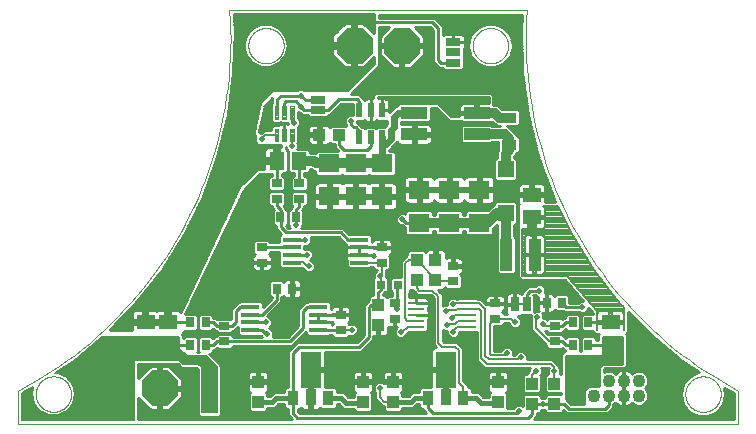
<source format=gtl>
G75*
%MOIN*%
%OFA0B0*%
%FSLAX25Y25*%
%IPPOS*%
%LPD*%
%AMOC8*
5,1,8,0,0,1.08239X$1,22.5*
%
%ADD10C,0.00000*%
%ADD11C,0.00039*%
%ADD12R,0.03937X0.04331*%
%ADD13R,0.03543X0.02756*%
%ADD14R,0.02756X0.03543*%
%ADD15R,0.06181X0.01614*%
%ADD16R,0.03543X0.05118*%
%ADD17R,0.03543X0.05807*%
%ADD18R,0.06823X0.12303*%
%ADD19C,0.04331*%
%ADD20R,0.05906X0.05118*%
%ADD21R,0.05118X0.05906*%
%ADD22C,0.00800*%
%ADD23R,0.02500X0.05000*%
%ADD24R,0.05600X0.01100*%
%ADD25OC8,0.11811*%
%ADD26C,0.00394*%
%ADD27R,0.02953X0.02756*%
%ADD28R,0.08661X0.03937*%
%ADD29R,0.05118X0.03543*%
%ADD30R,0.05512X0.05512*%
%ADD31R,0.03937X0.10630*%
%ADD32R,0.05000X0.02500*%
%ADD33R,0.04331X0.03937*%
%ADD34R,0.02000X0.04800*%
%ADD35R,0.07087X0.06299*%
%ADD36C,0.01000*%
%ADD37C,0.01831*%
%ADD38C,0.00600*%
%ADD39C,0.01600*%
%ADD40C,0.03200*%
%ADD41C,0.01200*%
%ADD42C,0.02400*%
D10*
X0032750Y0016500D02*
X0032750Y0027524D01*
X0032750Y0016500D02*
X0272907Y0016500D01*
X0272907Y0027524D01*
X0272907Y0027523D02*
X0270093Y0029042D01*
X0267315Y0030628D01*
X0264577Y0032281D01*
X0261880Y0034000D01*
X0259225Y0035784D01*
X0256614Y0037631D01*
X0254048Y0039541D01*
X0251530Y0041513D01*
X0249060Y0043545D01*
X0246640Y0045636D01*
X0244271Y0047785D01*
X0241954Y0049991D01*
X0239692Y0052252D01*
X0237485Y0054567D01*
X0235335Y0056935D01*
X0233243Y0059354D01*
X0231210Y0061823D01*
X0229237Y0064341D01*
X0227326Y0066905D01*
X0225477Y0069515D01*
X0223692Y0072169D01*
X0221972Y0074866D01*
X0220318Y0077603D01*
X0218730Y0080380D01*
X0217210Y0083194D01*
X0215758Y0086044D01*
X0214376Y0088928D01*
X0213064Y0091845D01*
X0211823Y0094793D01*
X0210654Y0097770D01*
X0209557Y0100775D01*
X0208533Y0103805D01*
X0207582Y0106859D01*
X0206706Y0109935D01*
X0205905Y0113031D01*
X0205179Y0116146D01*
X0204528Y0119278D01*
X0203953Y0122424D01*
X0203455Y0125583D01*
X0203033Y0128754D01*
X0202688Y0131934D01*
X0202420Y0135121D01*
X0202229Y0138314D01*
X0202115Y0141510D01*
X0202079Y0144708D01*
X0202120Y0147906D01*
X0202239Y0151103D01*
X0202435Y0154295D01*
X0103222Y0154295D01*
X0103223Y0154295D02*
X0103419Y0151103D01*
X0103538Y0147906D01*
X0103579Y0144708D01*
X0103543Y0141510D01*
X0103429Y0138314D01*
X0103238Y0135121D01*
X0102970Y0131934D01*
X0102625Y0128754D01*
X0102203Y0125583D01*
X0101705Y0122424D01*
X0101130Y0119278D01*
X0100479Y0116146D01*
X0099753Y0113031D01*
X0098952Y0109935D01*
X0098076Y0106859D01*
X0097125Y0103805D01*
X0096101Y0100775D01*
X0095004Y0097770D01*
X0093835Y0094793D01*
X0092594Y0091845D01*
X0091282Y0088928D01*
X0089900Y0086044D01*
X0088448Y0083194D01*
X0086928Y0080380D01*
X0085340Y0077603D01*
X0083686Y0074866D01*
X0081966Y0072169D01*
X0080181Y0069515D01*
X0078332Y0066905D01*
X0076421Y0064341D01*
X0074448Y0061823D01*
X0072415Y0059354D01*
X0070323Y0056935D01*
X0068173Y0054567D01*
X0065966Y0052252D01*
X0063704Y0049991D01*
X0061387Y0047785D01*
X0059018Y0045636D01*
X0056598Y0043545D01*
X0054128Y0041513D01*
X0051610Y0039541D01*
X0049044Y0037631D01*
X0046433Y0035784D01*
X0043778Y0034000D01*
X0041081Y0032281D01*
X0038343Y0030628D01*
X0035565Y0029042D01*
X0032751Y0027523D01*
D11*
X0038655Y0026343D02*
X0038657Y0026496D01*
X0038663Y0026650D01*
X0038673Y0026803D01*
X0038687Y0026955D01*
X0038705Y0027108D01*
X0038727Y0027259D01*
X0038752Y0027410D01*
X0038782Y0027561D01*
X0038816Y0027711D01*
X0038853Y0027859D01*
X0038894Y0028007D01*
X0038939Y0028153D01*
X0038988Y0028299D01*
X0039041Y0028443D01*
X0039097Y0028585D01*
X0039157Y0028726D01*
X0039221Y0028866D01*
X0039288Y0029004D01*
X0039359Y0029140D01*
X0039434Y0029274D01*
X0039511Y0029406D01*
X0039593Y0029536D01*
X0039677Y0029664D01*
X0039765Y0029790D01*
X0039856Y0029913D01*
X0039950Y0030034D01*
X0040048Y0030152D01*
X0040148Y0030268D01*
X0040252Y0030381D01*
X0040358Y0030492D01*
X0040467Y0030600D01*
X0040579Y0030705D01*
X0040693Y0030806D01*
X0040811Y0030905D01*
X0040930Y0031001D01*
X0041052Y0031094D01*
X0041177Y0031183D01*
X0041304Y0031270D01*
X0041433Y0031352D01*
X0041564Y0031432D01*
X0041697Y0031508D01*
X0041832Y0031581D01*
X0041969Y0031650D01*
X0042108Y0031715D01*
X0042248Y0031777D01*
X0042390Y0031835D01*
X0042533Y0031890D01*
X0042678Y0031941D01*
X0042824Y0031988D01*
X0042971Y0032031D01*
X0043119Y0032070D01*
X0043268Y0032106D01*
X0043418Y0032137D01*
X0043569Y0032165D01*
X0043720Y0032189D01*
X0043873Y0032209D01*
X0044025Y0032225D01*
X0044178Y0032237D01*
X0044331Y0032245D01*
X0044484Y0032249D01*
X0044638Y0032249D01*
X0044791Y0032245D01*
X0044944Y0032237D01*
X0045097Y0032225D01*
X0045249Y0032209D01*
X0045402Y0032189D01*
X0045553Y0032165D01*
X0045704Y0032137D01*
X0045854Y0032106D01*
X0046003Y0032070D01*
X0046151Y0032031D01*
X0046298Y0031988D01*
X0046444Y0031941D01*
X0046589Y0031890D01*
X0046732Y0031835D01*
X0046874Y0031777D01*
X0047014Y0031715D01*
X0047153Y0031650D01*
X0047290Y0031581D01*
X0047425Y0031508D01*
X0047558Y0031432D01*
X0047689Y0031352D01*
X0047818Y0031270D01*
X0047945Y0031183D01*
X0048070Y0031094D01*
X0048192Y0031001D01*
X0048311Y0030905D01*
X0048429Y0030806D01*
X0048543Y0030705D01*
X0048655Y0030600D01*
X0048764Y0030492D01*
X0048870Y0030381D01*
X0048974Y0030268D01*
X0049074Y0030152D01*
X0049172Y0030034D01*
X0049266Y0029913D01*
X0049357Y0029790D01*
X0049445Y0029664D01*
X0049529Y0029536D01*
X0049611Y0029406D01*
X0049688Y0029274D01*
X0049763Y0029140D01*
X0049834Y0029004D01*
X0049901Y0028866D01*
X0049965Y0028726D01*
X0050025Y0028585D01*
X0050081Y0028443D01*
X0050134Y0028299D01*
X0050183Y0028153D01*
X0050228Y0028007D01*
X0050269Y0027859D01*
X0050306Y0027711D01*
X0050340Y0027561D01*
X0050370Y0027410D01*
X0050395Y0027259D01*
X0050417Y0027108D01*
X0050435Y0026955D01*
X0050449Y0026803D01*
X0050459Y0026650D01*
X0050465Y0026496D01*
X0050467Y0026343D01*
X0050465Y0026190D01*
X0050459Y0026036D01*
X0050449Y0025883D01*
X0050435Y0025731D01*
X0050417Y0025578D01*
X0050395Y0025427D01*
X0050370Y0025276D01*
X0050340Y0025125D01*
X0050306Y0024975D01*
X0050269Y0024827D01*
X0050228Y0024679D01*
X0050183Y0024533D01*
X0050134Y0024387D01*
X0050081Y0024243D01*
X0050025Y0024101D01*
X0049965Y0023960D01*
X0049901Y0023820D01*
X0049834Y0023682D01*
X0049763Y0023546D01*
X0049688Y0023412D01*
X0049611Y0023280D01*
X0049529Y0023150D01*
X0049445Y0023022D01*
X0049357Y0022896D01*
X0049266Y0022773D01*
X0049172Y0022652D01*
X0049074Y0022534D01*
X0048974Y0022418D01*
X0048870Y0022305D01*
X0048764Y0022194D01*
X0048655Y0022086D01*
X0048543Y0021981D01*
X0048429Y0021880D01*
X0048311Y0021781D01*
X0048192Y0021685D01*
X0048070Y0021592D01*
X0047945Y0021503D01*
X0047818Y0021416D01*
X0047689Y0021334D01*
X0047558Y0021254D01*
X0047425Y0021178D01*
X0047290Y0021105D01*
X0047153Y0021036D01*
X0047014Y0020971D01*
X0046874Y0020909D01*
X0046732Y0020851D01*
X0046589Y0020796D01*
X0046444Y0020745D01*
X0046298Y0020698D01*
X0046151Y0020655D01*
X0046003Y0020616D01*
X0045854Y0020580D01*
X0045704Y0020549D01*
X0045553Y0020521D01*
X0045402Y0020497D01*
X0045249Y0020477D01*
X0045097Y0020461D01*
X0044944Y0020449D01*
X0044791Y0020441D01*
X0044638Y0020437D01*
X0044484Y0020437D01*
X0044331Y0020441D01*
X0044178Y0020449D01*
X0044025Y0020461D01*
X0043873Y0020477D01*
X0043720Y0020497D01*
X0043569Y0020521D01*
X0043418Y0020549D01*
X0043268Y0020580D01*
X0043119Y0020616D01*
X0042971Y0020655D01*
X0042824Y0020698D01*
X0042678Y0020745D01*
X0042533Y0020796D01*
X0042390Y0020851D01*
X0042248Y0020909D01*
X0042108Y0020971D01*
X0041969Y0021036D01*
X0041832Y0021105D01*
X0041697Y0021178D01*
X0041564Y0021254D01*
X0041433Y0021334D01*
X0041304Y0021416D01*
X0041177Y0021503D01*
X0041052Y0021592D01*
X0040930Y0021685D01*
X0040811Y0021781D01*
X0040693Y0021880D01*
X0040579Y0021981D01*
X0040467Y0022086D01*
X0040358Y0022194D01*
X0040252Y0022305D01*
X0040148Y0022418D01*
X0040048Y0022534D01*
X0039950Y0022652D01*
X0039856Y0022773D01*
X0039765Y0022896D01*
X0039677Y0023022D01*
X0039593Y0023150D01*
X0039511Y0023280D01*
X0039434Y0023412D01*
X0039359Y0023546D01*
X0039288Y0023682D01*
X0039221Y0023820D01*
X0039157Y0023960D01*
X0039097Y0024101D01*
X0039041Y0024243D01*
X0038988Y0024387D01*
X0038939Y0024533D01*
X0038894Y0024679D01*
X0038853Y0024827D01*
X0038816Y0024975D01*
X0038782Y0025125D01*
X0038752Y0025276D01*
X0038727Y0025427D01*
X0038705Y0025578D01*
X0038687Y0025731D01*
X0038673Y0025883D01*
X0038663Y0026036D01*
X0038657Y0026190D01*
X0038655Y0026343D01*
X0109521Y0142484D02*
X0109523Y0142637D01*
X0109529Y0142791D01*
X0109539Y0142944D01*
X0109553Y0143096D01*
X0109571Y0143249D01*
X0109593Y0143400D01*
X0109618Y0143551D01*
X0109648Y0143702D01*
X0109682Y0143852D01*
X0109719Y0144000D01*
X0109760Y0144148D01*
X0109805Y0144294D01*
X0109854Y0144440D01*
X0109907Y0144584D01*
X0109963Y0144726D01*
X0110023Y0144867D01*
X0110087Y0145007D01*
X0110154Y0145145D01*
X0110225Y0145281D01*
X0110300Y0145415D01*
X0110377Y0145547D01*
X0110459Y0145677D01*
X0110543Y0145805D01*
X0110631Y0145931D01*
X0110722Y0146054D01*
X0110816Y0146175D01*
X0110914Y0146293D01*
X0111014Y0146409D01*
X0111118Y0146522D01*
X0111224Y0146633D01*
X0111333Y0146741D01*
X0111445Y0146846D01*
X0111559Y0146947D01*
X0111677Y0147046D01*
X0111796Y0147142D01*
X0111918Y0147235D01*
X0112043Y0147324D01*
X0112170Y0147411D01*
X0112299Y0147493D01*
X0112430Y0147573D01*
X0112563Y0147649D01*
X0112698Y0147722D01*
X0112835Y0147791D01*
X0112974Y0147856D01*
X0113114Y0147918D01*
X0113256Y0147976D01*
X0113399Y0148031D01*
X0113544Y0148082D01*
X0113690Y0148129D01*
X0113837Y0148172D01*
X0113985Y0148211D01*
X0114134Y0148247D01*
X0114284Y0148278D01*
X0114435Y0148306D01*
X0114586Y0148330D01*
X0114739Y0148350D01*
X0114891Y0148366D01*
X0115044Y0148378D01*
X0115197Y0148386D01*
X0115350Y0148390D01*
X0115504Y0148390D01*
X0115657Y0148386D01*
X0115810Y0148378D01*
X0115963Y0148366D01*
X0116115Y0148350D01*
X0116268Y0148330D01*
X0116419Y0148306D01*
X0116570Y0148278D01*
X0116720Y0148247D01*
X0116869Y0148211D01*
X0117017Y0148172D01*
X0117164Y0148129D01*
X0117310Y0148082D01*
X0117455Y0148031D01*
X0117598Y0147976D01*
X0117740Y0147918D01*
X0117880Y0147856D01*
X0118019Y0147791D01*
X0118156Y0147722D01*
X0118291Y0147649D01*
X0118424Y0147573D01*
X0118555Y0147493D01*
X0118684Y0147411D01*
X0118811Y0147324D01*
X0118936Y0147235D01*
X0119058Y0147142D01*
X0119177Y0147046D01*
X0119295Y0146947D01*
X0119409Y0146846D01*
X0119521Y0146741D01*
X0119630Y0146633D01*
X0119736Y0146522D01*
X0119840Y0146409D01*
X0119940Y0146293D01*
X0120038Y0146175D01*
X0120132Y0146054D01*
X0120223Y0145931D01*
X0120311Y0145805D01*
X0120395Y0145677D01*
X0120477Y0145547D01*
X0120554Y0145415D01*
X0120629Y0145281D01*
X0120700Y0145145D01*
X0120767Y0145007D01*
X0120831Y0144867D01*
X0120891Y0144726D01*
X0120947Y0144584D01*
X0121000Y0144440D01*
X0121049Y0144294D01*
X0121094Y0144148D01*
X0121135Y0144000D01*
X0121172Y0143852D01*
X0121206Y0143702D01*
X0121236Y0143551D01*
X0121261Y0143400D01*
X0121283Y0143249D01*
X0121301Y0143096D01*
X0121315Y0142944D01*
X0121325Y0142791D01*
X0121331Y0142637D01*
X0121333Y0142484D01*
X0121331Y0142331D01*
X0121325Y0142177D01*
X0121315Y0142024D01*
X0121301Y0141872D01*
X0121283Y0141719D01*
X0121261Y0141568D01*
X0121236Y0141417D01*
X0121206Y0141266D01*
X0121172Y0141116D01*
X0121135Y0140968D01*
X0121094Y0140820D01*
X0121049Y0140674D01*
X0121000Y0140528D01*
X0120947Y0140384D01*
X0120891Y0140242D01*
X0120831Y0140101D01*
X0120767Y0139961D01*
X0120700Y0139823D01*
X0120629Y0139687D01*
X0120554Y0139553D01*
X0120477Y0139421D01*
X0120395Y0139291D01*
X0120311Y0139163D01*
X0120223Y0139037D01*
X0120132Y0138914D01*
X0120038Y0138793D01*
X0119940Y0138675D01*
X0119840Y0138559D01*
X0119736Y0138446D01*
X0119630Y0138335D01*
X0119521Y0138227D01*
X0119409Y0138122D01*
X0119295Y0138021D01*
X0119177Y0137922D01*
X0119058Y0137826D01*
X0118936Y0137733D01*
X0118811Y0137644D01*
X0118684Y0137557D01*
X0118555Y0137475D01*
X0118424Y0137395D01*
X0118291Y0137319D01*
X0118156Y0137246D01*
X0118019Y0137177D01*
X0117880Y0137112D01*
X0117740Y0137050D01*
X0117598Y0136992D01*
X0117455Y0136937D01*
X0117310Y0136886D01*
X0117164Y0136839D01*
X0117017Y0136796D01*
X0116869Y0136757D01*
X0116720Y0136721D01*
X0116570Y0136690D01*
X0116419Y0136662D01*
X0116268Y0136638D01*
X0116115Y0136618D01*
X0115963Y0136602D01*
X0115810Y0136590D01*
X0115657Y0136582D01*
X0115504Y0136578D01*
X0115350Y0136578D01*
X0115197Y0136582D01*
X0115044Y0136590D01*
X0114891Y0136602D01*
X0114739Y0136618D01*
X0114586Y0136638D01*
X0114435Y0136662D01*
X0114284Y0136690D01*
X0114134Y0136721D01*
X0113985Y0136757D01*
X0113837Y0136796D01*
X0113690Y0136839D01*
X0113544Y0136886D01*
X0113399Y0136937D01*
X0113256Y0136992D01*
X0113114Y0137050D01*
X0112974Y0137112D01*
X0112835Y0137177D01*
X0112698Y0137246D01*
X0112563Y0137319D01*
X0112430Y0137395D01*
X0112299Y0137475D01*
X0112170Y0137557D01*
X0112043Y0137644D01*
X0111918Y0137733D01*
X0111796Y0137826D01*
X0111677Y0137922D01*
X0111559Y0138021D01*
X0111445Y0138122D01*
X0111333Y0138227D01*
X0111224Y0138335D01*
X0111118Y0138446D01*
X0111014Y0138559D01*
X0110914Y0138675D01*
X0110816Y0138793D01*
X0110722Y0138914D01*
X0110631Y0139037D01*
X0110543Y0139163D01*
X0110459Y0139291D01*
X0110377Y0139421D01*
X0110300Y0139553D01*
X0110225Y0139687D01*
X0110154Y0139823D01*
X0110087Y0139961D01*
X0110023Y0140101D01*
X0109963Y0140242D01*
X0109907Y0140384D01*
X0109854Y0140528D01*
X0109805Y0140674D01*
X0109760Y0140820D01*
X0109719Y0140968D01*
X0109682Y0141116D01*
X0109648Y0141266D01*
X0109618Y0141417D01*
X0109593Y0141568D01*
X0109571Y0141719D01*
X0109553Y0141872D01*
X0109539Y0142024D01*
X0109529Y0142177D01*
X0109523Y0142331D01*
X0109521Y0142484D01*
X0184324Y0142484D02*
X0184326Y0142637D01*
X0184332Y0142791D01*
X0184342Y0142944D01*
X0184356Y0143096D01*
X0184374Y0143249D01*
X0184396Y0143400D01*
X0184421Y0143551D01*
X0184451Y0143702D01*
X0184485Y0143852D01*
X0184522Y0144000D01*
X0184563Y0144148D01*
X0184608Y0144294D01*
X0184657Y0144440D01*
X0184710Y0144584D01*
X0184766Y0144726D01*
X0184826Y0144867D01*
X0184890Y0145007D01*
X0184957Y0145145D01*
X0185028Y0145281D01*
X0185103Y0145415D01*
X0185180Y0145547D01*
X0185262Y0145677D01*
X0185346Y0145805D01*
X0185434Y0145931D01*
X0185525Y0146054D01*
X0185619Y0146175D01*
X0185717Y0146293D01*
X0185817Y0146409D01*
X0185921Y0146522D01*
X0186027Y0146633D01*
X0186136Y0146741D01*
X0186248Y0146846D01*
X0186362Y0146947D01*
X0186480Y0147046D01*
X0186599Y0147142D01*
X0186721Y0147235D01*
X0186846Y0147324D01*
X0186973Y0147411D01*
X0187102Y0147493D01*
X0187233Y0147573D01*
X0187366Y0147649D01*
X0187501Y0147722D01*
X0187638Y0147791D01*
X0187777Y0147856D01*
X0187917Y0147918D01*
X0188059Y0147976D01*
X0188202Y0148031D01*
X0188347Y0148082D01*
X0188493Y0148129D01*
X0188640Y0148172D01*
X0188788Y0148211D01*
X0188937Y0148247D01*
X0189087Y0148278D01*
X0189238Y0148306D01*
X0189389Y0148330D01*
X0189542Y0148350D01*
X0189694Y0148366D01*
X0189847Y0148378D01*
X0190000Y0148386D01*
X0190153Y0148390D01*
X0190307Y0148390D01*
X0190460Y0148386D01*
X0190613Y0148378D01*
X0190766Y0148366D01*
X0190918Y0148350D01*
X0191071Y0148330D01*
X0191222Y0148306D01*
X0191373Y0148278D01*
X0191523Y0148247D01*
X0191672Y0148211D01*
X0191820Y0148172D01*
X0191967Y0148129D01*
X0192113Y0148082D01*
X0192258Y0148031D01*
X0192401Y0147976D01*
X0192543Y0147918D01*
X0192683Y0147856D01*
X0192822Y0147791D01*
X0192959Y0147722D01*
X0193094Y0147649D01*
X0193227Y0147573D01*
X0193358Y0147493D01*
X0193487Y0147411D01*
X0193614Y0147324D01*
X0193739Y0147235D01*
X0193861Y0147142D01*
X0193980Y0147046D01*
X0194098Y0146947D01*
X0194212Y0146846D01*
X0194324Y0146741D01*
X0194433Y0146633D01*
X0194539Y0146522D01*
X0194643Y0146409D01*
X0194743Y0146293D01*
X0194841Y0146175D01*
X0194935Y0146054D01*
X0195026Y0145931D01*
X0195114Y0145805D01*
X0195198Y0145677D01*
X0195280Y0145547D01*
X0195357Y0145415D01*
X0195432Y0145281D01*
X0195503Y0145145D01*
X0195570Y0145007D01*
X0195634Y0144867D01*
X0195694Y0144726D01*
X0195750Y0144584D01*
X0195803Y0144440D01*
X0195852Y0144294D01*
X0195897Y0144148D01*
X0195938Y0144000D01*
X0195975Y0143852D01*
X0196009Y0143702D01*
X0196039Y0143551D01*
X0196064Y0143400D01*
X0196086Y0143249D01*
X0196104Y0143096D01*
X0196118Y0142944D01*
X0196128Y0142791D01*
X0196134Y0142637D01*
X0196136Y0142484D01*
X0196134Y0142331D01*
X0196128Y0142177D01*
X0196118Y0142024D01*
X0196104Y0141872D01*
X0196086Y0141719D01*
X0196064Y0141568D01*
X0196039Y0141417D01*
X0196009Y0141266D01*
X0195975Y0141116D01*
X0195938Y0140968D01*
X0195897Y0140820D01*
X0195852Y0140674D01*
X0195803Y0140528D01*
X0195750Y0140384D01*
X0195694Y0140242D01*
X0195634Y0140101D01*
X0195570Y0139961D01*
X0195503Y0139823D01*
X0195432Y0139687D01*
X0195357Y0139553D01*
X0195280Y0139421D01*
X0195198Y0139291D01*
X0195114Y0139163D01*
X0195026Y0139037D01*
X0194935Y0138914D01*
X0194841Y0138793D01*
X0194743Y0138675D01*
X0194643Y0138559D01*
X0194539Y0138446D01*
X0194433Y0138335D01*
X0194324Y0138227D01*
X0194212Y0138122D01*
X0194098Y0138021D01*
X0193980Y0137922D01*
X0193861Y0137826D01*
X0193739Y0137733D01*
X0193614Y0137644D01*
X0193487Y0137557D01*
X0193358Y0137475D01*
X0193227Y0137395D01*
X0193094Y0137319D01*
X0192959Y0137246D01*
X0192822Y0137177D01*
X0192683Y0137112D01*
X0192543Y0137050D01*
X0192401Y0136992D01*
X0192258Y0136937D01*
X0192113Y0136886D01*
X0191967Y0136839D01*
X0191820Y0136796D01*
X0191672Y0136757D01*
X0191523Y0136721D01*
X0191373Y0136690D01*
X0191222Y0136662D01*
X0191071Y0136638D01*
X0190918Y0136618D01*
X0190766Y0136602D01*
X0190613Y0136590D01*
X0190460Y0136582D01*
X0190307Y0136578D01*
X0190153Y0136578D01*
X0190000Y0136582D01*
X0189847Y0136590D01*
X0189694Y0136602D01*
X0189542Y0136618D01*
X0189389Y0136638D01*
X0189238Y0136662D01*
X0189087Y0136690D01*
X0188937Y0136721D01*
X0188788Y0136757D01*
X0188640Y0136796D01*
X0188493Y0136839D01*
X0188347Y0136886D01*
X0188202Y0136937D01*
X0188059Y0136992D01*
X0187917Y0137050D01*
X0187777Y0137112D01*
X0187638Y0137177D01*
X0187501Y0137246D01*
X0187366Y0137319D01*
X0187233Y0137395D01*
X0187102Y0137475D01*
X0186973Y0137557D01*
X0186846Y0137644D01*
X0186721Y0137733D01*
X0186599Y0137826D01*
X0186480Y0137922D01*
X0186362Y0138021D01*
X0186248Y0138122D01*
X0186136Y0138227D01*
X0186027Y0138335D01*
X0185921Y0138446D01*
X0185817Y0138559D01*
X0185717Y0138675D01*
X0185619Y0138793D01*
X0185525Y0138914D01*
X0185434Y0139037D01*
X0185346Y0139163D01*
X0185262Y0139291D01*
X0185180Y0139421D01*
X0185103Y0139553D01*
X0185028Y0139687D01*
X0184957Y0139823D01*
X0184890Y0139961D01*
X0184826Y0140101D01*
X0184766Y0140242D01*
X0184710Y0140384D01*
X0184657Y0140528D01*
X0184608Y0140674D01*
X0184563Y0140820D01*
X0184522Y0140968D01*
X0184485Y0141116D01*
X0184451Y0141266D01*
X0184421Y0141417D01*
X0184396Y0141568D01*
X0184374Y0141719D01*
X0184356Y0141872D01*
X0184342Y0142024D01*
X0184332Y0142177D01*
X0184326Y0142331D01*
X0184324Y0142484D01*
X0255190Y0026343D02*
X0255192Y0026496D01*
X0255198Y0026650D01*
X0255208Y0026803D01*
X0255222Y0026955D01*
X0255240Y0027108D01*
X0255262Y0027259D01*
X0255287Y0027410D01*
X0255317Y0027561D01*
X0255351Y0027711D01*
X0255388Y0027859D01*
X0255429Y0028007D01*
X0255474Y0028153D01*
X0255523Y0028299D01*
X0255576Y0028443D01*
X0255632Y0028585D01*
X0255692Y0028726D01*
X0255756Y0028866D01*
X0255823Y0029004D01*
X0255894Y0029140D01*
X0255969Y0029274D01*
X0256046Y0029406D01*
X0256128Y0029536D01*
X0256212Y0029664D01*
X0256300Y0029790D01*
X0256391Y0029913D01*
X0256485Y0030034D01*
X0256583Y0030152D01*
X0256683Y0030268D01*
X0256787Y0030381D01*
X0256893Y0030492D01*
X0257002Y0030600D01*
X0257114Y0030705D01*
X0257228Y0030806D01*
X0257346Y0030905D01*
X0257465Y0031001D01*
X0257587Y0031094D01*
X0257712Y0031183D01*
X0257839Y0031270D01*
X0257968Y0031352D01*
X0258099Y0031432D01*
X0258232Y0031508D01*
X0258367Y0031581D01*
X0258504Y0031650D01*
X0258643Y0031715D01*
X0258783Y0031777D01*
X0258925Y0031835D01*
X0259068Y0031890D01*
X0259213Y0031941D01*
X0259359Y0031988D01*
X0259506Y0032031D01*
X0259654Y0032070D01*
X0259803Y0032106D01*
X0259953Y0032137D01*
X0260104Y0032165D01*
X0260255Y0032189D01*
X0260408Y0032209D01*
X0260560Y0032225D01*
X0260713Y0032237D01*
X0260866Y0032245D01*
X0261019Y0032249D01*
X0261173Y0032249D01*
X0261326Y0032245D01*
X0261479Y0032237D01*
X0261632Y0032225D01*
X0261784Y0032209D01*
X0261937Y0032189D01*
X0262088Y0032165D01*
X0262239Y0032137D01*
X0262389Y0032106D01*
X0262538Y0032070D01*
X0262686Y0032031D01*
X0262833Y0031988D01*
X0262979Y0031941D01*
X0263124Y0031890D01*
X0263267Y0031835D01*
X0263409Y0031777D01*
X0263549Y0031715D01*
X0263688Y0031650D01*
X0263825Y0031581D01*
X0263960Y0031508D01*
X0264093Y0031432D01*
X0264224Y0031352D01*
X0264353Y0031270D01*
X0264480Y0031183D01*
X0264605Y0031094D01*
X0264727Y0031001D01*
X0264846Y0030905D01*
X0264964Y0030806D01*
X0265078Y0030705D01*
X0265190Y0030600D01*
X0265299Y0030492D01*
X0265405Y0030381D01*
X0265509Y0030268D01*
X0265609Y0030152D01*
X0265707Y0030034D01*
X0265801Y0029913D01*
X0265892Y0029790D01*
X0265980Y0029664D01*
X0266064Y0029536D01*
X0266146Y0029406D01*
X0266223Y0029274D01*
X0266298Y0029140D01*
X0266369Y0029004D01*
X0266436Y0028866D01*
X0266500Y0028726D01*
X0266560Y0028585D01*
X0266616Y0028443D01*
X0266669Y0028299D01*
X0266718Y0028153D01*
X0266763Y0028007D01*
X0266804Y0027859D01*
X0266841Y0027711D01*
X0266875Y0027561D01*
X0266905Y0027410D01*
X0266930Y0027259D01*
X0266952Y0027108D01*
X0266970Y0026955D01*
X0266984Y0026803D01*
X0266994Y0026650D01*
X0267000Y0026496D01*
X0267002Y0026343D01*
X0267000Y0026190D01*
X0266994Y0026036D01*
X0266984Y0025883D01*
X0266970Y0025731D01*
X0266952Y0025578D01*
X0266930Y0025427D01*
X0266905Y0025276D01*
X0266875Y0025125D01*
X0266841Y0024975D01*
X0266804Y0024827D01*
X0266763Y0024679D01*
X0266718Y0024533D01*
X0266669Y0024387D01*
X0266616Y0024243D01*
X0266560Y0024101D01*
X0266500Y0023960D01*
X0266436Y0023820D01*
X0266369Y0023682D01*
X0266298Y0023546D01*
X0266223Y0023412D01*
X0266146Y0023280D01*
X0266064Y0023150D01*
X0265980Y0023022D01*
X0265892Y0022896D01*
X0265801Y0022773D01*
X0265707Y0022652D01*
X0265609Y0022534D01*
X0265509Y0022418D01*
X0265405Y0022305D01*
X0265299Y0022194D01*
X0265190Y0022086D01*
X0265078Y0021981D01*
X0264964Y0021880D01*
X0264846Y0021781D01*
X0264727Y0021685D01*
X0264605Y0021592D01*
X0264480Y0021503D01*
X0264353Y0021416D01*
X0264224Y0021334D01*
X0264093Y0021254D01*
X0263960Y0021178D01*
X0263825Y0021105D01*
X0263688Y0021036D01*
X0263549Y0020971D01*
X0263409Y0020909D01*
X0263267Y0020851D01*
X0263124Y0020796D01*
X0262979Y0020745D01*
X0262833Y0020698D01*
X0262686Y0020655D01*
X0262538Y0020616D01*
X0262389Y0020580D01*
X0262239Y0020549D01*
X0262088Y0020521D01*
X0261937Y0020497D01*
X0261784Y0020477D01*
X0261632Y0020461D01*
X0261479Y0020449D01*
X0261326Y0020441D01*
X0261173Y0020437D01*
X0261019Y0020437D01*
X0260866Y0020441D01*
X0260713Y0020449D01*
X0260560Y0020461D01*
X0260408Y0020477D01*
X0260255Y0020497D01*
X0260104Y0020521D01*
X0259953Y0020549D01*
X0259803Y0020580D01*
X0259654Y0020616D01*
X0259506Y0020655D01*
X0259359Y0020698D01*
X0259213Y0020745D01*
X0259068Y0020796D01*
X0258925Y0020851D01*
X0258783Y0020909D01*
X0258643Y0020971D01*
X0258504Y0021036D01*
X0258367Y0021105D01*
X0258232Y0021178D01*
X0258099Y0021254D01*
X0257968Y0021334D01*
X0257839Y0021416D01*
X0257712Y0021503D01*
X0257587Y0021592D01*
X0257465Y0021685D01*
X0257346Y0021781D01*
X0257228Y0021880D01*
X0257114Y0021981D01*
X0257002Y0022086D01*
X0256893Y0022194D01*
X0256787Y0022305D01*
X0256683Y0022418D01*
X0256583Y0022534D01*
X0256485Y0022652D01*
X0256391Y0022773D01*
X0256300Y0022896D01*
X0256212Y0023022D01*
X0256128Y0023150D01*
X0256046Y0023280D01*
X0255969Y0023412D01*
X0255894Y0023546D01*
X0255823Y0023682D01*
X0255756Y0023820D01*
X0255692Y0023960D01*
X0255632Y0024101D01*
X0255576Y0024243D01*
X0255523Y0024387D01*
X0255474Y0024533D01*
X0255429Y0024679D01*
X0255388Y0024827D01*
X0255351Y0024975D01*
X0255317Y0025125D01*
X0255287Y0025276D01*
X0255262Y0025427D01*
X0255240Y0025578D01*
X0255222Y0025731D01*
X0255208Y0025883D01*
X0255198Y0026036D01*
X0255192Y0026190D01*
X0255190Y0026343D01*
D12*
X0211500Y0023154D03*
X0204000Y0023154D03*
X0204000Y0029846D03*
X0211500Y0029846D03*
X0192750Y0030471D03*
X0192750Y0023779D03*
X0157750Y0023779D03*
X0147750Y0023779D03*
X0147750Y0030471D03*
X0157750Y0030471D03*
X0152750Y0049404D03*
X0152750Y0056096D03*
X0165599Y0064374D03*
X0171849Y0064374D03*
X0171849Y0071067D03*
X0165599Y0071067D03*
X0112750Y0030471D03*
X0112750Y0023779D03*
D13*
X0101500Y0043941D03*
X0101500Y0049059D03*
X0114000Y0070191D03*
X0114000Y0075309D03*
X0119000Y0091441D03*
X0119000Y0096559D03*
X0126500Y0096559D03*
X0126500Y0091441D03*
X0154000Y0075309D03*
X0154000Y0070191D03*
X0158375Y0056559D03*
X0158375Y0051441D03*
X0140250Y0052809D03*
X0140250Y0047691D03*
X0177750Y0063941D03*
X0177750Y0069059D03*
X0191776Y0056589D03*
X0191776Y0051470D03*
X0211776Y0049089D03*
X0211776Y0043970D03*
D14*
X0217691Y0042750D03*
X0222809Y0042750D03*
X0222809Y0050250D03*
X0217691Y0050250D03*
X0214030Y0056776D03*
X0208911Y0056776D03*
X0124059Y0061500D03*
X0118941Y0061500D03*
X0095309Y0050250D03*
X0090191Y0050250D03*
X0090191Y0042750D03*
X0095309Y0042750D03*
X0120191Y0085250D03*
X0125309Y0085250D03*
D15*
X0123951Y0077839D03*
X0123951Y0075280D03*
X0123951Y0072720D03*
X0123951Y0070161D03*
X0146549Y0070161D03*
X0146549Y0072720D03*
X0146549Y0075280D03*
X0146549Y0077839D03*
X0132799Y0055339D03*
X0132799Y0052780D03*
X0132799Y0050220D03*
X0132799Y0047661D03*
X0110201Y0047661D03*
X0110201Y0050220D03*
X0110201Y0052780D03*
X0110201Y0055339D03*
D16*
X0124344Y0025004D03*
X0136156Y0025004D03*
X0169344Y0025004D03*
X0181156Y0025004D03*
D17*
X0175250Y0025348D03*
X0130250Y0025348D03*
D18*
X0130250Y0034404D03*
X0175250Y0034404D03*
D19*
X0219600Y0030811D03*
X0224600Y0030811D03*
X0229600Y0030811D03*
X0234600Y0030811D03*
X0239600Y0030811D03*
X0239600Y0025811D03*
X0234600Y0025811D03*
X0229600Y0025811D03*
X0224600Y0025811D03*
X0219600Y0025811D03*
D20*
X0230250Y0042760D03*
X0230250Y0050240D03*
X0204000Y0085260D03*
X0204000Y0092740D03*
X0082750Y0050240D03*
X0075250Y0050240D03*
X0075250Y0042760D03*
X0082750Y0042760D03*
D21*
X0119010Y0104000D03*
X0126490Y0104000D03*
D22*
X0124000Y0109000D02*
X0124059Y0109059D01*
X0124059Y0112720D01*
X0124730Y0116873D02*
X0124059Y0117544D01*
X0124059Y0120280D01*
X0118941Y0112720D02*
X0115220Y0112720D01*
X0114000Y0111500D01*
X0124039Y0070250D02*
X0123951Y0070161D01*
X0124039Y0070250D02*
X0127750Y0070250D01*
X0129000Y0069000D01*
X0129625Y0069000D01*
X0146549Y0070161D02*
X0153464Y0070161D01*
X0154000Y0069625D01*
X0154000Y0066500D01*
X0153375Y0065875D01*
X0153646Y0065604D01*
X0153646Y0062750D01*
X0161600Y0060727D02*
X0161600Y0051672D01*
X0162522Y0050750D01*
X0165400Y0050750D01*
X0165400Y0048850D02*
X0162600Y0048850D01*
X0160823Y0047073D01*
X0160302Y0047073D01*
X0159000Y0054629D02*
X0158375Y0055254D01*
X0158375Y0056559D01*
X0161600Y0060727D02*
X0161831Y0060958D01*
X0161831Y0069956D01*
X0162942Y0071067D01*
X0165599Y0071067D01*
X0171849Y0064817D01*
X0171849Y0064374D01*
X0172282Y0063941D01*
X0177750Y0063941D01*
X0172750Y0059000D02*
X0172750Y0043375D01*
X0174000Y0042125D01*
X0178506Y0042125D01*
X0179661Y0040969D01*
X0179661Y0030214D01*
X0181156Y0028719D01*
X0181156Y0025004D01*
X0189000Y0036500D02*
X0210250Y0036500D01*
X0211500Y0035250D01*
X0211500Y0034000D01*
X0211500Y0029846D01*
X0204000Y0029846D02*
X0204000Y0032750D01*
X0205250Y0034000D01*
X0200250Y0038710D02*
X0199440Y0037900D01*
X0189625Y0037900D01*
X0188525Y0039000D01*
X0188525Y0054580D01*
X0186455Y0056650D01*
X0182600Y0056650D01*
X0177900Y0056650D01*
X0177750Y0056500D01*
X0179126Y0054750D02*
X0182600Y0054750D01*
X0186375Y0054750D01*
X0187125Y0054000D01*
X0187125Y0038375D01*
X0189000Y0036500D01*
X0190250Y0039300D02*
X0195550Y0039300D01*
X0195875Y0039625D01*
X0195875Y0040110D01*
X0190250Y0039300D02*
X0189925Y0039625D01*
X0189925Y0049620D01*
X0191776Y0051470D01*
X0197155Y0051470D01*
X0198375Y0050250D01*
X0205250Y0051500D02*
X0205250Y0048375D01*
X0209655Y0043970D01*
X0211776Y0043970D01*
X0211687Y0049000D02*
X0208375Y0049000D01*
X0207750Y0049625D01*
X0205250Y0051500D02*
X0205875Y0052125D01*
X0201780Y0056224D02*
X0198780Y0056224D01*
X0211687Y0049000D02*
X0211776Y0049089D01*
X0223813Y0056426D02*
X0233682Y0056426D01*
X0233565Y0056546D02*
X0234625Y0055455D01*
X0234625Y0047750D01*
X0234603Y0047750D01*
X0234603Y0049840D01*
X0230650Y0049840D01*
X0230650Y0050640D01*
X0234603Y0050640D01*
X0234603Y0052984D01*
X0234507Y0053340D01*
X0234323Y0053659D01*
X0234062Y0053919D01*
X0233743Y0054104D01*
X0233387Y0054199D01*
X0230650Y0054199D01*
X0230650Y0050640D01*
X0229850Y0050640D01*
X0229850Y0049840D01*
X0225897Y0049840D01*
X0225897Y0047750D01*
X0225875Y0047750D01*
X0225875Y0054000D01*
X0215781Y0065875D01*
X0200875Y0065875D01*
X0200875Y0081301D01*
X0203600Y0081301D01*
X0203600Y0084860D01*
X0204400Y0084860D01*
X0204400Y0085660D01*
X0208353Y0085660D01*
X0208353Y0088003D01*
X0208257Y0088359D01*
X0208073Y0088679D01*
X0207812Y0088939D01*
X0207707Y0089000D01*
X0212754Y0089000D01*
X0217344Y0079609D01*
X0224845Y0067649D01*
X0224845Y0067649D01*
X0233565Y0056546D01*
X0233565Y0056546D01*
X0233032Y0057224D02*
X0223135Y0057224D01*
X0222456Y0058023D02*
X0232405Y0058023D01*
X0231778Y0058821D02*
X0221777Y0058821D01*
X0221098Y0059620D02*
X0231151Y0059620D01*
X0230523Y0060418D02*
X0220420Y0060418D01*
X0219741Y0061217D02*
X0229896Y0061217D01*
X0229269Y0062015D02*
X0219062Y0062015D01*
X0218383Y0062814D02*
X0228642Y0062814D01*
X0228015Y0063612D02*
X0217705Y0063612D01*
X0217026Y0064411D02*
X0227388Y0064411D01*
X0226761Y0065209D02*
X0216347Y0065209D01*
X0223871Y0069202D02*
X0208343Y0069202D01*
X0208343Y0070000D02*
X0223370Y0070000D01*
X0222869Y0070799D02*
X0208343Y0070799D01*
X0208343Y0071597D02*
X0222368Y0071597D01*
X0221868Y0072396D02*
X0205374Y0072396D01*
X0205374Y0072350D02*
X0205374Y0073150D01*
X0204574Y0073150D01*
X0204574Y0072350D01*
X0201606Y0072350D01*
X0201606Y0067251D01*
X0201701Y0066895D01*
X0201886Y0066575D01*
X0202146Y0066315D01*
X0202466Y0066130D01*
X0202822Y0066035D01*
X0204574Y0066035D01*
X0204574Y0072350D01*
X0205374Y0072350D01*
X0205374Y0066035D01*
X0207127Y0066035D01*
X0207483Y0066130D01*
X0207803Y0066315D01*
X0208063Y0066575D01*
X0208247Y0066895D01*
X0208343Y0067251D01*
X0208343Y0072350D01*
X0205374Y0072350D01*
X0205374Y0071597D02*
X0204574Y0071597D01*
X0204574Y0070799D02*
X0205374Y0070799D01*
X0205374Y0070000D02*
X0204574Y0070000D01*
X0204574Y0069202D02*
X0205374Y0069202D01*
X0205374Y0068403D02*
X0204574Y0068403D01*
X0204574Y0067605D02*
X0205374Y0067605D01*
X0205374Y0066806D02*
X0204574Y0066806D01*
X0201752Y0066806D02*
X0200875Y0066806D01*
X0200875Y0066008D02*
X0226134Y0066008D01*
X0225507Y0066806D02*
X0208196Y0066806D01*
X0208343Y0067605D02*
X0224879Y0067605D01*
X0224372Y0068403D02*
X0208343Y0068403D01*
X0204574Y0072396D02*
X0200875Y0072396D01*
X0200875Y0073194D02*
X0201606Y0073194D01*
X0201606Y0073150D02*
X0204574Y0073150D01*
X0204574Y0079465D01*
X0202822Y0079465D01*
X0202466Y0079370D01*
X0202146Y0079185D01*
X0201886Y0078925D01*
X0201701Y0078605D01*
X0201606Y0078249D01*
X0201606Y0073150D01*
X0201606Y0073993D02*
X0200875Y0073993D01*
X0200875Y0074791D02*
X0201606Y0074791D01*
X0201606Y0075590D02*
X0200875Y0075590D01*
X0200875Y0076388D02*
X0201606Y0076388D01*
X0201606Y0077187D02*
X0200875Y0077187D01*
X0200875Y0077985D02*
X0201606Y0077985D01*
X0201804Y0078784D02*
X0200875Y0078784D01*
X0200875Y0079582D02*
X0217360Y0079582D01*
X0217344Y0079609D02*
X0217344Y0079609D01*
X0216966Y0080381D02*
X0200875Y0080381D01*
X0200875Y0081179D02*
X0216576Y0081179D01*
X0216186Y0081978D02*
X0208152Y0081978D01*
X0208073Y0081841D02*
X0208257Y0082160D01*
X0208353Y0082516D01*
X0208353Y0084860D01*
X0204400Y0084860D01*
X0204400Y0081301D01*
X0207137Y0081301D01*
X0207493Y0081396D01*
X0207812Y0081581D01*
X0208073Y0081841D01*
X0208353Y0082776D02*
X0215796Y0082776D01*
X0215406Y0083575D02*
X0208353Y0083575D01*
X0208353Y0084373D02*
X0215015Y0084373D01*
X0214625Y0085172D02*
X0204400Y0085172D01*
X0204400Y0084373D02*
X0203600Y0084373D01*
X0203600Y0083575D02*
X0204400Y0083575D01*
X0204400Y0082776D02*
X0203600Y0082776D01*
X0203600Y0081978D02*
X0204400Y0081978D01*
X0205374Y0079465D02*
X0207127Y0079465D01*
X0207483Y0079370D01*
X0207803Y0079185D01*
X0208063Y0078925D01*
X0208247Y0078605D01*
X0208343Y0078249D01*
X0208343Y0073150D01*
X0205374Y0073150D01*
X0205374Y0079465D01*
X0205374Y0078784D02*
X0204574Y0078784D01*
X0204574Y0077985D02*
X0205374Y0077985D01*
X0205374Y0077187D02*
X0204574Y0077187D01*
X0204574Y0076388D02*
X0205374Y0076388D01*
X0205374Y0075590D02*
X0204574Y0075590D01*
X0204574Y0074791D02*
X0205374Y0074791D01*
X0205374Y0073993D02*
X0204574Y0073993D01*
X0204574Y0073194D02*
X0205374Y0073194D01*
X0208343Y0073194D02*
X0221367Y0073194D01*
X0220866Y0073993D02*
X0208343Y0073993D01*
X0208343Y0074791D02*
X0220365Y0074791D01*
X0219864Y0075590D02*
X0208343Y0075590D01*
X0208343Y0076388D02*
X0219364Y0076388D01*
X0218863Y0077187D02*
X0208343Y0077187D01*
X0208343Y0077985D02*
X0218362Y0077985D01*
X0217861Y0078784D02*
X0208144Y0078784D01*
X0208353Y0085970D02*
X0214235Y0085970D01*
X0213845Y0086769D02*
X0208353Y0086769D01*
X0208353Y0087568D02*
X0213454Y0087568D01*
X0213064Y0088366D02*
X0208253Y0088366D01*
X0201606Y0071597D02*
X0200875Y0071597D01*
X0200875Y0070799D02*
X0201606Y0070799D01*
X0201606Y0070000D02*
X0200875Y0070000D01*
X0200875Y0069202D02*
X0201606Y0069202D01*
X0201606Y0068403D02*
X0200875Y0068403D01*
X0200875Y0067605D02*
X0201606Y0067605D01*
X0182600Y0052750D02*
X0178272Y0052750D01*
X0177365Y0051843D01*
X0179397Y0050750D02*
X0178280Y0049633D01*
X0175883Y0049633D01*
X0175647Y0049397D01*
X0175647Y0049290D01*
X0177750Y0047125D02*
X0177750Y0047080D01*
X0177750Y0047125D02*
X0178858Y0048233D01*
X0178860Y0048233D01*
X0179477Y0048850D01*
X0182600Y0048850D01*
X0182600Y0050750D02*
X0179397Y0050750D01*
X0178666Y0054290D02*
X0175540Y0054290D01*
X0175250Y0054000D01*
X0178666Y0054290D02*
X0179126Y0054750D01*
X0172750Y0059000D02*
X0170875Y0060875D01*
X0166500Y0060875D01*
X0165599Y0061776D01*
X0165599Y0064374D01*
X0154000Y0069625D02*
X0154000Y0070191D01*
X0144029Y0047750D02*
X0143375Y0047750D01*
X0143316Y0047691D01*
X0140250Y0047691D01*
X0153375Y0028375D02*
X0153375Y0025250D01*
X0154846Y0023779D01*
X0157750Y0023779D01*
X0225875Y0048440D02*
X0225897Y0048440D01*
X0225875Y0049239D02*
X0225897Y0049239D01*
X0225875Y0050037D02*
X0229850Y0050037D01*
X0229850Y0050640D02*
X0225897Y0050640D01*
X0225897Y0052984D01*
X0225993Y0053340D01*
X0226177Y0053659D01*
X0226438Y0053919D01*
X0226757Y0054104D01*
X0227113Y0054199D01*
X0229850Y0054199D01*
X0229850Y0050640D01*
X0229850Y0050836D02*
X0230650Y0050836D01*
X0230650Y0051634D02*
X0229850Y0051634D01*
X0229850Y0052433D02*
X0230650Y0052433D01*
X0230650Y0053232D02*
X0229850Y0053232D01*
X0229850Y0054030D02*
X0230650Y0054030D01*
X0233871Y0054030D02*
X0234625Y0054030D01*
X0234625Y0053232D02*
X0234536Y0053232D01*
X0234603Y0052433D02*
X0234625Y0052433D01*
X0234603Y0051634D02*
X0234625Y0051634D01*
X0234603Y0050836D02*
X0234625Y0050836D01*
X0234625Y0050037D02*
X0230650Y0050037D01*
X0234603Y0049239D02*
X0234625Y0049239D01*
X0234603Y0048440D02*
X0234625Y0048440D01*
X0234625Y0054829D02*
X0225171Y0054829D01*
X0224492Y0055627D02*
X0234458Y0055627D01*
X0226629Y0054030D02*
X0225849Y0054030D01*
X0225875Y0053232D02*
X0225964Y0053232D01*
X0225897Y0052433D02*
X0225875Y0052433D01*
X0225875Y0051634D02*
X0225897Y0051634D01*
X0225875Y0050836D02*
X0225897Y0050836D01*
D23*
X0202280Y0056224D03*
X0198280Y0056224D03*
D24*
X0182600Y0056650D03*
X0182600Y0054750D03*
X0182600Y0052750D03*
X0182600Y0050750D03*
X0182600Y0048850D03*
X0165400Y0048850D03*
X0165400Y0050750D03*
X0165400Y0052750D03*
X0165400Y0054750D03*
X0165400Y0056650D03*
D25*
X0079994Y0028311D03*
X0064246Y0028311D03*
X0144955Y0142484D03*
X0160703Y0142484D03*
D26*
X0123469Y0122425D02*
X0123469Y0118135D01*
X0123469Y0122425D02*
X0124649Y0122425D01*
X0124649Y0118135D01*
X0123469Y0118135D01*
X0123469Y0118509D02*
X0124649Y0118509D01*
X0124649Y0118883D02*
X0123469Y0118883D01*
X0123469Y0119257D02*
X0124649Y0119257D01*
X0124649Y0119631D02*
X0123469Y0119631D01*
X0123469Y0120005D02*
X0124649Y0120005D01*
X0124649Y0120379D02*
X0123469Y0120379D01*
X0123469Y0120753D02*
X0124649Y0120753D01*
X0124649Y0121127D02*
X0123469Y0121127D01*
X0123469Y0121501D02*
X0124649Y0121501D01*
X0124649Y0121875D02*
X0123469Y0121875D01*
X0123469Y0122249D02*
X0124649Y0122249D01*
X0120910Y0122425D02*
X0120910Y0118135D01*
X0120910Y0122425D02*
X0122090Y0122425D01*
X0122090Y0118135D01*
X0120910Y0118135D01*
X0120910Y0118509D02*
X0122090Y0118509D01*
X0122090Y0118883D02*
X0120910Y0118883D01*
X0120910Y0119257D02*
X0122090Y0119257D01*
X0122090Y0119631D02*
X0120910Y0119631D01*
X0120910Y0120005D02*
X0122090Y0120005D01*
X0122090Y0120379D02*
X0120910Y0120379D01*
X0120910Y0120753D02*
X0122090Y0120753D01*
X0122090Y0121127D02*
X0120910Y0121127D01*
X0120910Y0121501D02*
X0122090Y0121501D01*
X0122090Y0121875D02*
X0120910Y0121875D01*
X0120910Y0122249D02*
X0122090Y0122249D01*
X0118351Y0122425D02*
X0118351Y0118135D01*
X0118351Y0122425D02*
X0119531Y0122425D01*
X0119531Y0118135D01*
X0118351Y0118135D01*
X0118351Y0118509D02*
X0119531Y0118509D01*
X0119531Y0118883D02*
X0118351Y0118883D01*
X0118351Y0119257D02*
X0119531Y0119257D01*
X0119531Y0119631D02*
X0118351Y0119631D01*
X0118351Y0120005D02*
X0119531Y0120005D01*
X0119531Y0120379D02*
X0118351Y0120379D01*
X0118351Y0120753D02*
X0119531Y0120753D01*
X0119531Y0121127D02*
X0118351Y0121127D01*
X0118351Y0121501D02*
X0119531Y0121501D01*
X0119531Y0121875D02*
X0118351Y0121875D01*
X0118351Y0122249D02*
X0119531Y0122249D01*
X0119531Y0114865D02*
X0119531Y0110575D01*
X0118351Y0110575D01*
X0118351Y0114865D01*
X0119531Y0114865D01*
X0119531Y0110949D02*
X0118351Y0110949D01*
X0118351Y0111323D02*
X0119531Y0111323D01*
X0119531Y0111697D02*
X0118351Y0111697D01*
X0118351Y0112071D02*
X0119531Y0112071D01*
X0119531Y0112445D02*
X0118351Y0112445D01*
X0118351Y0112819D02*
X0119531Y0112819D01*
X0119531Y0113193D02*
X0118351Y0113193D01*
X0118351Y0113567D02*
X0119531Y0113567D01*
X0119531Y0113941D02*
X0118351Y0113941D01*
X0118351Y0114315D02*
X0119531Y0114315D01*
X0119531Y0114689D02*
X0118351Y0114689D01*
X0122090Y0114865D02*
X0122090Y0110575D01*
X0120910Y0110575D01*
X0120910Y0114865D01*
X0122090Y0114865D01*
X0122090Y0110949D02*
X0120910Y0110949D01*
X0120910Y0111323D02*
X0122090Y0111323D01*
X0122090Y0111697D02*
X0120910Y0111697D01*
X0120910Y0112071D02*
X0122090Y0112071D01*
X0122090Y0112445D02*
X0120910Y0112445D01*
X0120910Y0112819D02*
X0122090Y0112819D01*
X0122090Y0113193D02*
X0120910Y0113193D01*
X0120910Y0113567D02*
X0122090Y0113567D01*
X0122090Y0113941D02*
X0120910Y0113941D01*
X0120910Y0114315D02*
X0122090Y0114315D01*
X0122090Y0114689D02*
X0120910Y0114689D01*
X0124649Y0114865D02*
X0124649Y0110575D01*
X0123469Y0110575D01*
X0123469Y0114865D01*
X0124649Y0114865D01*
X0124649Y0110949D02*
X0123469Y0110949D01*
X0123469Y0111323D02*
X0124649Y0111323D01*
X0124649Y0111697D02*
X0123469Y0111697D01*
X0123469Y0112071D02*
X0124649Y0112071D01*
X0124649Y0112445D02*
X0123469Y0112445D01*
X0123469Y0112819D02*
X0124649Y0112819D01*
X0124649Y0113193D02*
X0123469Y0113193D01*
X0123469Y0113567D02*
X0124649Y0113567D01*
X0124649Y0113941D02*
X0123469Y0113941D01*
X0123469Y0114315D02*
X0124649Y0114315D01*
X0124649Y0114689D02*
X0123469Y0114689D01*
D27*
X0153646Y0062750D03*
X0159354Y0062750D03*
D28*
X0164817Y0112957D03*
X0164817Y0120043D03*
X0185683Y0120043D03*
X0185683Y0112957D03*
D29*
X0196500Y0109472D03*
X0196500Y0118528D03*
D30*
X0195250Y0101283D03*
X0195250Y0086717D03*
D31*
X0195526Y0072750D03*
X0204974Y0072750D03*
D32*
X0132750Y0120978D03*
X0132750Y0124522D03*
X0177750Y0136750D03*
X0177750Y0140250D03*
X0177750Y0143750D03*
D33*
X0139846Y0112750D03*
X0133154Y0112750D03*
D34*
X0146510Y0112000D03*
X0150250Y0112000D03*
X0153990Y0112000D03*
X0153990Y0121000D03*
X0150250Y0121000D03*
X0146510Y0121000D03*
D35*
X0145250Y0103262D03*
X0136500Y0103262D03*
X0154000Y0103262D03*
X0166500Y0094512D03*
X0176500Y0094512D03*
X0186500Y0094512D03*
X0186500Y0083488D03*
X0176500Y0083488D03*
X0166500Y0083488D03*
X0154000Y0092238D03*
X0145250Y0092238D03*
X0136500Y0092238D03*
D36*
X0137000Y0092387D02*
X0144750Y0092387D01*
X0144750Y0092738D02*
X0144750Y0091738D01*
X0145750Y0091738D01*
X0145750Y0087589D01*
X0148991Y0087589D01*
X0149372Y0087691D01*
X0149625Y0087837D01*
X0149878Y0087691D01*
X0150259Y0087589D01*
X0153500Y0087589D01*
X0153500Y0091738D01*
X0154500Y0091738D01*
X0154500Y0087589D01*
X0157741Y0087589D01*
X0158122Y0087691D01*
X0158464Y0087888D01*
X0158744Y0088168D01*
X0158941Y0088510D01*
X0159043Y0088891D01*
X0159043Y0091738D01*
X0154500Y0091738D01*
X0154500Y0092738D01*
X0159043Y0092738D01*
X0159043Y0095585D01*
X0158941Y0095967D01*
X0158744Y0096309D01*
X0158464Y0096588D01*
X0158122Y0096786D01*
X0157741Y0096888D01*
X0154500Y0096888D01*
X0154500Y0092738D01*
X0153500Y0092738D01*
X0153500Y0091738D01*
X0145750Y0091738D01*
X0145750Y0092738D01*
X0150293Y0092738D01*
X0153500Y0092738D01*
X0153500Y0096888D01*
X0150259Y0096888D01*
X0149878Y0096786D01*
X0149625Y0096640D01*
X0149372Y0096786D01*
X0148991Y0096888D01*
X0145750Y0096888D01*
X0145750Y0092738D01*
X0144750Y0092738D01*
X0141543Y0092738D01*
X0137000Y0092738D01*
X0137000Y0091738D01*
X0137000Y0087589D01*
X0140241Y0087589D01*
X0140622Y0087691D01*
X0140875Y0087837D01*
X0141128Y0087691D01*
X0141509Y0087589D01*
X0144750Y0087589D01*
X0144750Y0091738D01*
X0137000Y0091738D01*
X0136000Y0091738D01*
X0136000Y0087589D01*
X0132759Y0087589D01*
X0132378Y0087691D01*
X0132036Y0087888D01*
X0131756Y0088168D01*
X0131559Y0088510D01*
X0131457Y0088891D01*
X0131457Y0091738D01*
X0136000Y0091738D01*
X0136000Y0092738D01*
X0131457Y0092738D01*
X0131457Y0095585D01*
X0131559Y0095967D01*
X0131756Y0096309D01*
X0132036Y0096588D01*
X0132378Y0096786D01*
X0132759Y0096888D01*
X0136000Y0096888D01*
X0136000Y0092738D01*
X0137000Y0092738D01*
X0137000Y0096888D01*
X0140241Y0096888D01*
X0140622Y0096786D01*
X0140875Y0096640D01*
X0141128Y0096786D01*
X0141509Y0096888D01*
X0144750Y0096888D01*
X0144750Y0092738D01*
X0144750Y0093385D02*
X0145750Y0093385D01*
X0145750Y0092387D02*
X0153500Y0092387D01*
X0153500Y0093385D02*
X0154500Y0093385D01*
X0154500Y0092387D02*
X0161457Y0092387D01*
X0161457Y0093385D02*
X0159043Y0093385D01*
X0159043Y0094384D02*
X0166000Y0094384D01*
X0166000Y0094012D02*
X0166000Y0095012D01*
X0166000Y0099161D01*
X0162759Y0099161D01*
X0162378Y0099059D01*
X0162036Y0098862D01*
X0161756Y0098582D01*
X0161559Y0098240D01*
X0161457Y0097859D01*
X0161457Y0095012D01*
X0166000Y0095012D01*
X0167000Y0095012D01*
X0167000Y0099161D01*
X0170241Y0099161D01*
X0170622Y0099059D01*
X0170964Y0098862D01*
X0171244Y0098582D01*
X0171441Y0098240D01*
X0171500Y0098020D01*
X0171559Y0098240D01*
X0171756Y0098582D01*
X0172036Y0098862D01*
X0172378Y0099059D01*
X0172759Y0099161D01*
X0176000Y0099161D01*
X0176000Y0095012D01*
X0177000Y0095012D01*
X0177000Y0099161D01*
X0180241Y0099161D01*
X0180622Y0099059D01*
X0180964Y0098862D01*
X0181244Y0098582D01*
X0181441Y0098240D01*
X0181500Y0098020D01*
X0181559Y0098240D01*
X0181756Y0098582D01*
X0182036Y0098862D01*
X0182378Y0099059D01*
X0182759Y0099161D01*
X0186000Y0099161D01*
X0186000Y0095012D01*
X0187000Y0095012D01*
X0187000Y0099161D01*
X0190241Y0099161D01*
X0190622Y0099059D01*
X0190964Y0098862D01*
X0191244Y0098582D01*
X0191394Y0098322D01*
X0191394Y0104495D01*
X0192038Y0105139D01*
X0192550Y0105139D01*
X0192550Y0107037D01*
X0192841Y0107739D01*
X0192841Y0110257D01*
X0190838Y0110257D01*
X0190469Y0109888D01*
X0180897Y0109888D01*
X0180252Y0110533D01*
X0180252Y0115381D01*
X0180897Y0116025D01*
X0190469Y0116025D01*
X0190838Y0115657D01*
X0193485Y0115657D01*
X0193314Y0115828D01*
X0192685Y0115828D01*
X0191693Y0116239D01*
X0190713Y0117219D01*
X0190469Y0116975D01*
X0180897Y0116975D01*
X0180495Y0117377D01*
X0177118Y0117400D01*
X0176462Y0117400D01*
X0176458Y0117405D01*
X0176451Y0117405D01*
X0175989Y0117873D01*
X0172087Y0121775D01*
X0170248Y0121775D01*
X0170248Y0117619D01*
X0169603Y0116975D01*
X0160265Y0116975D01*
X0160265Y0116419D01*
X0160289Y0116425D01*
X0164333Y0116425D01*
X0164333Y0113441D01*
X0165301Y0113441D01*
X0165301Y0116425D01*
X0169345Y0116425D01*
X0169727Y0116323D01*
X0170069Y0116125D01*
X0170348Y0115846D01*
X0170545Y0115504D01*
X0170648Y0115123D01*
X0170648Y0113441D01*
X0165301Y0113441D01*
X0165301Y0112472D01*
X0165301Y0109488D01*
X0169345Y0109488D01*
X0169727Y0109590D01*
X0170069Y0109788D01*
X0170348Y0110067D01*
X0170545Y0110409D01*
X0170648Y0110791D01*
X0170648Y0112472D01*
X0165301Y0112472D01*
X0164333Y0112472D01*
X0164333Y0109488D01*
X0160289Y0109488D01*
X0159907Y0109590D01*
X0159565Y0109788D01*
X0159286Y0110067D01*
X0159161Y0110283D01*
X0157550Y0108672D01*
X0156389Y0107511D01*
X0157999Y0107511D01*
X0158643Y0106867D01*
X0158643Y0099657D01*
X0157999Y0099012D01*
X0150001Y0099012D01*
X0149625Y0099388D01*
X0149249Y0099012D01*
X0141251Y0099012D01*
X0140875Y0099388D01*
X0140499Y0099012D01*
X0132501Y0099012D01*
X0131857Y0099657D01*
X0131857Y0100562D01*
X0131701Y0100562D01*
X0130709Y0100973D01*
X0130382Y0101300D01*
X0130149Y0101300D01*
X0130149Y0100592D01*
X0129505Y0099947D01*
X0128100Y0099947D01*
X0128100Y0099037D01*
X0128727Y0099037D01*
X0129372Y0098393D01*
X0129372Y0094725D01*
X0128727Y0094081D01*
X0124273Y0094081D01*
X0123628Y0094725D01*
X0123628Y0098393D01*
X0124273Y0099037D01*
X0124900Y0099037D01*
X0124900Y0099947D01*
X0123475Y0099947D01*
X0122831Y0100592D01*
X0122831Y0107319D01*
X0121985Y0108165D01*
X0121985Y0108878D01*
X0121950Y0108878D01*
X0121950Y0108053D01*
X0122025Y0108053D01*
X0122669Y0107408D01*
X0122669Y0100592D01*
X0122025Y0099947D01*
X0121101Y0099947D01*
X0120954Y0099800D01*
X0120600Y0099800D01*
X0120600Y0099037D01*
X0121227Y0099037D01*
X0121872Y0098393D01*
X0121872Y0094725D01*
X0121227Y0094081D01*
X0116773Y0094081D01*
X0116128Y0094725D01*
X0116128Y0098393D01*
X0116773Y0099037D01*
X0117400Y0099037D01*
X0117400Y0099800D01*
X0113454Y0099800D01*
X0107912Y0094258D01*
X0088554Y0053122D01*
X0092025Y0053122D01*
X0092669Y0052477D01*
X0092669Y0048023D01*
X0092025Y0047378D01*
X0088357Y0047378D01*
X0088200Y0047536D01*
X0088200Y0047046D01*
X0087442Y0046288D01*
X0087900Y0045830D01*
X0087900Y0045164D01*
X0088357Y0045622D01*
X0092025Y0045622D01*
X0092669Y0044977D01*
X0092669Y0040523D01*
X0092546Y0040400D01*
X0092954Y0040400D01*
X0092831Y0040523D01*
X0092831Y0044977D01*
X0093475Y0045622D01*
X0097143Y0045622D01*
X0097751Y0045013D01*
X0098337Y0045600D01*
X0098628Y0045600D01*
X0098628Y0045775D01*
X0099273Y0046419D01*
X0103727Y0046419D01*
X0104372Y0045775D01*
X0104372Y0045541D01*
X0113946Y0045541D01*
X0113733Y0045754D01*
X0106655Y0045754D01*
X0106010Y0046399D01*
X0106010Y0048748D01*
X0105913Y0048650D01*
X0104722Y0047459D01*
X0104372Y0047459D01*
X0104372Y0047225D01*
X0103727Y0046581D01*
X0099273Y0046581D01*
X0098628Y0047225D01*
X0098628Y0047400D01*
X0098337Y0047400D01*
X0097751Y0047986D01*
X0097143Y0047378D01*
X0093475Y0047378D01*
X0092831Y0048023D01*
X0092831Y0052477D01*
X0093475Y0053122D01*
X0097143Y0053122D01*
X0097787Y0052477D01*
X0097787Y0051850D01*
X0098413Y0051850D01*
X0098999Y0051263D01*
X0099273Y0051537D01*
X0103650Y0051537D01*
X0103650Y0054663D01*
X0104989Y0056001D01*
X0105926Y0056939D01*
X0106348Y0056939D01*
X0106655Y0057246D01*
X0113747Y0057246D01*
X0114391Y0056601D01*
X0114391Y0055404D01*
X0117341Y0058354D01*
X0117341Y0058628D01*
X0117107Y0058628D01*
X0116463Y0059273D01*
X0116463Y0063727D01*
X0117107Y0064372D01*
X0120775Y0064372D01*
X0121288Y0063858D01*
X0121481Y0064193D01*
X0121760Y0064472D01*
X0122102Y0064669D01*
X0122484Y0064772D01*
X0123870Y0064772D01*
X0123870Y0061689D01*
X0124248Y0061689D01*
X0124248Y0064772D01*
X0125634Y0064772D01*
X0126016Y0064669D01*
X0126358Y0064472D01*
X0126637Y0064193D01*
X0126835Y0063851D01*
X0126937Y0063469D01*
X0126937Y0061689D01*
X0124248Y0061689D01*
X0124248Y0061311D01*
X0124248Y0058228D01*
X0125634Y0058228D01*
X0126016Y0058331D01*
X0126358Y0058528D01*
X0126637Y0058807D01*
X0126835Y0059149D01*
X0126937Y0059531D01*
X0126937Y0061311D01*
X0124248Y0061311D01*
X0123870Y0061311D01*
X0123870Y0058228D01*
X0122484Y0058228D01*
X0122102Y0058331D01*
X0121760Y0058528D01*
X0121481Y0058807D01*
X0121288Y0059142D01*
X0120775Y0058628D01*
X0120541Y0058628D01*
X0120541Y0057028D01*
X0115778Y0052265D01*
X0116085Y0052265D01*
X0117265Y0051085D01*
X0117265Y0049415D01*
X0116365Y0048515D01*
X0116710Y0048515D01*
X0117890Y0047335D01*
X0117890Y0045665D01*
X0117766Y0045541D01*
X0122653Y0045541D01*
X0126150Y0049038D01*
X0126150Y0054663D01*
X0127489Y0056001D01*
X0128426Y0056939D01*
X0128946Y0056939D01*
X0129253Y0057246D01*
X0136345Y0057246D01*
X0136990Y0056601D01*
X0136990Y0054608D01*
X0137028Y0054570D01*
X0137081Y0054766D01*
X0137278Y0055108D01*
X0137557Y0055387D01*
X0137899Y0055585D01*
X0138281Y0055687D01*
X0140061Y0055687D01*
X0140061Y0052998D01*
X0140061Y0052620D01*
X0137390Y0052620D01*
X0137390Y0052779D01*
X0132799Y0052779D01*
X0132799Y0052779D01*
X0132799Y0050221D01*
X0132799Y0050221D01*
X0132799Y0050472D01*
X0132799Y0052779D01*
X0132799Y0052780D01*
X0137390Y0052780D01*
X0137390Y0052998D01*
X0140061Y0052998D01*
X0140439Y0052998D01*
X0143522Y0052998D01*
X0143522Y0054384D01*
X0143419Y0054766D01*
X0143222Y0055108D01*
X0142943Y0055387D01*
X0142601Y0055585D01*
X0142219Y0055687D01*
X0140439Y0055687D01*
X0140439Y0052998D01*
X0140439Y0052620D01*
X0143522Y0052620D01*
X0143522Y0051234D01*
X0143419Y0050852D01*
X0143222Y0050510D01*
X0142943Y0050231D01*
X0142608Y0050038D01*
X0143037Y0049609D01*
X0143194Y0049765D01*
X0144864Y0049765D01*
X0146044Y0048585D01*
X0146044Y0046915D01*
X0144864Y0045735D01*
X0143194Y0045735D01*
X0143096Y0045832D01*
X0142477Y0045213D01*
X0138023Y0045213D01*
X0137378Y0045857D01*
X0137378Y0046091D01*
X0136682Y0046091D01*
X0136345Y0045754D01*
X0129253Y0045754D01*
X0128609Y0046399D01*
X0128609Y0046971D01*
X0128413Y0046775D01*
X0123979Y0042341D01*
X0104372Y0042341D01*
X0104372Y0042107D01*
X0103727Y0041463D01*
X0099273Y0041463D01*
X0098999Y0041736D01*
X0098413Y0041150D01*
X0097787Y0041150D01*
X0097787Y0040523D01*
X0097143Y0039878D01*
X0096352Y0039878D01*
X0096650Y0039580D01*
X0100400Y0035830D01*
X0100400Y0019670D01*
X0099580Y0018850D01*
X0093420Y0018850D01*
X0092600Y0019670D01*
X0092600Y0034670D01*
X0092170Y0035100D01*
X0087170Y0035100D01*
X0086350Y0035920D01*
X0085920Y0036350D01*
X0072900Y0036350D01*
X0072900Y0031690D01*
X0076927Y0035717D01*
X0079494Y0035717D01*
X0079494Y0028811D01*
X0080494Y0028811D01*
X0080494Y0035717D01*
X0083062Y0035717D01*
X0087400Y0031378D01*
X0087400Y0028811D01*
X0080494Y0028811D01*
X0080494Y0027811D01*
X0080494Y0020906D01*
X0083062Y0020906D01*
X0087400Y0025244D01*
X0087400Y0027811D01*
X0080494Y0027811D01*
X0079494Y0027811D01*
X0079494Y0020906D01*
X0076927Y0020906D01*
X0072900Y0024932D01*
X0072900Y0018000D01*
X0123987Y0018000D01*
X0123682Y0018306D01*
X0123682Y0018306D01*
X0122744Y0019243D01*
X0122744Y0021345D01*
X0122117Y0021345D01*
X0121473Y0021989D01*
X0121473Y0023104D01*
X0119541Y0023104D01*
X0118316Y0021879D01*
X0115818Y0021879D01*
X0115818Y0021158D01*
X0115174Y0020513D01*
X0110326Y0020513D01*
X0109681Y0021158D01*
X0109681Y0026400D01*
X0110195Y0026913D01*
X0109860Y0027106D01*
X0109581Y0027385D01*
X0109384Y0027727D01*
X0109281Y0028109D01*
X0109281Y0029987D01*
X0112266Y0029987D01*
X0112266Y0030956D01*
X0112266Y0034137D01*
X0110584Y0034137D01*
X0110203Y0034035D01*
X0109860Y0033837D01*
X0109581Y0033558D01*
X0109384Y0033216D01*
X0109281Y0032834D01*
X0109281Y0030956D01*
X0112266Y0030956D01*
X0113234Y0030956D01*
X0113234Y0034137D01*
X0114916Y0034137D01*
X0115297Y0034035D01*
X0115640Y0033837D01*
X0115919Y0033558D01*
X0116116Y0033216D01*
X0116218Y0032834D01*
X0116218Y0030956D01*
X0113234Y0030956D01*
X0113234Y0029987D01*
X0116218Y0029987D01*
X0116218Y0028109D01*
X0116116Y0027727D01*
X0115919Y0027385D01*
X0115640Y0027106D01*
X0115305Y0026913D01*
X0115818Y0026400D01*
X0115818Y0025679D01*
X0116742Y0025679D01*
X0117967Y0026904D01*
X0121473Y0026904D01*
X0121473Y0028019D01*
X0122117Y0028663D01*
X0122744Y0028663D01*
X0122744Y0040632D01*
X0124900Y0042788D01*
X0125837Y0043725D01*
X0145837Y0043725D01*
X0148025Y0045913D01*
X0148025Y0055913D01*
X0149681Y0057569D01*
X0149681Y0058717D01*
X0150326Y0059362D01*
X0151150Y0059362D01*
X0151150Y0060836D01*
X0151069Y0060916D01*
X0151069Y0064584D01*
X0151443Y0064957D01*
X0151360Y0065040D01*
X0151360Y0066710D01*
X0152363Y0067713D01*
X0151773Y0067713D01*
X0151128Y0068357D01*
X0151128Y0068661D01*
X0150502Y0068661D01*
X0150095Y0068254D01*
X0143003Y0068254D01*
X0142359Y0068899D01*
X0142359Y0070892D01*
X0142258Y0070992D01*
X0142061Y0071334D01*
X0141959Y0071716D01*
X0141959Y0072720D01*
X0146549Y0072720D01*
X0146549Y0072721D01*
X0146549Y0075279D01*
X0146549Y0075279D01*
X0141959Y0075279D01*
X0141959Y0074275D01*
X0142032Y0074000D01*
X0141959Y0073725D01*
X0141959Y0072721D01*
X0146549Y0072721D01*
X0146549Y0072721D01*
X0146549Y0072972D01*
X0146549Y0075279D01*
X0146549Y0075280D01*
X0141959Y0075280D01*
X0141959Y0076279D01*
X0141150Y0077087D01*
X0139587Y0078650D01*
X0130282Y0078650D01*
X0130437Y0078496D01*
X0130437Y0076826D01*
X0129256Y0075646D01*
X0128141Y0075646D01*
X0128141Y0074741D01*
X0128165Y0074765D01*
X0129835Y0074765D01*
X0131015Y0073585D01*
X0131015Y0071915D01*
X0130115Y0071015D01*
X0130460Y0071015D01*
X0131640Y0069835D01*
X0131640Y0068165D01*
X0130460Y0066985D01*
X0128790Y0066985D01*
X0127610Y0068165D01*
X0127610Y0068269D01*
X0127561Y0068318D01*
X0127497Y0068254D01*
X0120405Y0068254D01*
X0119760Y0068899D01*
X0119760Y0071424D01*
X0119777Y0071441D01*
X0119760Y0071458D01*
X0119760Y0073709D01*
X0116872Y0073709D01*
X0116872Y0073475D01*
X0116358Y0072962D01*
X0116693Y0072769D01*
X0116972Y0072490D01*
X0117169Y0072148D01*
X0117272Y0071766D01*
X0117272Y0070380D01*
X0114189Y0070380D01*
X0114189Y0070002D01*
X0117272Y0070002D01*
X0117272Y0068616D01*
X0117169Y0068234D01*
X0116972Y0067892D01*
X0116693Y0067613D01*
X0116351Y0067415D01*
X0115969Y0067313D01*
X0114189Y0067313D01*
X0114189Y0070002D01*
X0113811Y0070002D01*
X0110728Y0070002D01*
X0110728Y0068616D01*
X0110831Y0068234D01*
X0111028Y0067892D01*
X0111307Y0067613D01*
X0111649Y0067415D01*
X0112031Y0067313D01*
X0113811Y0067313D01*
X0113811Y0070002D01*
X0113811Y0070380D01*
X0110728Y0070380D01*
X0110728Y0071766D01*
X0110831Y0072148D01*
X0111028Y0072490D01*
X0111307Y0072769D01*
X0111642Y0072962D01*
X0111128Y0073475D01*
X0111128Y0077143D01*
X0111773Y0077787D01*
X0116227Y0077787D01*
X0116872Y0077143D01*
X0116872Y0076909D01*
X0119760Y0076909D01*
X0119760Y0079101D01*
X0120386Y0079727D01*
X0119587Y0080525D01*
X0118650Y0081462D01*
X0118650Y0082378D01*
X0118357Y0082378D01*
X0117713Y0083023D01*
X0117713Y0087477D01*
X0117986Y0087751D01*
X0117400Y0088337D01*
X0117400Y0088963D01*
X0116773Y0088963D01*
X0116128Y0089607D01*
X0116128Y0093275D01*
X0116773Y0093919D01*
X0121227Y0093919D01*
X0121872Y0093275D01*
X0121872Y0089607D01*
X0121263Y0088999D01*
X0121850Y0088413D01*
X0121850Y0088122D01*
X0122025Y0088122D01*
X0122669Y0087477D01*
X0122669Y0083023D01*
X0122142Y0082496D01*
X0122788Y0081850D01*
X0123389Y0081850D01*
X0123235Y0082004D01*
X0123235Y0082619D01*
X0122831Y0083023D01*
X0122831Y0087477D01*
X0123475Y0088122D01*
X0123650Y0088122D01*
X0123650Y0088413D01*
X0124236Y0088999D01*
X0123628Y0089607D01*
X0123628Y0093275D01*
X0124273Y0093919D01*
X0128727Y0093919D01*
X0129372Y0093275D01*
X0129372Y0089607D01*
X0128727Y0088963D01*
X0128100Y0088963D01*
X0128100Y0088337D01*
X0127513Y0087751D01*
X0127787Y0087477D01*
X0127787Y0083023D01*
X0127265Y0082501D01*
X0127265Y0082004D01*
X0127111Y0081850D01*
X0140913Y0081850D01*
X0143017Y0079746D01*
X0150095Y0079746D01*
X0150740Y0079101D01*
X0150740Y0077108D01*
X0150778Y0077070D01*
X0150831Y0077266D01*
X0151028Y0077608D01*
X0151307Y0077887D01*
X0151649Y0078085D01*
X0152031Y0078187D01*
X0153811Y0078187D01*
X0153811Y0075498D01*
X0153811Y0075120D01*
X0151140Y0075120D01*
X0151140Y0075279D01*
X0146549Y0075279D01*
X0146549Y0075280D01*
X0151140Y0075280D01*
X0151140Y0075498D01*
X0153811Y0075498D01*
X0154189Y0075498D01*
X0157272Y0075498D01*
X0157272Y0076884D01*
X0157169Y0077266D01*
X0156972Y0077608D01*
X0156693Y0077887D01*
X0156351Y0078085D01*
X0155969Y0078187D01*
X0154189Y0078187D01*
X0154189Y0075498D01*
X0154189Y0075120D01*
X0157272Y0075120D01*
X0157272Y0073734D01*
X0157169Y0073352D01*
X0156972Y0073010D01*
X0156693Y0072731D01*
X0156358Y0072538D01*
X0156872Y0072025D01*
X0156872Y0068357D01*
X0156227Y0067713D01*
X0155500Y0067713D01*
X0155500Y0065879D01*
X0155390Y0065769D01*
X0155390Y0065228D01*
X0155578Y0065228D01*
X0156222Y0064584D01*
X0156222Y0060916D01*
X0155578Y0060272D01*
X0155035Y0060272D01*
X0154350Y0059587D01*
X0154350Y0059362D01*
X0155174Y0059362D01*
X0155818Y0058717D01*
X0155818Y0058708D01*
X0156148Y0059037D01*
X0157400Y0059037D01*
X0157400Y0060294D01*
X0156778Y0060916D01*
X0156778Y0064584D01*
X0157422Y0065228D01*
X0160331Y0065228D01*
X0160331Y0070577D01*
X0162321Y0072567D01*
X0162531Y0072567D01*
X0162531Y0073688D01*
X0163175Y0074332D01*
X0168024Y0074332D01*
X0168506Y0073850D01*
X0168681Y0074153D01*
X0168960Y0074433D01*
X0169302Y0074630D01*
X0169683Y0074732D01*
X0171365Y0074732D01*
X0171365Y0071551D01*
X0172334Y0071551D01*
X0172334Y0074732D01*
X0174015Y0074732D01*
X0174397Y0074630D01*
X0174739Y0074433D01*
X0175018Y0074153D01*
X0175216Y0073811D01*
X0175318Y0073430D01*
X0175318Y0071788D01*
X0175399Y0071835D01*
X0175781Y0071937D01*
X0177561Y0071937D01*
X0177561Y0069248D01*
X0177939Y0069248D01*
X0181022Y0069248D01*
X0181022Y0070634D01*
X0180919Y0071016D01*
X0180722Y0071358D01*
X0180443Y0071637D01*
X0180101Y0071835D01*
X0179719Y0071937D01*
X0177939Y0071937D01*
X0177939Y0069248D01*
X0177939Y0068870D01*
X0181022Y0068870D01*
X0181022Y0067484D01*
X0180919Y0067102D01*
X0180722Y0066760D01*
X0180443Y0066481D01*
X0180108Y0066288D01*
X0180622Y0065775D01*
X0180622Y0062107D01*
X0179977Y0061463D01*
X0175523Y0061463D01*
X0174918Y0062068D01*
X0174918Y0061753D01*
X0174274Y0061109D01*
X0172763Y0061109D01*
X0173371Y0060500D01*
X0174250Y0059621D01*
X0174250Y0055850D01*
X0174415Y0056015D01*
X0175735Y0056015D01*
X0175735Y0057335D01*
X0176915Y0058515D01*
X0178585Y0058515D01*
X0178950Y0058150D01*
X0179194Y0058150D01*
X0179344Y0058300D01*
X0185856Y0058300D01*
X0186006Y0058150D01*
X0187076Y0058150D01*
X0188827Y0056400D01*
X0191587Y0056400D01*
X0191587Y0056778D01*
X0191587Y0059467D01*
X0189806Y0059467D01*
X0189425Y0059364D01*
X0189083Y0059167D01*
X0188804Y0058888D01*
X0188606Y0058546D01*
X0188504Y0058164D01*
X0188504Y0056778D01*
X0191587Y0056778D01*
X0191965Y0056778D01*
X0191965Y0059467D01*
X0193745Y0059467D01*
X0194126Y0059364D01*
X0194468Y0059167D01*
X0194748Y0058888D01*
X0194945Y0058546D01*
X0195047Y0058164D01*
X0195047Y0056778D01*
X0191965Y0056778D01*
X0191965Y0056400D01*
X0195047Y0056400D01*
X0195047Y0055013D01*
X0194945Y0054632D01*
X0194748Y0054290D01*
X0194468Y0054010D01*
X0194134Y0053817D01*
X0194647Y0053304D01*
X0194647Y0052970D01*
X0195733Y0052970D01*
X0195632Y0053145D01*
X0195530Y0053527D01*
X0195530Y0056099D01*
X0197280Y0056099D01*
X0197280Y0056349D01*
X0195530Y0056349D01*
X0195530Y0058922D01*
X0195632Y0059303D01*
X0195829Y0059645D01*
X0196109Y0059925D01*
X0196451Y0060122D01*
X0196832Y0060224D01*
X0198155Y0060224D01*
X0198155Y0057721D01*
X0198158Y0057724D01*
X0198405Y0057724D01*
X0198405Y0060224D01*
X0199727Y0060224D01*
X0200109Y0060122D01*
X0200451Y0059925D01*
X0200562Y0059813D01*
X0200574Y0059824D01*
X0200680Y0059824D01*
X0200680Y0060442D01*
X0202712Y0062475D01*
X0205250Y0062475D01*
X0205665Y0062890D01*
X0207335Y0062890D01*
X0208515Y0061710D01*
X0208515Y0060047D01*
X0208722Y0060047D01*
X0208722Y0056965D01*
X0209100Y0056965D01*
X0209100Y0060047D01*
X0210487Y0060047D01*
X0210868Y0059945D01*
X0211210Y0059748D01*
X0211490Y0059468D01*
X0211683Y0059134D01*
X0212196Y0059647D01*
X0215863Y0059647D01*
X0216507Y0059003D01*
X0216507Y0056850D01*
X0219625Y0056850D01*
X0220040Y0057265D01*
X0221131Y0057265D01*
X0215088Y0064375D01*
X0200254Y0064375D01*
X0199375Y0065254D01*
X0199375Y0089621D01*
X0199587Y0089834D01*
X0199547Y0089984D01*
X0199547Y0092240D01*
X0203500Y0092240D01*
X0203500Y0093240D01*
X0199547Y0093240D01*
X0199547Y0095497D01*
X0199649Y0095878D01*
X0199847Y0096220D01*
X0200126Y0096499D01*
X0200468Y0096697D01*
X0200850Y0096799D01*
X0203500Y0096799D01*
X0203500Y0093240D01*
X0204500Y0093240D01*
X0208453Y0093240D01*
X0208453Y0095497D01*
X0208351Y0095878D01*
X0208153Y0096220D01*
X0207874Y0096499D01*
X0207532Y0096697D01*
X0207150Y0096799D01*
X0204500Y0096799D01*
X0204500Y0093240D01*
X0204500Y0092240D01*
X0208453Y0092240D01*
X0208453Y0090500D01*
X0211910Y0090500D01*
X0211053Y0092255D01*
X0211053Y0092255D01*
X0206221Y0105532D01*
X0206221Y0105532D01*
X0202817Y0119244D01*
X0202817Y0119244D01*
X0200876Y0133239D01*
X0200876Y0133239D01*
X0200421Y0147360D01*
X0200421Y0147360D01*
X0200821Y0152795D01*
X0153200Y0152795D01*
X0153200Y0151850D01*
X0171538Y0151850D01*
X0172475Y0150913D01*
X0172475Y0150913D01*
X0173413Y0149975D01*
X0173413Y0149975D01*
X0174350Y0149038D01*
X0174350Y0146212D01*
X0174671Y0146398D01*
X0175053Y0146500D01*
X0177625Y0146500D01*
X0177625Y0143875D01*
X0177875Y0143875D01*
X0177875Y0146500D01*
X0180447Y0146500D01*
X0180829Y0146398D01*
X0181171Y0146200D01*
X0181450Y0145921D01*
X0181648Y0145579D01*
X0181750Y0145197D01*
X0181750Y0143875D01*
X0177875Y0143875D01*
X0177875Y0143625D01*
X0181750Y0143625D01*
X0181750Y0142303D01*
X0181648Y0141921D01*
X0181450Y0141579D01*
X0181350Y0141479D01*
X0181350Y0138544D01*
X0181306Y0138500D01*
X0181350Y0138456D01*
X0181350Y0135044D01*
X0180706Y0134400D01*
X0174794Y0134400D01*
X0174150Y0135044D01*
X0174150Y0135150D01*
X0173087Y0135150D01*
X0172087Y0136150D01*
X0171150Y0137087D01*
X0171150Y0147712D01*
X0170212Y0148650D01*
X0165010Y0148650D01*
X0168108Y0145552D01*
X0168108Y0142984D01*
X0161203Y0142984D01*
X0161203Y0141984D01*
X0168108Y0141984D01*
X0168108Y0139417D01*
X0163770Y0135079D01*
X0161203Y0135079D01*
X0161203Y0141984D01*
X0160203Y0141984D01*
X0160203Y0135079D01*
X0157635Y0135079D01*
X0153297Y0139417D01*
X0153297Y0141984D01*
X0160203Y0141984D01*
X0160203Y0142984D01*
X0153297Y0142984D01*
X0153297Y0145552D01*
X0156396Y0148650D01*
X0153200Y0148650D01*
X0153200Y0135796D01*
X0152204Y0134800D01*
X0143629Y0126225D01*
X0146538Y0126225D01*
X0147475Y0125288D01*
X0147475Y0125288D01*
X0148100Y0124663D01*
X0148100Y0124371D01*
X0148329Y0124600D01*
X0148671Y0124798D01*
X0149053Y0124900D01*
X0150250Y0124900D01*
X0150250Y0121000D01*
X0150250Y0121000D01*
X0150250Y0117100D01*
X0151447Y0117100D01*
X0151829Y0117202D01*
X0152171Y0117400D01*
X0152403Y0117632D01*
X0152535Y0117500D01*
X0153237Y0117500D01*
X0153254Y0117483D01*
X0155665Y0117483D01*
X0155665Y0116328D01*
X0154837Y0115500D01*
X0152535Y0115500D01*
X0152120Y0115086D01*
X0151706Y0115500D01*
X0148794Y0115500D01*
X0148380Y0115086D01*
X0147965Y0115500D01*
X0147351Y0115500D01*
X0146001Y0116850D01*
X0145718Y0116850D01*
X0145718Y0117500D01*
X0147965Y0117500D01*
X0148097Y0117632D01*
X0148329Y0117400D01*
X0148671Y0117202D01*
X0149053Y0117100D01*
X0150250Y0117100D01*
X0150250Y0121000D01*
X0150250Y0121000D01*
X0150250Y0124900D01*
X0151150Y0124900D01*
X0151150Y0125913D01*
X0152087Y0126850D01*
X0190288Y0126850D01*
X0191225Y0125913D01*
X0191225Y0122743D01*
X0192244Y0122743D01*
X0193236Y0122332D01*
X0194169Y0121399D01*
X0199515Y0121399D01*
X0200159Y0120755D01*
X0200159Y0116300D01*
X0199515Y0115656D01*
X0195582Y0115656D01*
X0196573Y0115246D01*
X0198029Y0113789D01*
X0198789Y0113029D01*
X0199073Y0112344D01*
X0199515Y0112344D01*
X0200159Y0111700D01*
X0200159Y0107245D01*
X0199515Y0106601D01*
X0198946Y0106601D01*
X0198789Y0106221D01*
X0197950Y0105382D01*
X0197950Y0105139D01*
X0198462Y0105139D01*
X0199106Y0104495D01*
X0199106Y0098072D01*
X0198462Y0097428D01*
X0192038Y0097428D01*
X0191520Y0097946D01*
X0191543Y0097859D01*
X0191543Y0095012D01*
X0187000Y0095012D01*
X0187000Y0094012D01*
X0191543Y0094012D01*
X0191543Y0091165D01*
X0191441Y0090783D01*
X0191244Y0090441D01*
X0190964Y0090162D01*
X0190622Y0089964D01*
X0190241Y0089862D01*
X0187000Y0089862D01*
X0187000Y0094012D01*
X0186000Y0094012D01*
X0177000Y0094012D01*
X0177000Y0095012D01*
X0181543Y0095012D01*
X0186000Y0095012D01*
X0186000Y0094012D01*
X0186000Y0089862D01*
X0182759Y0089862D01*
X0182378Y0089964D01*
X0182036Y0090162D01*
X0181756Y0090441D01*
X0181559Y0090783D01*
X0181500Y0091003D01*
X0181441Y0090783D01*
X0181244Y0090441D01*
X0180964Y0090162D01*
X0180622Y0089964D01*
X0180241Y0089862D01*
X0177000Y0089862D01*
X0177000Y0094012D01*
X0176000Y0094012D01*
X0171457Y0094012D01*
X0167000Y0094012D01*
X0167000Y0095012D01*
X0176000Y0095012D01*
X0176000Y0094012D01*
X0176000Y0089862D01*
X0172759Y0089862D01*
X0172378Y0089964D01*
X0172036Y0090162D01*
X0171756Y0090441D01*
X0171559Y0090783D01*
X0171500Y0091003D01*
X0171441Y0090783D01*
X0171244Y0090441D01*
X0170964Y0090162D01*
X0170622Y0089964D01*
X0170241Y0089862D01*
X0167000Y0089862D01*
X0167000Y0094012D01*
X0166000Y0094012D01*
X0161457Y0094012D01*
X0161457Y0091165D01*
X0161559Y0090783D01*
X0161756Y0090441D01*
X0162036Y0090162D01*
X0162378Y0089964D01*
X0162759Y0089862D01*
X0166000Y0089862D01*
X0166000Y0094012D01*
X0166000Y0093385D02*
X0167000Y0093385D01*
X0167000Y0092387D02*
X0166000Y0092387D01*
X0166000Y0091388D02*
X0167000Y0091388D01*
X0167000Y0090390D02*
X0166000Y0090390D01*
X0161808Y0090390D02*
X0159043Y0090390D01*
X0159043Y0091388D02*
X0161457Y0091388D01*
X0159043Y0089391D02*
X0191394Y0089391D01*
X0191394Y0089247D02*
X0190812Y0089005D01*
X0189544Y0087738D01*
X0182501Y0087738D01*
X0181857Y0087093D01*
X0181857Y0086188D01*
X0181143Y0086188D01*
X0181143Y0087093D01*
X0180499Y0087738D01*
X0172501Y0087738D01*
X0171857Y0087093D01*
X0171857Y0086188D01*
X0171143Y0086188D01*
X0171143Y0087093D01*
X0170499Y0087738D01*
X0162501Y0087738D01*
X0161857Y0087093D01*
X0161857Y0086493D01*
X0161710Y0086640D01*
X0160040Y0086640D01*
X0158860Y0085460D01*
X0158860Y0083790D01*
X0160040Y0082610D01*
X0160628Y0082610D01*
X0161349Y0081888D01*
X0161857Y0081888D01*
X0161857Y0079883D01*
X0162501Y0079239D01*
X0170499Y0079239D01*
X0171143Y0079883D01*
X0171143Y0080788D01*
X0171857Y0080788D01*
X0171857Y0079883D01*
X0172501Y0079239D01*
X0180499Y0079239D01*
X0181143Y0079883D01*
X0181143Y0080788D01*
X0181857Y0080788D01*
X0181857Y0079883D01*
X0182501Y0079239D01*
X0190499Y0079239D01*
X0191143Y0079883D01*
X0191143Y0081700D01*
X0192304Y0082861D01*
X0192550Y0082861D01*
X0192550Y0078614D01*
X0192457Y0078521D01*
X0192457Y0066979D01*
X0193101Y0066335D01*
X0197950Y0066335D01*
X0198594Y0066979D01*
X0198594Y0078521D01*
X0197950Y0079165D01*
X0197950Y0082861D01*
X0198462Y0082861D01*
X0199106Y0083505D01*
X0199106Y0089928D01*
X0198462Y0090572D01*
X0192038Y0090572D01*
X0191394Y0089928D01*
X0191394Y0089247D01*
X0191192Y0090390D02*
X0191856Y0090390D01*
X0191543Y0091388D02*
X0199547Y0091388D01*
X0199547Y0090390D02*
X0198644Y0090390D01*
X0199106Y0089391D02*
X0199375Y0089391D01*
X0199375Y0088393D02*
X0199106Y0088393D01*
X0199106Y0087394D02*
X0199375Y0087394D01*
X0199375Y0086396D02*
X0199106Y0086396D01*
X0199106Y0085397D02*
X0199375Y0085397D01*
X0199375Y0084399D02*
X0199106Y0084399D01*
X0199001Y0083400D02*
X0199375Y0083400D01*
X0199375Y0082402D02*
X0197950Y0082402D01*
X0197950Y0081403D02*
X0199375Y0081403D01*
X0199375Y0080405D02*
X0197950Y0080405D01*
X0197950Y0079406D02*
X0199375Y0079406D01*
X0199375Y0078408D02*
X0198594Y0078408D01*
X0198594Y0077409D02*
X0199375Y0077409D01*
X0199375Y0076411D02*
X0198594Y0076411D01*
X0198594Y0075412D02*
X0199375Y0075412D01*
X0199375Y0074414D02*
X0198594Y0074414D01*
X0198594Y0073415D02*
X0199375Y0073415D01*
X0199375Y0072417D02*
X0198594Y0072417D01*
X0198594Y0071418D02*
X0199375Y0071418D01*
X0199375Y0070420D02*
X0198594Y0070420D01*
X0198594Y0069421D02*
X0199375Y0069421D01*
X0199375Y0068423D02*
X0198594Y0068423D01*
X0198594Y0067424D02*
X0199375Y0067424D01*
X0199375Y0066426D02*
X0198040Y0066426D01*
X0199375Y0065427D02*
X0180622Y0065427D01*
X0180622Y0064429D02*
X0200200Y0064429D01*
X0202669Y0062432D02*
X0180622Y0062432D01*
X0180622Y0063430D02*
X0215891Y0063430D01*
X0216740Y0062432D02*
X0207794Y0062432D01*
X0208515Y0061433D02*
X0217588Y0061433D01*
X0218437Y0060434D02*
X0208515Y0060434D01*
X0208722Y0059436D02*
X0209100Y0059436D01*
X0209100Y0058437D02*
X0208722Y0058437D01*
X0208722Y0057439D02*
X0209100Y0057439D01*
X0208722Y0056965D02*
X0208722Y0056587D01*
X0206033Y0056587D01*
X0206033Y0054806D01*
X0206136Y0054425D01*
X0206300Y0054141D01*
X0205041Y0054141D01*
X0204630Y0053730D01*
X0204630Y0059180D01*
X0204535Y0059275D01*
X0205250Y0059275D01*
X0205665Y0058860D01*
X0206064Y0058860D01*
X0206033Y0058745D01*
X0206033Y0056965D01*
X0208722Y0056965D01*
X0208722Y0056587D02*
X0209100Y0056587D01*
X0209100Y0053504D01*
X0210487Y0053504D01*
X0210868Y0053606D01*
X0211210Y0053804D01*
X0211490Y0054083D01*
X0211683Y0054417D01*
X0212196Y0053904D01*
X0214638Y0053904D01*
X0214892Y0053650D01*
X0219625Y0053650D01*
X0220040Y0053235D01*
X0221710Y0053235D01*
X0222890Y0054415D01*
X0222890Y0055195D01*
X0224375Y0053449D01*
X0224375Y0053122D01*
X0220975Y0053122D01*
X0220331Y0052477D01*
X0220331Y0048023D01*
X0220975Y0047378D01*
X0224375Y0047378D01*
X0224375Y0047129D01*
X0225254Y0046250D01*
X0226487Y0046250D01*
X0226150Y0045913D01*
X0226150Y0044350D01*
X0225287Y0044350D01*
X0225287Y0044977D01*
X0224643Y0045622D01*
X0220975Y0045622D01*
X0220331Y0044977D01*
X0220331Y0040600D01*
X0220169Y0040600D01*
X0220169Y0044977D01*
X0219525Y0045622D01*
X0215857Y0045622D01*
X0215249Y0045013D01*
X0214692Y0045570D01*
X0214647Y0045570D01*
X0214647Y0045804D01*
X0214003Y0046448D01*
X0209548Y0046448D01*
X0209423Y0046323D01*
X0208246Y0047500D01*
X0208904Y0047500D01*
X0208904Y0047255D01*
X0209548Y0046611D01*
X0214003Y0046611D01*
X0214647Y0047255D01*
X0214647Y0047489D01*
X0214751Y0047489D01*
X0215249Y0047986D01*
X0215857Y0047378D01*
X0219525Y0047378D01*
X0220169Y0048023D01*
X0220169Y0052477D01*
X0219525Y0053122D01*
X0215857Y0053122D01*
X0215213Y0052477D01*
X0215213Y0051850D01*
X0214587Y0051850D01*
X0214153Y0051416D01*
X0214003Y0051567D01*
X0209548Y0051567D01*
X0209103Y0051122D01*
X0208585Y0051640D01*
X0207891Y0051640D01*
X0207891Y0052960D01*
X0207347Y0053504D01*
X0208722Y0053504D01*
X0208722Y0056587D01*
X0208722Y0056440D02*
X0209100Y0056440D01*
X0209100Y0055442D02*
X0208722Y0055442D01*
X0208722Y0054443D02*
X0209100Y0054443D01*
X0207406Y0053445D02*
X0219830Y0053445D01*
X0220169Y0052446D02*
X0220331Y0052446D01*
X0220331Y0051448D02*
X0220169Y0051448D01*
X0220169Y0050449D02*
X0220331Y0050449D01*
X0220331Y0049451D02*
X0220169Y0049451D01*
X0220169Y0048452D02*
X0220331Y0048452D01*
X0220900Y0047454D02*
X0219600Y0047454D01*
X0219689Y0045457D02*
X0220811Y0045457D01*
X0220331Y0044458D02*
X0220169Y0044458D01*
X0220169Y0043460D02*
X0220331Y0043460D01*
X0220331Y0042461D02*
X0220169Y0042461D01*
X0220169Y0041463D02*
X0220331Y0041463D01*
X0222809Y0042750D02*
X0230240Y0042750D01*
X0230250Y0042760D01*
X0227750Y0042461D02*
X0234000Y0042461D01*
X0234000Y0041463D02*
X0227750Y0041463D01*
X0227750Y0040464D02*
X0234000Y0040464D01*
X0234000Y0039466D02*
X0227750Y0039466D01*
X0227750Y0039000D02*
X0227750Y0045250D01*
X0234000Y0045250D01*
X0234000Y0036500D01*
X0227750Y0036500D01*
X0226500Y0035250D01*
X0226500Y0031859D01*
X0226335Y0031461D01*
X0226335Y0030161D01*
X0226500Y0029763D01*
X0226500Y0029000D01*
X0225434Y0029000D01*
X0225250Y0029076D01*
X0223951Y0029076D01*
X0223766Y0029000D01*
X0222750Y0029000D01*
X0221500Y0027750D01*
X0221500Y0026859D01*
X0221335Y0026461D01*
X0221335Y0025161D01*
X0221500Y0024763D01*
X0221500Y0023100D01*
X0217163Y0023100D01*
X0215509Y0024754D01*
X0215250Y0024754D01*
X0215250Y0039000D01*
X0227750Y0039000D01*
X0227720Y0036470D02*
X0215250Y0036470D01*
X0215250Y0035472D02*
X0226722Y0035472D01*
X0226500Y0034473D02*
X0215250Y0034473D01*
X0215250Y0033475D02*
X0226500Y0033475D01*
X0226500Y0032476D02*
X0215250Y0032476D01*
X0215250Y0031478D02*
X0226342Y0031478D01*
X0226335Y0030479D02*
X0215250Y0030479D01*
X0215250Y0029481D02*
X0226500Y0029481D01*
X0222232Y0028482D02*
X0215250Y0028482D01*
X0215250Y0027484D02*
X0221500Y0027484D01*
X0221345Y0026485D02*
X0215250Y0026485D01*
X0215250Y0025487D02*
X0221335Y0025487D01*
X0221500Y0024488D02*
X0215775Y0024488D01*
X0216773Y0023490D02*
X0221500Y0023490D01*
X0216500Y0021500D02*
X0228375Y0021500D01*
X0229625Y0022750D01*
X0229625Y0025786D01*
X0229600Y0025811D01*
X0231818Y0023410D02*
X0232264Y0022964D01*
X0232864Y0022563D01*
X0233531Y0022287D01*
X0234239Y0022146D01*
X0234411Y0022146D01*
X0234411Y0025622D01*
X0234789Y0025622D01*
X0234789Y0022146D01*
X0234961Y0022146D01*
X0235670Y0022287D01*
X0236337Y0022563D01*
X0236937Y0022964D01*
X0237383Y0023410D01*
X0237751Y0023043D01*
X0238951Y0022546D01*
X0240250Y0022546D01*
X0241450Y0023043D01*
X0242369Y0023961D01*
X0242866Y0025161D01*
X0242866Y0026461D01*
X0242369Y0027661D01*
X0241718Y0028311D01*
X0242369Y0028961D01*
X0242866Y0030161D01*
X0242866Y0031461D01*
X0242369Y0032661D01*
X0241450Y0033579D01*
X0240250Y0034076D01*
X0238951Y0034076D01*
X0237751Y0033579D01*
X0237383Y0033212D01*
X0236937Y0033658D01*
X0236337Y0034059D01*
X0235670Y0034336D01*
X0234961Y0034476D01*
X0234789Y0034476D01*
X0234789Y0031000D01*
X0234411Y0031000D01*
X0234411Y0034476D01*
X0234239Y0034476D01*
X0233531Y0034336D01*
X0232864Y0034059D01*
X0232264Y0033658D01*
X0231818Y0033212D01*
X0231450Y0033579D01*
X0230250Y0034076D01*
X0228951Y0034076D01*
X0228100Y0033724D01*
X0228100Y0034587D01*
X0228413Y0034900D01*
X0234663Y0034900D01*
X0235600Y0035837D01*
X0235600Y0045913D01*
X0235255Y0046258D01*
X0236125Y0047129D01*
X0236125Y0053769D01*
X0243338Y0046350D01*
X0243338Y0046350D01*
X0243339Y0046350D01*
X0254200Y0037314D01*
X0254200Y0037314D01*
X0259796Y0033582D01*
X0259444Y0033582D01*
X0256467Y0032148D01*
X0256467Y0032148D01*
X0256467Y0032148D01*
X0254407Y0029564D01*
X0253671Y0026343D01*
X0253671Y0026343D01*
X0254407Y0023121D01*
X0256467Y0020537D01*
X0259444Y0019103D01*
X0262749Y0019103D01*
X0265726Y0020537D01*
X0265726Y0020537D01*
X0265726Y0020537D01*
X0267786Y0023121D01*
X0268522Y0026343D01*
X0268059Y0028371D01*
X0271407Y0026616D01*
X0271407Y0018000D01*
X0204638Y0018000D01*
X0204663Y0018025D01*
X0205600Y0018962D01*
X0205600Y0019888D01*
X0206424Y0019888D01*
X0207068Y0020533D01*
X0207068Y0021138D01*
X0208431Y0021138D01*
X0208431Y0020533D01*
X0209076Y0019888D01*
X0213924Y0019888D01*
X0214568Y0020533D01*
X0214568Y0021169D01*
X0214587Y0021150D01*
X0214900Y0020837D01*
X0215837Y0019900D01*
X0229038Y0019900D01*
X0230288Y0021150D01*
X0231225Y0022087D01*
X0231225Y0022950D01*
X0231450Y0023043D01*
X0231818Y0023410D01*
X0231225Y0022491D02*
X0233037Y0022491D01*
X0234411Y0022491D02*
X0234789Y0022491D01*
X0234789Y0023490D02*
X0234411Y0023490D01*
X0234411Y0024488D02*
X0234789Y0024488D01*
X0234789Y0025487D02*
X0234411Y0025487D01*
X0234411Y0026000D02*
X0234411Y0030622D01*
X0234789Y0030622D01*
X0234789Y0027146D01*
X0234789Y0026000D01*
X0234411Y0026000D01*
X0234411Y0026485D02*
X0234789Y0026485D01*
X0234789Y0027484D02*
X0234411Y0027484D01*
X0234411Y0028482D02*
X0234789Y0028482D01*
X0234789Y0029481D02*
X0234411Y0029481D01*
X0234411Y0030479D02*
X0234789Y0030479D01*
X0234789Y0031478D02*
X0234411Y0031478D01*
X0234411Y0032476D02*
X0234789Y0032476D01*
X0234789Y0033475D02*
X0234411Y0033475D01*
X0234411Y0034473D02*
X0234789Y0034473D01*
X0234977Y0034473D02*
X0258459Y0034473D01*
X0259222Y0033475D02*
X0241555Y0033475D01*
X0242445Y0032476D02*
X0257149Y0032476D01*
X0255933Y0031478D02*
X0242859Y0031478D01*
X0242866Y0030479D02*
X0255136Y0030479D01*
X0254407Y0029564D02*
X0254407Y0029564D01*
X0254388Y0029481D02*
X0242584Y0029481D01*
X0241889Y0028482D02*
X0254160Y0028482D01*
X0253932Y0027484D02*
X0242442Y0027484D01*
X0242856Y0026485D02*
X0253704Y0026485D01*
X0253867Y0025487D02*
X0242866Y0025487D01*
X0242587Y0024488D02*
X0254095Y0024488D01*
X0254322Y0023490D02*
X0241897Y0023490D01*
X0236163Y0022491D02*
X0254909Y0022491D01*
X0254407Y0023121D02*
X0254407Y0023121D01*
X0255705Y0021493D02*
X0230630Y0021493D01*
X0229632Y0020494D02*
X0256557Y0020494D01*
X0256467Y0020537D02*
X0256467Y0020537D01*
X0258630Y0019496D02*
X0205600Y0019496D01*
X0205135Y0018497D02*
X0271407Y0018497D01*
X0271407Y0019496D02*
X0263563Y0019496D01*
X0265636Y0020494D02*
X0271407Y0020494D01*
X0271407Y0021493D02*
X0266488Y0021493D01*
X0267284Y0022491D02*
X0271407Y0022491D01*
X0271407Y0023490D02*
X0267870Y0023490D01*
X0267786Y0023121D02*
X0267786Y0023121D01*
X0268098Y0024488D02*
X0271407Y0024488D01*
X0271407Y0025487D02*
X0268326Y0025487D01*
X0268489Y0026485D02*
X0271407Y0026485D01*
X0269752Y0027484D02*
X0268261Y0027484D01*
X0256963Y0035472D02*
X0235234Y0035472D01*
X0235600Y0036470D02*
X0255466Y0036470D01*
X0254015Y0037469D02*
X0235600Y0037469D01*
X0235600Y0038467D02*
X0252814Y0038467D01*
X0251614Y0039466D02*
X0235600Y0039466D01*
X0235600Y0040464D02*
X0250414Y0040464D01*
X0249213Y0041463D02*
X0235600Y0041463D01*
X0235600Y0042461D02*
X0248013Y0042461D01*
X0246813Y0043460D02*
X0235600Y0043460D01*
X0235600Y0044458D02*
X0245612Y0044458D01*
X0244412Y0045457D02*
X0235600Y0045457D01*
X0235452Y0046455D02*
X0243236Y0046455D01*
X0242265Y0047454D02*
X0236125Y0047454D01*
X0236125Y0048452D02*
X0241294Y0048452D01*
X0240323Y0049451D02*
X0236125Y0049451D01*
X0236125Y0050449D02*
X0239353Y0050449D01*
X0238382Y0051448D02*
X0236125Y0051448D01*
X0236125Y0052446D02*
X0237411Y0052446D01*
X0236440Y0053445D02*
X0236125Y0053445D01*
X0230250Y0050240D02*
X0230240Y0050250D01*
X0222809Y0050250D01*
X0221920Y0053445D02*
X0224375Y0053445D01*
X0223529Y0054443D02*
X0222890Y0054443D01*
X0220875Y0055250D02*
X0215555Y0055250D01*
X0214030Y0056776D01*
X0216507Y0057439D02*
X0220983Y0057439D01*
X0220134Y0058437D02*
X0216507Y0058437D01*
X0216074Y0059436D02*
X0219286Y0059436D01*
X0211985Y0059436D02*
X0211508Y0059436D01*
X0206500Y0060875D02*
X0203375Y0060875D01*
X0202280Y0059780D01*
X0202280Y0056224D01*
X0204630Y0056440D02*
X0206033Y0056440D01*
X0206033Y0055442D02*
X0204630Y0055442D01*
X0204630Y0054443D02*
X0206131Y0054443D01*
X0207891Y0052446D02*
X0215213Y0052446D01*
X0214185Y0051448D02*
X0214122Y0051448D01*
X0215250Y0050250D02*
X0217691Y0050250D01*
X0215250Y0050250D02*
X0214089Y0049089D01*
X0211776Y0049089D01*
X0214647Y0047454D02*
X0215782Y0047454D01*
X0215693Y0045457D02*
X0214806Y0045457D01*
X0214030Y0043970D02*
X0211776Y0043970D01*
X0214030Y0043970D02*
X0215250Y0042750D01*
X0217691Y0042750D01*
X0215213Y0041150D02*
X0215213Y0040600D01*
X0214587Y0040600D01*
X0213650Y0039663D01*
X0213650Y0033112D01*
X0213462Y0033112D01*
X0213515Y0033165D01*
X0213515Y0034835D01*
X0213000Y0035350D01*
X0213000Y0035871D01*
X0212121Y0036750D01*
X0210871Y0038000D01*
X0202265Y0038000D01*
X0202265Y0039545D01*
X0201085Y0040726D01*
X0199415Y0040726D01*
X0198235Y0039545D01*
X0198235Y0039400D01*
X0197890Y0039400D01*
X0197890Y0040945D01*
X0196710Y0042126D01*
X0195040Y0042126D01*
X0193860Y0040945D01*
X0193860Y0040800D01*
X0191425Y0040800D01*
X0191425Y0048993D01*
X0194003Y0048993D01*
X0194647Y0049637D01*
X0194647Y0049970D01*
X0196360Y0049970D01*
X0196360Y0049415D01*
X0197540Y0048235D01*
X0199210Y0048235D01*
X0200390Y0049415D01*
X0200390Y0051085D01*
X0199251Y0052224D01*
X0199727Y0052224D01*
X0200109Y0052327D01*
X0200451Y0052524D01*
X0200562Y0052636D01*
X0200574Y0052624D01*
X0203860Y0052624D01*
X0203860Y0052231D01*
X0203750Y0052121D01*
X0203750Y0047754D01*
X0204629Y0046875D01*
X0208155Y0043349D01*
X0208904Y0042600D01*
X0208904Y0042137D01*
X0209548Y0041493D01*
X0214003Y0041493D01*
X0214124Y0041613D01*
X0214587Y0041150D01*
X0215213Y0041150D01*
X0214274Y0041463D02*
X0197373Y0041463D01*
X0197890Y0040464D02*
X0199154Y0040464D01*
X0198235Y0039466D02*
X0197890Y0039466D01*
X0201346Y0040464D02*
X0214452Y0040464D01*
X0213650Y0039466D02*
X0202265Y0039466D01*
X0202265Y0038467D02*
X0213650Y0038467D01*
X0213650Y0037469D02*
X0211403Y0037469D01*
X0212401Y0036470D02*
X0213650Y0036470D01*
X0213650Y0035472D02*
X0213000Y0035472D01*
X0213515Y0034473D02*
X0213650Y0034473D01*
X0213650Y0033475D02*
X0213515Y0033475D01*
X0209538Y0033112D02*
X0209076Y0033112D01*
X0208431Y0032467D01*
X0208431Y0027225D01*
X0209076Y0026581D01*
X0213650Y0026581D01*
X0213650Y0026419D01*
X0209076Y0026419D01*
X0208431Y0025775D01*
X0208431Y0025169D01*
X0207068Y0025169D01*
X0207068Y0025775D01*
X0206424Y0026419D01*
X0201576Y0026419D01*
X0200931Y0025775D01*
X0200931Y0022229D01*
X0200460Y0022701D01*
X0198790Y0022701D01*
X0197665Y0021575D01*
X0195818Y0021575D01*
X0195818Y0026400D01*
X0195305Y0026913D01*
X0195640Y0027106D01*
X0195919Y0027385D01*
X0196116Y0027727D01*
X0196218Y0028109D01*
X0196218Y0029987D01*
X0193234Y0029987D01*
X0193234Y0030956D01*
X0192266Y0030956D01*
X0192266Y0034137D01*
X0190584Y0034137D01*
X0190203Y0034035D01*
X0189860Y0033837D01*
X0189581Y0033558D01*
X0189384Y0033216D01*
X0189281Y0032834D01*
X0189281Y0030956D01*
X0192266Y0030956D01*
X0192266Y0029987D01*
X0189281Y0029987D01*
X0189281Y0028109D01*
X0189384Y0027727D01*
X0189581Y0027385D01*
X0189860Y0027106D01*
X0190195Y0026913D01*
X0189681Y0026400D01*
X0189681Y0025275D01*
X0188075Y0025275D01*
X0187960Y0025390D01*
X0187797Y0025390D01*
X0186283Y0026904D01*
X0184027Y0026904D01*
X0184027Y0028019D01*
X0183383Y0028663D01*
X0182655Y0028663D01*
X0182655Y0029341D01*
X0181161Y0030835D01*
X0181161Y0041591D01*
X0180283Y0042469D01*
X0180006Y0042746D01*
X0179127Y0043625D01*
X0174621Y0043625D01*
X0174250Y0043996D01*
X0174250Y0047836D01*
X0174812Y0047274D01*
X0175735Y0047274D01*
X0175735Y0046245D01*
X0176915Y0045064D01*
X0178585Y0045064D01*
X0179765Y0046245D01*
X0179765Y0047017D01*
X0179949Y0047200D01*
X0185625Y0047200D01*
X0185625Y0037754D01*
X0187500Y0035879D01*
X0188379Y0035000D01*
X0203400Y0035000D01*
X0203235Y0034835D01*
X0203235Y0034106D01*
X0202500Y0033371D01*
X0202500Y0033112D01*
X0201576Y0033112D01*
X0200931Y0032467D01*
X0200931Y0027225D01*
X0201576Y0026581D01*
X0206424Y0026581D01*
X0207068Y0027225D01*
X0207068Y0032467D01*
X0206818Y0032718D01*
X0207265Y0033165D01*
X0207265Y0034835D01*
X0207100Y0035000D01*
X0209629Y0035000D01*
X0209639Y0034989D01*
X0209485Y0034835D01*
X0209485Y0033165D01*
X0209538Y0033112D01*
X0209485Y0033475D02*
X0207265Y0033475D01*
X0207265Y0034473D02*
X0209485Y0034473D01*
X0208440Y0032476D02*
X0207060Y0032476D01*
X0207068Y0031478D02*
X0208431Y0031478D01*
X0208431Y0030479D02*
X0207068Y0030479D01*
X0207068Y0029481D02*
X0208431Y0029481D01*
X0208431Y0028482D02*
X0207068Y0028482D01*
X0207068Y0027484D02*
X0208431Y0027484D01*
X0208431Y0025487D02*
X0207068Y0025487D01*
X0207750Y0023154D02*
X0204000Y0023154D01*
X0204000Y0019625D01*
X0202750Y0018375D01*
X0125875Y0018375D01*
X0124344Y0019906D01*
X0124344Y0025004D01*
X0124344Y0039969D01*
X0126500Y0042125D01*
X0146500Y0042125D01*
X0149625Y0045250D01*
X0149625Y0055250D01*
X0150471Y0056096D01*
X0152750Y0056096D01*
X0152750Y0060250D01*
X0153646Y0061146D01*
X0153646Y0062750D01*
X0156222Y0062432D02*
X0156778Y0062432D01*
X0156778Y0063430D02*
X0156222Y0063430D01*
X0156222Y0064429D02*
X0156778Y0064429D01*
X0155390Y0065427D02*
X0160331Y0065427D01*
X0160331Y0066426D02*
X0155500Y0066426D01*
X0155500Y0067424D02*
X0160331Y0067424D01*
X0160331Y0068423D02*
X0156872Y0068423D01*
X0156872Y0069421D02*
X0160331Y0069421D01*
X0160331Y0070420D02*
X0156872Y0070420D01*
X0156872Y0071418D02*
X0161172Y0071418D01*
X0162170Y0072417D02*
X0156480Y0072417D01*
X0157186Y0073415D02*
X0162531Y0073415D01*
X0157272Y0074414D02*
X0168941Y0074414D01*
X0171365Y0074414D02*
X0172334Y0074414D01*
X0172334Y0073415D02*
X0171365Y0073415D01*
X0171365Y0072417D02*
X0172334Y0072417D01*
X0175318Y0072417D02*
X0192457Y0072417D01*
X0192457Y0073415D02*
X0175318Y0073415D01*
X0174758Y0074414D02*
X0192457Y0074414D01*
X0192457Y0075412D02*
X0154189Y0075412D01*
X0153811Y0075412D02*
X0151140Y0075412D01*
X0150913Y0077409D02*
X0150740Y0077409D01*
X0150740Y0078408D02*
X0192457Y0078408D01*
X0192457Y0077409D02*
X0157087Y0077409D01*
X0157272Y0076411D02*
X0192457Y0076411D01*
X0192550Y0079406D02*
X0190667Y0079406D01*
X0191143Y0080405D02*
X0192550Y0080405D01*
X0192550Y0081403D02*
X0191143Y0081403D01*
X0191845Y0082402D02*
X0192550Y0082402D01*
X0190199Y0088393D02*
X0158874Y0088393D01*
X0159796Y0086396D02*
X0127787Y0086396D01*
X0127787Y0087394D02*
X0162158Y0087394D01*
X0160875Y0084625D02*
X0162012Y0083488D01*
X0166500Y0083488D01*
X0161857Y0081403D02*
X0141359Y0081403D01*
X0142358Y0080405D02*
X0161857Y0080405D01*
X0162333Y0079406D02*
X0150435Y0079406D01*
X0153811Y0077409D02*
X0154189Y0077409D01*
X0154189Y0076411D02*
X0153811Y0076411D01*
X0151140Y0072898D02*
X0151307Y0072731D01*
X0151642Y0072538D01*
X0151140Y0072036D01*
X0151140Y0072720D01*
X0146549Y0072720D01*
X0146549Y0072721D01*
X0151140Y0072721D01*
X0151140Y0072898D01*
X0151140Y0072417D02*
X0151520Y0072417D01*
X0151128Y0068423D02*
X0150264Y0068423D01*
X0152074Y0067424D02*
X0130899Y0067424D01*
X0131640Y0068423D02*
X0142835Y0068423D01*
X0142359Y0069421D02*
X0131640Y0069421D01*
X0131056Y0070420D02*
X0142359Y0070420D01*
X0142038Y0071418D02*
X0130518Y0071418D01*
X0131015Y0072417D02*
X0141959Y0072417D01*
X0141959Y0073415D02*
X0131015Y0073415D01*
X0130186Y0074414D02*
X0141959Y0074414D01*
X0141959Y0075412D02*
X0128141Y0075412D01*
X0130021Y0076411D02*
X0141827Y0076411D01*
X0140828Y0077409D02*
X0130437Y0077409D01*
X0130437Y0078408D02*
X0139830Y0078408D01*
X0140250Y0080250D02*
X0142750Y0077750D01*
X0146461Y0077750D01*
X0146549Y0077839D01*
X0146549Y0074414D02*
X0146549Y0074414D01*
X0146549Y0073415D02*
X0146549Y0073415D01*
X0151360Y0066426D02*
X0094814Y0066426D01*
X0095284Y0067424D02*
X0111634Y0067424D01*
X0110780Y0068423D02*
X0095754Y0068423D01*
X0096224Y0069421D02*
X0110728Y0069421D01*
X0110728Y0070420D02*
X0096694Y0070420D01*
X0097164Y0071418D02*
X0110728Y0071418D01*
X0110986Y0072417D02*
X0097634Y0072417D01*
X0098104Y0073415D02*
X0111189Y0073415D01*
X0111128Y0074414D02*
X0098573Y0074414D01*
X0099043Y0075412D02*
X0111128Y0075412D01*
X0111128Y0076411D02*
X0099513Y0076411D01*
X0099983Y0077409D02*
X0111395Y0077409D01*
X0114000Y0075309D02*
X0123921Y0075309D01*
X0123951Y0075280D01*
X0123951Y0077839D02*
X0128244Y0077839D01*
X0128421Y0077661D01*
X0122125Y0080250D02*
X0140250Y0080250D01*
X0137000Y0088393D02*
X0136000Y0088393D01*
X0136000Y0089391D02*
X0137000Y0089391D01*
X0137000Y0090390D02*
X0136000Y0090390D01*
X0136000Y0091388D02*
X0137000Y0091388D01*
X0136000Y0092387D02*
X0129372Y0092387D01*
X0129372Y0091388D02*
X0131457Y0091388D01*
X0131457Y0090390D02*
X0129372Y0090390D01*
X0129156Y0089391D02*
X0131457Y0089391D01*
X0131626Y0088393D02*
X0128100Y0088393D01*
X0126500Y0089000D02*
X0125250Y0087750D01*
X0125250Y0085309D01*
X0125309Y0085250D01*
X0125309Y0082809D01*
X0125250Y0082750D01*
X0125250Y0082839D01*
X0127265Y0082402D02*
X0160836Y0082402D01*
X0159250Y0083400D02*
X0127787Y0083400D01*
X0127787Y0084399D02*
X0158860Y0084399D01*
X0158860Y0085397D02*
X0127787Y0085397D01*
X0122831Y0085397D02*
X0122669Y0085397D01*
X0122669Y0084399D02*
X0122831Y0084399D01*
X0122831Y0083400D02*
X0122669Y0083400D01*
X0122236Y0082402D02*
X0123235Y0082402D01*
X0122125Y0080250D02*
X0120250Y0082125D01*
X0120250Y0085191D01*
X0120191Y0085250D01*
X0120250Y0085309D01*
X0120250Y0087750D01*
X0119000Y0089000D01*
X0119000Y0091441D01*
X0121872Y0091388D02*
X0123628Y0091388D01*
X0123628Y0090390D02*
X0121872Y0090390D01*
X0121656Y0089391D02*
X0123844Y0089391D01*
X0123650Y0088393D02*
X0121850Y0088393D01*
X0122669Y0087394D02*
X0122831Y0087394D01*
X0122831Y0086396D02*
X0122669Y0086396D01*
X0117713Y0086396D02*
X0104212Y0086396D01*
X0104682Y0087394D02*
X0117713Y0087394D01*
X0117400Y0088393D02*
X0105152Y0088393D01*
X0105622Y0089391D02*
X0116344Y0089391D01*
X0116128Y0090390D02*
X0106092Y0090390D01*
X0106562Y0091388D02*
X0116128Y0091388D01*
X0116128Y0092387D02*
X0107031Y0092387D01*
X0107501Y0093385D02*
X0116239Y0093385D01*
X0116470Y0094384D02*
X0108038Y0094384D01*
X0109037Y0095382D02*
X0116128Y0095382D01*
X0116128Y0096381D02*
X0110035Y0096381D01*
X0111034Y0097379D02*
X0116128Y0097379D01*
X0116128Y0098378D02*
X0112032Y0098378D01*
X0113031Y0099376D02*
X0117400Y0099376D01*
X0120600Y0099376D02*
X0124900Y0099376D01*
X0123628Y0098378D02*
X0121872Y0098378D01*
X0121872Y0097379D02*
X0123628Y0097379D01*
X0123628Y0096381D02*
X0121872Y0096381D01*
X0121872Y0095382D02*
X0123628Y0095382D01*
X0123970Y0094384D02*
X0121530Y0094384D01*
X0121761Y0093385D02*
X0123739Y0093385D01*
X0123628Y0092387D02*
X0121872Y0092387D01*
X0126500Y0091441D02*
X0126500Y0089000D01*
X0129261Y0093385D02*
X0131457Y0093385D01*
X0131457Y0094384D02*
X0129030Y0094384D01*
X0129372Y0095382D02*
X0131457Y0095382D01*
X0131828Y0096381D02*
X0129372Y0096381D01*
X0129372Y0097379D02*
X0161457Y0097379D01*
X0161457Y0096381D02*
X0158671Y0096381D01*
X0159043Y0095382D02*
X0161457Y0095382D01*
X0161638Y0098378D02*
X0129372Y0098378D01*
X0128100Y0099376D02*
X0132137Y0099376D01*
X0131857Y0100375D02*
X0129933Y0100375D01*
X0127125Y0102125D02*
X0127125Y0103365D01*
X0126490Y0104000D01*
X0127125Y0102125D02*
X0126500Y0101500D01*
X0126500Y0096559D01*
X0123048Y0100375D02*
X0122452Y0100375D01*
X0122669Y0101373D02*
X0122831Y0101373D01*
X0122831Y0102372D02*
X0122669Y0102372D01*
X0122669Y0103370D02*
X0122831Y0103370D01*
X0122831Y0104369D02*
X0122669Y0104369D01*
X0122669Y0105368D02*
X0122831Y0105368D01*
X0122831Y0106366D02*
X0122669Y0106366D01*
X0122669Y0107365D02*
X0122785Y0107365D01*
X0121985Y0108363D02*
X0121950Y0108363D01*
X0125903Y0108053D02*
X0126015Y0108165D01*
X0126015Y0109835D01*
X0125879Y0109971D01*
X0125946Y0110038D01*
X0125946Y0115240D01*
X0126745Y0116038D01*
X0126745Y0117708D01*
X0125946Y0118506D01*
X0125946Y0120453D01*
X0126290Y0120110D01*
X0126878Y0120110D01*
X0126972Y0120015D01*
X0127407Y0119551D01*
X0127438Y0119550D01*
X0127459Y0119528D01*
X0128096Y0119528D01*
X0129150Y0119494D01*
X0129150Y0119273D01*
X0129794Y0118628D01*
X0135706Y0118628D01*
X0136350Y0119273D01*
X0136350Y0119528D01*
X0136791Y0119528D01*
X0136820Y0119557D01*
X0136861Y0119559D01*
X0137285Y0120022D01*
X0140288Y0123025D01*
X0144410Y0123025D01*
X0144410Y0119468D01*
X0142868Y0119468D01*
X0141687Y0118288D01*
X0141687Y0116618D01*
X0142103Y0116203D01*
X0142103Y0115818D01*
X0137225Y0115818D01*
X0136712Y0115305D01*
X0136519Y0115640D01*
X0136240Y0115919D01*
X0135898Y0116116D01*
X0135516Y0116218D01*
X0133638Y0116218D01*
X0133638Y0113234D01*
X0132669Y0113234D01*
X0132669Y0112266D01*
X0129488Y0112266D01*
X0129488Y0110584D01*
X0129590Y0110203D01*
X0129788Y0109860D01*
X0130067Y0109581D01*
X0130409Y0109384D01*
X0130791Y0109281D01*
X0132669Y0109281D01*
X0132669Y0112266D01*
X0133638Y0112266D01*
X0133638Y0109281D01*
X0135516Y0109281D01*
X0135898Y0109384D01*
X0136240Y0109581D01*
X0136519Y0109860D01*
X0136712Y0110195D01*
X0137225Y0109681D01*
X0138246Y0109681D01*
X0138246Y0108741D01*
X0139476Y0107511D01*
X0132501Y0107511D01*
X0131857Y0106867D01*
X0131857Y0106700D01*
X0130149Y0106700D01*
X0130149Y0107408D01*
X0129505Y0108053D01*
X0125903Y0108053D01*
X0126015Y0108363D02*
X0138624Y0108363D01*
X0138246Y0109362D02*
X0135815Y0109362D01*
X0133638Y0109362D02*
X0132669Y0109362D01*
X0132669Y0110360D02*
X0133638Y0110360D01*
X0133638Y0111359D02*
X0132669Y0111359D01*
X0132669Y0112357D02*
X0125946Y0112357D01*
X0125946Y0111359D02*
X0129488Y0111359D01*
X0129548Y0110360D02*
X0125946Y0110360D01*
X0126015Y0109362D02*
X0130492Y0109362D01*
X0130149Y0107365D02*
X0132354Y0107365D01*
X0139846Y0109404D02*
X0141500Y0107750D01*
X0149000Y0107750D01*
X0150250Y0109000D01*
X0150250Y0112000D01*
X0151853Y0115353D02*
X0152387Y0115353D01*
X0152084Y0117350D02*
X0155665Y0117350D01*
X0155665Y0116351D02*
X0146500Y0116351D01*
X0145718Y0117350D02*
X0148416Y0117350D01*
X0150250Y0117350D02*
X0150250Y0117350D01*
X0150250Y0118348D02*
X0150250Y0118348D01*
X0150250Y0119347D02*
X0150250Y0119347D01*
X0150250Y0120345D02*
X0150250Y0120345D01*
X0150250Y0121344D02*
X0150250Y0121344D01*
X0150250Y0122342D02*
X0150250Y0122342D01*
X0150250Y0123341D02*
X0150250Y0123341D01*
X0150250Y0124339D02*
X0150250Y0124339D01*
X0151150Y0125338D02*
X0147425Y0125338D01*
X0146500Y0124000D02*
X0145875Y0124625D01*
X0139625Y0124625D01*
X0136128Y0121128D01*
X0132750Y0120978D01*
X0128122Y0121128D01*
X0127125Y0122125D01*
X0125250Y0124000D01*
X0122125Y0124000D01*
X0121500Y0123375D01*
X0121500Y0120280D01*
X0118941Y0120280D02*
X0118941Y0124566D01*
X0120250Y0125875D01*
X0127125Y0125875D01*
X0128628Y0124372D01*
X0132750Y0124522D01*
X0129150Y0119347D02*
X0125946Y0119347D01*
X0125946Y0120345D02*
X0126055Y0120345D01*
X0126105Y0118348D02*
X0141748Y0118348D01*
X0141687Y0117350D02*
X0126745Y0117350D01*
X0126745Y0116351D02*
X0141954Y0116351D01*
X0143703Y0116172D02*
X0144625Y0115250D01*
X0145339Y0115250D01*
X0146500Y0114089D01*
X0146500Y0112010D01*
X0146510Y0112000D01*
X0148113Y0115353D02*
X0148647Y0115353D01*
X0143703Y0116172D02*
X0143703Y0117453D01*
X0142747Y0119347D02*
X0136350Y0119347D01*
X0137608Y0120345D02*
X0144410Y0120345D01*
X0144410Y0121344D02*
X0138606Y0121344D01*
X0139605Y0122342D02*
X0144410Y0122342D01*
X0146500Y0121010D02*
X0146500Y0124000D01*
X0143740Y0126336D02*
X0151574Y0126336D01*
X0152750Y0125250D02*
X0189625Y0125250D01*
X0189625Y0123512D01*
X0186167Y0123512D01*
X0186167Y0120528D01*
X0185199Y0120528D01*
X0185199Y0123512D01*
X0181155Y0123512D01*
X0180773Y0123410D01*
X0180431Y0123212D01*
X0180152Y0122933D01*
X0179955Y0122591D01*
X0179852Y0122209D01*
X0179852Y0120528D01*
X0185199Y0120528D01*
X0185199Y0119559D01*
X0179852Y0119559D01*
X0179852Y0118981D01*
X0177125Y0119000D01*
X0172750Y0123375D01*
X0159625Y0123375D01*
X0158593Y0122343D01*
X0158466Y0122343D01*
X0157013Y0120890D01*
X0156490Y0120368D01*
X0156490Y0121000D01*
X0156490Y0123597D01*
X0156388Y0123979D01*
X0156190Y0124321D01*
X0155911Y0124600D01*
X0155569Y0124798D01*
X0155188Y0124900D01*
X0153990Y0124900D01*
X0152793Y0124900D01*
X0152750Y0124889D01*
X0152750Y0125250D01*
X0153990Y0124900D02*
X0153990Y0121000D01*
X0153990Y0121000D01*
X0153990Y0124900D01*
X0153990Y0124339D02*
X0153990Y0124339D01*
X0153990Y0123341D02*
X0153990Y0123341D01*
X0153990Y0122342D02*
X0153990Y0122342D01*
X0153990Y0121344D02*
X0153990Y0121344D01*
X0153990Y0121000D02*
X0156490Y0121000D01*
X0153990Y0121000D01*
X0153990Y0121000D01*
X0156490Y0121344D02*
X0157466Y0121344D01*
X0156490Y0122342D02*
X0158465Y0122342D01*
X0159591Y0123341D02*
X0156490Y0123341D01*
X0156172Y0124339D02*
X0189625Y0124339D01*
X0191225Y0124339D02*
X0202110Y0124339D01*
X0202248Y0123341D02*
X0191225Y0123341D01*
X0191225Y0125338D02*
X0201972Y0125338D01*
X0201833Y0126336D02*
X0190801Y0126336D01*
X0186167Y0123341D02*
X0185199Y0123341D01*
X0185199Y0122342D02*
X0186167Y0122342D01*
X0186167Y0121344D02*
X0185199Y0121344D01*
X0185199Y0120345D02*
X0175780Y0120345D01*
X0176778Y0119347D02*
X0179852Y0119347D01*
X0179852Y0121344D02*
X0174781Y0121344D01*
X0173783Y0122342D02*
X0179888Y0122342D01*
X0180654Y0123341D02*
X0172784Y0123341D01*
X0172519Y0121344D02*
X0170248Y0121344D01*
X0170248Y0120345D02*
X0173517Y0120345D01*
X0174516Y0119347D02*
X0170248Y0119347D01*
X0170248Y0118348D02*
X0175514Y0118348D01*
X0180522Y0117350D02*
X0169978Y0117350D01*
X0169621Y0116351D02*
X0191580Y0116351D01*
X0196314Y0115353D02*
X0203783Y0115353D01*
X0203535Y0116351D02*
X0200159Y0116351D01*
X0200159Y0117350D02*
X0203287Y0117350D01*
X0203039Y0118348D02*
X0200159Y0118348D01*
X0200159Y0119347D02*
X0202802Y0119347D01*
X0202664Y0120345D02*
X0200159Y0120345D01*
X0199570Y0121344D02*
X0202525Y0121344D01*
X0202387Y0122342D02*
X0193212Y0122342D01*
X0201695Y0127335D02*
X0144739Y0127335D01*
X0145737Y0128333D02*
X0201556Y0128333D01*
X0201418Y0129332D02*
X0146736Y0129332D01*
X0147734Y0130330D02*
X0201279Y0130330D01*
X0201141Y0131329D02*
X0148733Y0131329D01*
X0149731Y0132327D02*
X0201002Y0132327D01*
X0200873Y0133326D02*
X0150730Y0133326D01*
X0151728Y0134324D02*
X0200841Y0134324D01*
X0200809Y0135323D02*
X0192044Y0135323D01*
X0191883Y0135245D02*
X0188578Y0135245D01*
X0185601Y0136679D01*
X0185601Y0136679D01*
X0183540Y0139263D01*
X0183540Y0139263D01*
X0182805Y0142484D01*
X0182805Y0142484D01*
X0183540Y0145706D01*
X0183540Y0145706D01*
X0185601Y0148289D01*
X0185601Y0148289D01*
X0185601Y0148289D01*
X0188578Y0149723D01*
X0191883Y0149723D01*
X0194860Y0148289D01*
X0194860Y0148289D01*
X0196920Y0145706D01*
X0196920Y0145706D01*
X0197655Y0142484D01*
X0197655Y0142484D01*
X0196920Y0139263D01*
X0194860Y0136679D01*
X0194860Y0136679D01*
X0194860Y0136679D01*
X0191883Y0135245D01*
X0194117Y0136321D02*
X0200777Y0136321D01*
X0200744Y0137320D02*
X0195371Y0137320D01*
X0196167Y0138318D02*
X0200712Y0138318D01*
X0200680Y0139317D02*
X0196933Y0139317D01*
X0197160Y0140315D02*
X0200648Y0140315D01*
X0200616Y0141314D02*
X0197388Y0141314D01*
X0197616Y0142312D02*
X0200584Y0142312D01*
X0200552Y0143311D02*
X0197467Y0143311D01*
X0197239Y0144309D02*
X0200519Y0144309D01*
X0200487Y0145308D02*
X0197011Y0145308D01*
X0196441Y0146306D02*
X0200455Y0146306D01*
X0200423Y0147305D02*
X0195645Y0147305D01*
X0194831Y0148303D02*
X0200490Y0148303D01*
X0200564Y0149302D02*
X0192757Y0149302D01*
X0187703Y0149302D02*
X0174086Y0149302D01*
X0174350Y0148303D02*
X0185630Y0148303D01*
X0184816Y0147305D02*
X0174350Y0147305D01*
X0174350Y0146306D02*
X0174513Y0146306D01*
X0172750Y0148375D02*
X0170875Y0150250D01*
X0145250Y0150250D01*
X0144955Y0149955D01*
X0144955Y0142484D01*
X0153200Y0142312D02*
X0160203Y0142312D01*
X0160203Y0141314D02*
X0161203Y0141314D01*
X0161203Y0142312D02*
X0171150Y0142312D01*
X0171150Y0141314D02*
X0168108Y0141314D01*
X0168108Y0140315D02*
X0171150Y0140315D01*
X0171150Y0139317D02*
X0168008Y0139317D01*
X0167010Y0138318D02*
X0171150Y0138318D01*
X0171150Y0137320D02*
X0166011Y0137320D01*
X0165013Y0136321D02*
X0171916Y0136321D01*
X0172914Y0135323D02*
X0164014Y0135323D01*
X0161203Y0135323D02*
X0160203Y0135323D01*
X0160203Y0136321D02*
X0161203Y0136321D01*
X0161203Y0137320D02*
X0160203Y0137320D01*
X0160203Y0138318D02*
X0161203Y0138318D01*
X0161203Y0139317D02*
X0160203Y0139317D01*
X0160203Y0140315D02*
X0161203Y0140315D01*
X0156393Y0136321D02*
X0153200Y0136321D01*
X0153200Y0137320D02*
X0155394Y0137320D01*
X0154396Y0138318D02*
X0153200Y0138318D01*
X0153200Y0139317D02*
X0153397Y0139317D01*
X0153297Y0140315D02*
X0153200Y0140315D01*
X0153200Y0141314D02*
X0153297Y0141314D01*
X0153297Y0143311D02*
X0153200Y0143311D01*
X0153200Y0144309D02*
X0153297Y0144309D01*
X0153297Y0145308D02*
X0153200Y0145308D01*
X0153200Y0146306D02*
X0154052Y0146306D01*
X0153200Y0147305D02*
X0155051Y0147305D01*
X0156049Y0148303D02*
X0153200Y0148303D01*
X0153200Y0152298D02*
X0200784Y0152298D01*
X0200711Y0151299D02*
X0172089Y0151299D01*
X0173087Y0150301D02*
X0200637Y0150301D01*
X0184019Y0146306D02*
X0180987Y0146306D01*
X0181720Y0145308D02*
X0183450Y0145308D01*
X0183222Y0144309D02*
X0181750Y0144309D01*
X0181750Y0143311D02*
X0182994Y0143311D01*
X0182844Y0142312D02*
X0181750Y0142312D01*
X0181350Y0141314D02*
X0183072Y0141314D01*
X0183300Y0140315D02*
X0181350Y0140315D01*
X0181350Y0139317D02*
X0183528Y0139317D01*
X0184293Y0138318D02*
X0181350Y0138318D01*
X0181350Y0137320D02*
X0185090Y0137320D01*
X0186343Y0136321D02*
X0181350Y0136321D01*
X0181350Y0135323D02*
X0188417Y0135323D01*
X0177750Y0136750D02*
X0173750Y0136750D01*
X0172750Y0137750D01*
X0172750Y0148375D01*
X0171150Y0147305D02*
X0166355Y0147305D01*
X0167353Y0146306D02*
X0171150Y0146306D01*
X0171150Y0145308D02*
X0168108Y0145308D01*
X0168108Y0144309D02*
X0171150Y0144309D01*
X0171150Y0143311D02*
X0168108Y0143311D01*
X0170559Y0148303D02*
X0165356Y0148303D01*
X0177625Y0146306D02*
X0177875Y0146306D01*
X0177875Y0145308D02*
X0177625Y0145308D01*
X0177625Y0144309D02*
X0177875Y0144309D01*
X0157391Y0135323D02*
X0152727Y0135323D01*
X0146500Y0121010D02*
X0146510Y0121000D01*
X0136760Y0115353D02*
X0136685Y0115353D01*
X0133638Y0115353D02*
X0132669Y0115353D01*
X0132669Y0116218D02*
X0130791Y0116218D01*
X0130409Y0116116D01*
X0130067Y0115919D01*
X0129788Y0115640D01*
X0129590Y0115297D01*
X0129488Y0114916D01*
X0129488Y0113234D01*
X0132669Y0113234D01*
X0132669Y0116218D01*
X0132669Y0114354D02*
X0133638Y0114354D01*
X0133638Y0113356D02*
X0132669Y0113356D01*
X0129488Y0113356D02*
X0125946Y0113356D01*
X0125946Y0114354D02*
X0129488Y0114354D01*
X0129622Y0115353D02*
X0126059Y0115353D01*
X0122714Y0116456D02*
X0122314Y0116563D01*
X0121500Y0116563D01*
X0121500Y0112721D01*
X0121500Y0116563D01*
X0120686Y0116563D01*
X0120254Y0116447D01*
X0119868Y0116224D01*
X0119807Y0116163D01*
X0117813Y0116163D01*
X0117054Y0115403D01*
X0117054Y0114220D01*
X0114599Y0114220D01*
X0113894Y0113515D01*
X0113257Y0113515D01*
X0113217Y0113916D01*
X0114941Y0122537D01*
X0117341Y0124937D01*
X0117341Y0123250D01*
X0117054Y0122962D01*
X0117054Y0117597D01*
X0117813Y0116837D01*
X0120069Y0116837D01*
X0120220Y0116989D01*
X0120372Y0116837D01*
X0122628Y0116837D01*
X0122636Y0116845D01*
X0122714Y0116767D01*
X0122714Y0116456D01*
X0121500Y0116351D02*
X0121500Y0116351D01*
X0121500Y0115353D02*
X0121500Y0115353D01*
X0121500Y0114354D02*
X0121500Y0114354D01*
X0121500Y0113356D02*
X0121500Y0113356D01*
X0121500Y0112721D02*
X0121500Y0112721D01*
X0117054Y0114354D02*
X0113304Y0114354D01*
X0113504Y0115353D02*
X0117054Y0115353D01*
X0117301Y0117350D02*
X0113904Y0117350D01*
X0114103Y0118348D02*
X0117054Y0118348D01*
X0117054Y0119347D02*
X0114303Y0119347D01*
X0114503Y0120345D02*
X0117054Y0120345D01*
X0117054Y0121344D02*
X0114702Y0121344D01*
X0114902Y0122342D02*
X0117054Y0122342D01*
X0117341Y0123341D02*
X0115745Y0123341D01*
X0116743Y0124339D02*
X0117341Y0124339D01*
X0120088Y0116351D02*
X0113704Y0116351D01*
X0119010Y0104000D02*
X0119000Y0103990D01*
X0119000Y0096559D01*
X0136000Y0096381D02*
X0137000Y0096381D01*
X0137000Y0095382D02*
X0136000Y0095382D01*
X0136000Y0094384D02*
X0137000Y0094384D01*
X0137000Y0093385D02*
X0136000Y0093385D01*
X0140863Y0099376D02*
X0140887Y0099376D01*
X0144750Y0096381D02*
X0145750Y0096381D01*
X0145750Y0095382D02*
X0144750Y0095382D01*
X0144750Y0094384D02*
X0145750Y0094384D01*
X0145750Y0091388D02*
X0144750Y0091388D01*
X0144750Y0090390D02*
X0145750Y0090390D01*
X0145750Y0089391D02*
X0144750Y0089391D01*
X0144750Y0088393D02*
X0145750Y0088393D01*
X0153500Y0088393D02*
X0154500Y0088393D01*
X0154500Y0089391D02*
X0153500Y0089391D01*
X0153500Y0090390D02*
X0154500Y0090390D01*
X0154500Y0091388D02*
X0153500Y0091388D01*
X0153500Y0094384D02*
X0154500Y0094384D01*
X0154500Y0095382D02*
X0153500Y0095382D01*
X0153500Y0096381D02*
X0154500Y0096381D01*
X0158363Y0099376D02*
X0191394Y0099376D01*
X0191362Y0098378D02*
X0191394Y0098378D01*
X0191543Y0097379D02*
X0209188Y0097379D01*
X0209551Y0096381D02*
X0207992Y0096381D01*
X0208453Y0095382D02*
X0209914Y0095382D01*
X0210278Y0094384D02*
X0208453Y0094384D01*
X0208453Y0093385D02*
X0210641Y0093385D01*
X0211004Y0092387D02*
X0204500Y0092387D01*
X0204500Y0093385D02*
X0203500Y0093385D01*
X0203500Y0092387D02*
X0191543Y0092387D01*
X0191543Y0093385D02*
X0199547Y0093385D01*
X0199547Y0094384D02*
X0187000Y0094384D01*
X0187000Y0095382D02*
X0186000Y0095382D01*
X0186000Y0094384D02*
X0177000Y0094384D01*
X0177000Y0095382D02*
X0176000Y0095382D01*
X0176000Y0094384D02*
X0167000Y0094384D01*
X0167000Y0095382D02*
X0166000Y0095382D01*
X0166000Y0096381D02*
X0167000Y0096381D01*
X0167000Y0097379D02*
X0166000Y0097379D01*
X0166000Y0098378D02*
X0167000Y0098378D01*
X0171362Y0098378D02*
X0171638Y0098378D01*
X0176000Y0098378D02*
X0177000Y0098378D01*
X0177000Y0097379D02*
X0176000Y0097379D01*
X0176000Y0096381D02*
X0177000Y0096381D01*
X0181362Y0098378D02*
X0181638Y0098378D01*
X0186000Y0098378D02*
X0187000Y0098378D01*
X0187000Y0097379D02*
X0186000Y0097379D01*
X0186000Y0096381D02*
X0187000Y0096381D01*
X0187000Y0093385D02*
X0186000Y0093385D01*
X0186000Y0092387D02*
X0187000Y0092387D01*
X0187000Y0091388D02*
X0186000Y0091388D01*
X0186000Y0090390D02*
X0187000Y0090390D01*
X0181808Y0090390D02*
X0181192Y0090390D01*
X0180842Y0087394D02*
X0182158Y0087394D01*
X0181857Y0086396D02*
X0181143Y0086396D01*
X0177000Y0090390D02*
X0176000Y0090390D01*
X0176000Y0091388D02*
X0177000Y0091388D01*
X0177000Y0092387D02*
X0176000Y0092387D01*
X0176000Y0093385D02*
X0177000Y0093385D01*
X0171808Y0090390D02*
X0171192Y0090390D01*
X0170842Y0087394D02*
X0172158Y0087394D01*
X0171857Y0086396D02*
X0171143Y0086396D01*
X0171143Y0080405D02*
X0171857Y0080405D01*
X0172333Y0079406D02*
X0170667Y0079406D01*
X0180667Y0079406D02*
X0182333Y0079406D01*
X0181857Y0080405D02*
X0181143Y0080405D01*
X0180662Y0071418D02*
X0192457Y0071418D01*
X0192457Y0070420D02*
X0181022Y0070420D01*
X0181022Y0069421D02*
X0192457Y0069421D01*
X0192457Y0068423D02*
X0181022Y0068423D01*
X0181006Y0067424D02*
X0192457Y0067424D01*
X0193011Y0066426D02*
X0180347Y0066426D01*
X0177939Y0069421D02*
X0177561Y0069421D01*
X0177561Y0070420D02*
X0177939Y0070420D01*
X0177939Y0071418D02*
X0177561Y0071418D01*
X0174598Y0061433D02*
X0201670Y0061433D01*
X0200680Y0060434D02*
X0173437Y0060434D01*
X0174250Y0059436D02*
X0189692Y0059436D01*
X0188577Y0058437D02*
X0178663Y0058437D01*
X0176837Y0058437D02*
X0174250Y0058437D01*
X0174250Y0057439D02*
X0175839Y0057439D01*
X0175735Y0056440D02*
X0174250Y0056440D01*
X0171250Y0056440D02*
X0169700Y0056440D01*
X0169700Y0056650D02*
X0165400Y0056650D01*
X0165400Y0056650D01*
X0165400Y0058700D01*
X0168397Y0058700D01*
X0168779Y0058598D01*
X0169121Y0058400D01*
X0169400Y0058121D01*
X0169598Y0057779D01*
X0169700Y0057397D01*
X0169700Y0056650D01*
X0165400Y0056650D01*
X0165400Y0056650D01*
X0165400Y0058700D01*
X0163100Y0058700D01*
X0163100Y0060106D01*
X0163331Y0060336D01*
X0163331Y0061109D01*
X0164145Y0061109D01*
X0165000Y0060254D01*
X0165879Y0059375D01*
X0170254Y0059375D01*
X0171250Y0058379D01*
X0171250Y0042754D01*
X0171949Y0042055D01*
X0171641Y0042055D01*
X0171260Y0041953D01*
X0170918Y0041755D01*
X0170638Y0041476D01*
X0170441Y0041134D01*
X0170339Y0040753D01*
X0170339Y0034904D01*
X0174750Y0034904D01*
X0174750Y0033904D01*
X0170339Y0033904D01*
X0170339Y0028663D01*
X0167117Y0028663D01*
X0166473Y0028019D01*
X0166473Y0026904D01*
X0164217Y0026904D01*
X0162992Y0025679D01*
X0160818Y0025679D01*
X0160818Y0026400D01*
X0160305Y0026913D01*
X0160640Y0027106D01*
X0160919Y0027385D01*
X0161116Y0027727D01*
X0161218Y0028109D01*
X0161218Y0029987D01*
X0158234Y0029987D01*
X0158234Y0030956D01*
X0157266Y0030956D01*
X0157266Y0034137D01*
X0155584Y0034137D01*
X0155203Y0034035D01*
X0154860Y0033837D01*
X0154581Y0033558D01*
X0154384Y0033216D01*
X0154281Y0032834D01*
X0154281Y0030956D01*
X0157266Y0030956D01*
X0157266Y0029987D01*
X0154613Y0029987D01*
X0154210Y0030390D01*
X0152540Y0030390D01*
X0151360Y0029210D01*
X0151360Y0027540D01*
X0151875Y0027025D01*
X0151875Y0024629D01*
X0154225Y0022279D01*
X0154681Y0022279D01*
X0154681Y0021158D01*
X0155326Y0020513D01*
X0160174Y0020513D01*
X0160818Y0021158D01*
X0160818Y0021879D01*
X0164566Y0021879D01*
X0165791Y0023104D01*
X0166473Y0023104D01*
X0166473Y0021989D01*
X0167117Y0021345D01*
X0167744Y0021345D01*
X0167744Y0021118D01*
X0168682Y0020181D01*
X0168887Y0019975D01*
X0126538Y0019975D01*
X0125944Y0020568D01*
X0125944Y0021345D01*
X0126572Y0021345D01*
X0127085Y0021858D01*
X0127278Y0021524D01*
X0127557Y0021245D01*
X0127899Y0021047D01*
X0128281Y0020945D01*
X0129864Y0020945D01*
X0129864Y0024963D01*
X0130636Y0024963D01*
X0130636Y0020945D01*
X0132219Y0020945D01*
X0132601Y0021047D01*
X0132943Y0021245D01*
X0133222Y0021524D01*
X0133415Y0021858D01*
X0133928Y0021345D01*
X0138383Y0021345D01*
X0139027Y0021989D01*
X0139027Y0023104D01*
X0139709Y0023104D01*
X0140110Y0022703D01*
X0140110Y0022540D01*
X0141290Y0021360D01*
X0142960Y0021360D01*
X0143075Y0021475D01*
X0144681Y0021475D01*
X0144681Y0021158D01*
X0145326Y0020513D01*
X0150174Y0020513D01*
X0150818Y0021158D01*
X0150818Y0026400D01*
X0150305Y0026913D01*
X0150640Y0027106D01*
X0150919Y0027385D01*
X0151116Y0027727D01*
X0151218Y0028109D01*
X0151218Y0029987D01*
X0148234Y0029987D01*
X0148234Y0030956D01*
X0147266Y0030956D01*
X0147266Y0034137D01*
X0145584Y0034137D01*
X0145203Y0034035D01*
X0144860Y0033837D01*
X0144581Y0033558D01*
X0144384Y0033216D01*
X0144281Y0032834D01*
X0144281Y0030956D01*
X0147266Y0030956D01*
X0147266Y0029987D01*
X0144281Y0029987D01*
X0144281Y0028109D01*
X0144384Y0027727D01*
X0144581Y0027385D01*
X0144860Y0027106D01*
X0145195Y0026913D01*
X0144681Y0026400D01*
X0144681Y0025275D01*
X0143075Y0025275D01*
X0142960Y0025390D01*
X0142797Y0025390D01*
X0141283Y0026904D01*
X0139027Y0026904D01*
X0139027Y0028019D01*
X0138383Y0028663D01*
X0135161Y0028663D01*
X0135161Y0033904D01*
X0130750Y0033904D01*
X0130750Y0034904D01*
X0135161Y0034904D01*
X0135161Y0040525D01*
X0147163Y0040525D01*
X0150288Y0043650D01*
X0151225Y0044587D01*
X0151225Y0045738D01*
X0152266Y0045738D01*
X0152266Y0048919D01*
X0153234Y0048919D01*
X0153234Y0045738D01*
X0154916Y0045738D01*
X0155297Y0045840D01*
X0155640Y0046038D01*
X0155919Y0046317D01*
X0156116Y0046659D01*
X0156218Y0047041D01*
X0156218Y0048613D01*
X0156406Y0048563D01*
X0158186Y0048563D01*
X0158186Y0051252D01*
X0158564Y0051252D01*
X0158564Y0048563D01*
X0158941Y0048563D01*
X0158286Y0047908D01*
X0158286Y0046239D01*
X0159467Y0045058D01*
X0161136Y0045058D01*
X0162317Y0046239D01*
X0162317Y0046446D01*
X0163071Y0047200D01*
X0168656Y0047200D01*
X0169300Y0047844D01*
X0169300Y0051179D01*
X0169400Y0051279D01*
X0169598Y0051621D01*
X0169700Y0052003D01*
X0169700Y0052750D01*
X0169700Y0053497D01*
X0169598Y0053879D01*
X0169400Y0054221D01*
X0169300Y0054321D01*
X0169300Y0055079D01*
X0169400Y0055179D01*
X0169598Y0055521D01*
X0169700Y0055903D01*
X0169700Y0056650D01*
X0169689Y0057439D02*
X0171250Y0057439D01*
X0171191Y0058437D02*
X0169057Y0058437D01*
X0169552Y0055442D02*
X0171250Y0055442D01*
X0171250Y0054443D02*
X0169300Y0054443D01*
X0169700Y0053445D02*
X0171250Y0053445D01*
X0171250Y0052446D02*
X0169700Y0052446D01*
X0169700Y0052750D02*
X0165400Y0052750D01*
X0169700Y0052750D01*
X0169498Y0051448D02*
X0171250Y0051448D01*
X0171250Y0050449D02*
X0169300Y0050449D01*
X0169300Y0049451D02*
X0171250Y0049451D01*
X0171250Y0048452D02*
X0169300Y0048452D01*
X0168909Y0047454D02*
X0171250Y0047454D01*
X0171250Y0046455D02*
X0162327Y0046455D01*
X0161535Y0045457D02*
X0171250Y0045457D01*
X0171250Y0044458D02*
X0151096Y0044458D01*
X0151225Y0045457D02*
X0159068Y0045457D01*
X0158286Y0046455D02*
X0155999Y0046455D01*
X0156218Y0047454D02*
X0158286Y0047454D01*
X0158831Y0048452D02*
X0156218Y0048452D01*
X0158186Y0049451D02*
X0158564Y0049451D01*
X0158564Y0050449D02*
X0158186Y0050449D01*
X0153234Y0048452D02*
X0152266Y0048452D01*
X0152266Y0047454D02*
X0153234Y0047454D01*
X0153234Y0046455D02*
X0152266Y0046455D01*
X0148025Y0046455D02*
X0145584Y0046455D01*
X0146044Y0047454D02*
X0148025Y0047454D01*
X0148025Y0048452D02*
X0146044Y0048452D01*
X0145178Y0049451D02*
X0148025Y0049451D01*
X0148025Y0050449D02*
X0143161Y0050449D01*
X0143522Y0051448D02*
X0148025Y0051448D01*
X0148025Y0052446D02*
X0143522Y0052446D01*
X0143522Y0053445D02*
X0148025Y0053445D01*
X0148025Y0054443D02*
X0143506Y0054443D01*
X0142848Y0055442D02*
X0148025Y0055442D01*
X0148553Y0056440D02*
X0136990Y0056440D01*
X0136990Y0055442D02*
X0137652Y0055442D01*
X0140061Y0055442D02*
X0140439Y0055442D01*
X0140439Y0054443D02*
X0140061Y0054443D01*
X0140061Y0053445D02*
X0140439Y0053445D01*
X0137892Y0050038D02*
X0137557Y0050231D01*
X0137390Y0050398D01*
X0137390Y0050221D01*
X0132799Y0050221D01*
X0132799Y0050220D01*
X0137390Y0050220D01*
X0137390Y0049536D01*
X0137892Y0050038D01*
X0140250Y0047691D02*
X0132799Y0047691D01*
X0132799Y0050449D02*
X0132799Y0050449D01*
X0132799Y0051448D02*
X0132799Y0051448D01*
X0132799Y0052446D02*
X0132799Y0052446D01*
X0132799Y0055339D02*
X0129089Y0055339D01*
X0127750Y0054000D01*
X0127750Y0048375D01*
X0123316Y0043941D01*
X0101500Y0043941D01*
X0101441Y0044000D02*
X0099000Y0044000D01*
X0097750Y0042750D01*
X0095309Y0042750D01*
X0092831Y0042461D02*
X0092669Y0042461D01*
X0092669Y0041463D02*
X0092831Y0041463D01*
X0092890Y0040464D02*
X0092610Y0040464D01*
X0092669Y0043460D02*
X0092831Y0043460D01*
X0092831Y0044458D02*
X0092669Y0044458D01*
X0092189Y0045457D02*
X0093311Y0045457D01*
X0093400Y0047454D02*
X0092100Y0047454D01*
X0092669Y0048452D02*
X0092831Y0048452D01*
X0092831Y0049451D02*
X0092669Y0049451D01*
X0092669Y0050449D02*
X0092831Y0050449D01*
X0092831Y0051448D02*
X0092669Y0051448D01*
X0092669Y0052446D02*
X0092831Y0052446D01*
X0095309Y0050250D02*
X0097750Y0050250D01*
X0099000Y0049000D01*
X0101441Y0049000D01*
X0101500Y0049059D02*
X0104059Y0049059D01*
X0105250Y0050250D01*
X0105250Y0054000D01*
X0106589Y0055339D01*
X0110201Y0055339D01*
X0105428Y0056440D02*
X0090115Y0056440D01*
X0089646Y0055442D02*
X0104429Y0055442D01*
X0103650Y0054443D02*
X0089176Y0054443D01*
X0088706Y0053445D02*
X0103650Y0053445D01*
X0103650Y0052446D02*
X0097787Y0052446D01*
X0098815Y0051448D02*
X0099184Y0051448D01*
X0098283Y0047454D02*
X0097218Y0047454D01*
X0097307Y0045457D02*
X0098194Y0045457D01*
X0098726Y0041463D02*
X0123575Y0041463D01*
X0124099Y0042461D02*
X0124574Y0042461D01*
X0125098Y0043460D02*
X0125572Y0043460D01*
X0126096Y0044458D02*
X0146571Y0044458D01*
X0147569Y0045457D02*
X0142721Y0045457D01*
X0137779Y0045457D02*
X0127095Y0045457D01*
X0128093Y0046455D02*
X0128609Y0046455D01*
X0125565Y0048452D02*
X0116773Y0048452D01*
X0117265Y0049451D02*
X0126150Y0049451D01*
X0126150Y0050449D02*
X0117265Y0050449D01*
X0116902Y0051448D02*
X0126150Y0051448D01*
X0126150Y0052446D02*
X0115959Y0052446D01*
X0116958Y0053445D02*
X0126150Y0053445D01*
X0126150Y0054443D02*
X0117956Y0054443D01*
X0118955Y0055442D02*
X0126929Y0055442D01*
X0127928Y0056440D02*
X0119953Y0056440D01*
X0120541Y0057439D02*
X0149551Y0057439D01*
X0149681Y0058437D02*
X0126201Y0058437D01*
X0126912Y0059436D02*
X0151150Y0059436D01*
X0151150Y0060434D02*
X0126937Y0060434D01*
X0124248Y0060434D02*
X0123870Y0060434D01*
X0123870Y0059436D02*
X0124248Y0059436D01*
X0124248Y0058437D02*
X0123870Y0058437D01*
X0121917Y0058437D02*
X0120541Y0058437D01*
X0118941Y0057691D02*
X0114030Y0052780D01*
X0110201Y0052780D01*
X0110201Y0050250D02*
X0115250Y0050250D01*
X0114000Y0047750D02*
X0110289Y0047750D01*
X0110201Y0047661D01*
X0106010Y0047454D02*
X0104372Y0047454D01*
X0105715Y0048452D02*
X0106010Y0048452D01*
X0106010Y0046455D02*
X0087609Y0046455D01*
X0087900Y0045457D02*
X0088193Y0045457D01*
X0088200Y0047454D02*
X0088282Y0047454D01*
X0090191Y0050250D02*
X0082750Y0050250D01*
X0082750Y0042760D02*
X0090191Y0042760D01*
X0096764Y0039466D02*
X0122744Y0039466D01*
X0122744Y0040464D02*
X0097729Y0040464D01*
X0097763Y0038467D02*
X0122744Y0038467D01*
X0122744Y0037469D02*
X0098761Y0037469D01*
X0099760Y0036470D02*
X0122744Y0036470D01*
X0122744Y0035472D02*
X0100400Y0035472D01*
X0100400Y0034473D02*
X0122744Y0034473D01*
X0122744Y0033475D02*
X0115967Y0033475D01*
X0116218Y0032476D02*
X0122744Y0032476D01*
X0122744Y0031478D02*
X0116218Y0031478D01*
X0116218Y0029481D02*
X0122744Y0029481D01*
X0122744Y0030479D02*
X0113234Y0030479D01*
X0112266Y0030479D02*
X0100400Y0030479D01*
X0100400Y0029481D02*
X0109281Y0029481D01*
X0109281Y0028482D02*
X0100400Y0028482D01*
X0100400Y0027484D02*
X0109524Y0027484D01*
X0109767Y0026485D02*
X0100400Y0026485D01*
X0100400Y0025487D02*
X0109681Y0025487D01*
X0109681Y0024488D02*
X0100400Y0024488D01*
X0100400Y0023490D02*
X0109681Y0023490D01*
X0109681Y0022491D02*
X0100400Y0022491D01*
X0100400Y0021493D02*
X0109681Y0021493D01*
X0115818Y0021493D02*
X0121970Y0021493D01*
X0121473Y0022491D02*
X0118928Y0022491D01*
X0117548Y0026485D02*
X0115733Y0026485D01*
X0115976Y0027484D02*
X0121473Y0027484D01*
X0121936Y0028482D02*
X0116218Y0028482D01*
X0113234Y0031478D02*
X0112266Y0031478D01*
X0112266Y0032476D02*
X0113234Y0032476D01*
X0113234Y0033475D02*
X0112266Y0033475D01*
X0109533Y0033475D02*
X0100400Y0033475D01*
X0100400Y0032476D02*
X0109281Y0032476D01*
X0109281Y0031478D02*
X0100400Y0031478D01*
X0092600Y0031478D02*
X0087300Y0031478D01*
X0087400Y0030479D02*
X0092600Y0030479D01*
X0092600Y0029481D02*
X0087400Y0029481D01*
X0087400Y0027484D02*
X0092600Y0027484D01*
X0092600Y0028482D02*
X0080494Y0028482D01*
X0080494Y0027484D02*
X0079494Y0027484D01*
X0079494Y0026485D02*
X0080494Y0026485D01*
X0080494Y0025487D02*
X0079494Y0025487D01*
X0079494Y0024488D02*
X0080494Y0024488D01*
X0080494Y0023490D02*
X0079494Y0023490D01*
X0079494Y0022491D02*
X0080494Y0022491D01*
X0080494Y0021493D02*
X0079494Y0021493D01*
X0076340Y0021493D02*
X0072900Y0021493D01*
X0072900Y0022491D02*
X0075341Y0022491D01*
X0074343Y0023490D02*
X0072900Y0023490D01*
X0072900Y0024488D02*
X0073344Y0024488D01*
X0072900Y0020494D02*
X0092600Y0020494D01*
X0092600Y0021493D02*
X0083649Y0021493D01*
X0084647Y0022491D02*
X0092600Y0022491D01*
X0092600Y0023490D02*
X0085646Y0023490D01*
X0086644Y0024488D02*
X0092600Y0024488D01*
X0092600Y0025487D02*
X0087400Y0025487D01*
X0087400Y0026485D02*
X0092600Y0026485D01*
X0100400Y0020494D02*
X0122744Y0020494D01*
X0122744Y0019496D02*
X0100225Y0019496D01*
X0092775Y0019496D02*
X0072900Y0019496D01*
X0072900Y0018497D02*
X0123490Y0018497D01*
X0126019Y0020494D02*
X0168368Y0020494D01*
X0168682Y0020181D02*
X0168682Y0020181D01*
X0169344Y0021781D02*
X0171150Y0019975D01*
X0198915Y0019975D01*
X0199625Y0020685D01*
X0198581Y0022491D02*
X0195818Y0022491D01*
X0195818Y0023490D02*
X0200931Y0023490D01*
X0200931Y0024488D02*
X0195818Y0024488D01*
X0195818Y0025487D02*
X0200931Y0025487D01*
X0200931Y0027484D02*
X0195976Y0027484D01*
X0196218Y0028482D02*
X0200931Y0028482D01*
X0200931Y0029481D02*
X0196218Y0029481D01*
X0196218Y0030956D02*
X0193234Y0030956D01*
X0193234Y0034137D01*
X0194916Y0034137D01*
X0195297Y0034035D01*
X0195640Y0033837D01*
X0195919Y0033558D01*
X0196116Y0033216D01*
X0196218Y0032834D01*
X0196218Y0030956D01*
X0196218Y0031478D02*
X0200931Y0031478D01*
X0200940Y0032476D02*
X0196218Y0032476D01*
X0195967Y0033475D02*
X0202603Y0033475D01*
X0203235Y0034473D02*
X0181161Y0034473D01*
X0181161Y0033475D02*
X0189533Y0033475D01*
X0189281Y0032476D02*
X0181161Y0032476D01*
X0181161Y0031478D02*
X0189281Y0031478D01*
X0189281Y0029481D02*
X0182516Y0029481D01*
X0181517Y0030479D02*
X0192266Y0030479D01*
X0193234Y0030479D02*
X0200931Y0030479D01*
X0195733Y0026485D02*
X0213650Y0026485D01*
X0214846Y0023154D02*
X0211500Y0023154D01*
X0207750Y0023154D01*
X0207030Y0020494D02*
X0208470Y0020494D01*
X0214530Y0020494D02*
X0215243Y0020494D01*
X0216500Y0021500D02*
X0214846Y0023154D01*
X0200931Y0022491D02*
X0200669Y0022491D01*
X0189681Y0025487D02*
X0187700Y0025487D01*
X0186702Y0026485D02*
X0189767Y0026485D01*
X0189524Y0027484D02*
X0184027Y0027484D01*
X0183564Y0028482D02*
X0189281Y0028482D01*
X0192266Y0031478D02*
X0193234Y0031478D01*
X0193234Y0032476D02*
X0192266Y0032476D01*
X0192266Y0033475D02*
X0193234Y0033475D01*
X0187907Y0035472D02*
X0181161Y0035472D01*
X0181161Y0036470D02*
X0186908Y0036470D01*
X0185910Y0037469D02*
X0181161Y0037469D01*
X0181161Y0038467D02*
X0185625Y0038467D01*
X0185625Y0039466D02*
X0181161Y0039466D01*
X0181161Y0040464D02*
X0185625Y0040464D01*
X0185625Y0041463D02*
X0181161Y0041463D01*
X0180291Y0042461D02*
X0185625Y0042461D01*
X0185625Y0043460D02*
X0179292Y0043460D01*
X0178977Y0045457D02*
X0185625Y0045457D01*
X0185625Y0046455D02*
X0179765Y0046455D01*
X0176523Y0045457D02*
X0174250Y0045457D01*
X0174250Y0046455D02*
X0175735Y0046455D01*
X0174632Y0047454D02*
X0174250Y0047454D01*
X0174250Y0044458D02*
X0185625Y0044458D01*
X0191425Y0044458D02*
X0207045Y0044458D01*
X0206047Y0045457D02*
X0191425Y0045457D01*
X0191425Y0046455D02*
X0205048Y0046455D01*
X0204629Y0046875D02*
X0204629Y0046875D01*
X0204050Y0047454D02*
X0191425Y0047454D01*
X0191425Y0048452D02*
X0197322Y0048452D01*
X0196360Y0049451D02*
X0194461Y0049451D01*
X0199427Y0048452D02*
X0203750Y0048452D01*
X0203750Y0049451D02*
X0200390Y0049451D01*
X0200390Y0050449D02*
X0203750Y0050449D01*
X0203750Y0051448D02*
X0200027Y0051448D01*
X0200316Y0052446D02*
X0203860Y0052446D01*
X0208777Y0051448D02*
X0209430Y0051448D01*
X0208904Y0047454D02*
X0208292Y0047454D01*
X0209291Y0046455D02*
X0225048Y0046455D01*
X0224807Y0045457D02*
X0226150Y0045457D01*
X0226150Y0044458D02*
X0225287Y0044458D01*
X0227750Y0044458D02*
X0234000Y0044458D01*
X0234000Y0043460D02*
X0227750Y0043460D01*
X0234000Y0038467D02*
X0215250Y0038467D01*
X0215250Y0037469D02*
X0234000Y0037469D01*
X0234223Y0034473D02*
X0228100Y0034473D01*
X0231555Y0033475D02*
X0232080Y0033475D01*
X0237120Y0033475D02*
X0237646Y0033475D01*
X0208904Y0042461D02*
X0191425Y0042461D01*
X0191425Y0041463D02*
X0194377Y0041463D01*
X0191425Y0043460D02*
X0208044Y0043460D01*
X0208155Y0043349D02*
X0208155Y0043349D01*
X0195551Y0053445D02*
X0194506Y0053445D01*
X0194836Y0054443D02*
X0195530Y0054443D01*
X0195530Y0055442D02*
X0195047Y0055442D01*
X0195530Y0056440D02*
X0191965Y0056440D01*
X0191587Y0056440D02*
X0188786Y0056440D01*
X0188504Y0057439D02*
X0187787Y0057439D01*
X0191587Y0057439D02*
X0191965Y0057439D01*
X0191965Y0058437D02*
X0191587Y0058437D01*
X0191587Y0059436D02*
X0191965Y0059436D01*
X0193859Y0059436D02*
X0195708Y0059436D01*
X0195530Y0058437D02*
X0194974Y0058437D01*
X0195047Y0057439D02*
X0195530Y0057439D01*
X0198155Y0058437D02*
X0198405Y0058437D01*
X0198405Y0059436D02*
X0198155Y0059436D01*
X0204630Y0058437D02*
X0206033Y0058437D01*
X0206033Y0057439D02*
X0204630Y0057439D01*
X0171250Y0043460D02*
X0150098Y0043460D01*
X0149099Y0042461D02*
X0171542Y0042461D01*
X0170631Y0041463D02*
X0148101Y0041463D01*
X0148234Y0034137D02*
X0148234Y0030956D01*
X0151218Y0030956D01*
X0151218Y0032834D01*
X0151116Y0033216D01*
X0150919Y0033558D01*
X0150640Y0033837D01*
X0150297Y0034035D01*
X0149916Y0034137D01*
X0148234Y0034137D01*
X0148234Y0033475D02*
X0147266Y0033475D01*
X0147266Y0032476D02*
X0148234Y0032476D01*
X0148234Y0031478D02*
X0147266Y0031478D01*
X0147266Y0030479D02*
X0135161Y0030479D01*
X0135161Y0029481D02*
X0144281Y0029481D01*
X0144281Y0028482D02*
X0138564Y0028482D01*
X0139027Y0027484D02*
X0144524Y0027484D01*
X0144767Y0026485D02*
X0141702Y0026485D01*
X0142700Y0025487D02*
X0144681Y0025487D01*
X0141157Y0021493D02*
X0138530Y0021493D01*
X0139027Y0022491D02*
X0140159Y0022491D01*
X0133781Y0021493D02*
X0133191Y0021493D01*
X0130636Y0021493D02*
X0129864Y0021493D01*
X0129864Y0022491D02*
X0130636Y0022491D01*
X0130636Y0023490D02*
X0129864Y0023490D01*
X0129864Y0024488D02*
X0130636Y0024488D01*
X0130636Y0025734D02*
X0129864Y0025734D01*
X0129864Y0029752D01*
X0129750Y0029752D01*
X0129750Y0033903D01*
X0130750Y0033903D01*
X0130750Y0029752D01*
X0130636Y0029752D01*
X0130636Y0025734D01*
X0130636Y0026485D02*
X0129864Y0026485D01*
X0129864Y0027484D02*
X0130636Y0027484D01*
X0130636Y0028482D02*
X0129864Y0028482D01*
X0129864Y0029481D02*
X0130636Y0029481D01*
X0130750Y0030479D02*
X0129750Y0030479D01*
X0129750Y0031478D02*
X0130750Y0031478D01*
X0130750Y0032476D02*
X0129750Y0032476D01*
X0129750Y0033475D02*
X0130750Y0033475D01*
X0130750Y0034473D02*
X0174750Y0034473D01*
X0174750Y0033903D02*
X0175750Y0033903D01*
X0175750Y0029752D01*
X0175636Y0029752D01*
X0175636Y0025734D01*
X0174864Y0025734D01*
X0174864Y0029752D01*
X0174750Y0029752D01*
X0174750Y0033903D01*
X0174750Y0033475D02*
X0175750Y0033475D01*
X0175750Y0032476D02*
X0174750Y0032476D01*
X0174750Y0031478D02*
X0175750Y0031478D01*
X0175750Y0030479D02*
X0174750Y0030479D01*
X0174864Y0029481D02*
X0175636Y0029481D01*
X0175636Y0028482D02*
X0174864Y0028482D01*
X0174864Y0027484D02*
X0175636Y0027484D01*
X0175636Y0026485D02*
X0174864Y0026485D01*
X0170339Y0029481D02*
X0161218Y0029481D01*
X0161218Y0028482D02*
X0166936Y0028482D01*
X0166473Y0027484D02*
X0160976Y0027484D01*
X0160733Y0026485D02*
X0163798Y0026485D01*
X0165178Y0022491D02*
X0166473Y0022491D01*
X0166970Y0021493D02*
X0160818Y0021493D01*
X0154681Y0021493D02*
X0150818Y0021493D01*
X0150818Y0022491D02*
X0154013Y0022491D01*
X0153014Y0023490D02*
X0150818Y0023490D01*
X0150818Y0024488D02*
X0152016Y0024488D01*
X0151875Y0025487D02*
X0150818Y0025487D01*
X0150733Y0026485D02*
X0151875Y0026485D01*
X0151416Y0027484D02*
X0150976Y0027484D01*
X0151218Y0028482D02*
X0151360Y0028482D01*
X0151218Y0029481D02*
X0151631Y0029481D01*
X0151218Y0031478D02*
X0154281Y0031478D01*
X0154281Y0032476D02*
X0151218Y0032476D01*
X0150967Y0033475D02*
X0154533Y0033475D01*
X0157266Y0033475D02*
X0158234Y0033475D01*
X0158234Y0034137D02*
X0158234Y0030956D01*
X0161218Y0030956D01*
X0161218Y0032834D01*
X0161116Y0033216D01*
X0160919Y0033558D01*
X0160640Y0033837D01*
X0160297Y0034035D01*
X0159916Y0034137D01*
X0158234Y0034137D01*
X0158234Y0032476D02*
X0157266Y0032476D01*
X0157266Y0031478D02*
X0158234Y0031478D01*
X0158234Y0030479D02*
X0170339Y0030479D01*
X0170339Y0031478D02*
X0161218Y0031478D01*
X0161218Y0032476D02*
X0170339Y0032476D01*
X0170339Y0033475D02*
X0160967Y0033475D01*
X0157266Y0030479D02*
X0148234Y0030479D01*
X0144281Y0031478D02*
X0135161Y0031478D01*
X0135161Y0032476D02*
X0144281Y0032476D01*
X0144533Y0033475D02*
X0135161Y0033475D01*
X0135161Y0035472D02*
X0170339Y0035472D01*
X0170339Y0036470D02*
X0135161Y0036470D01*
X0135161Y0037469D02*
X0170339Y0037469D01*
X0170339Y0038467D02*
X0135161Y0038467D01*
X0135161Y0039466D02*
X0170339Y0039466D01*
X0170339Y0040464D02*
X0135161Y0040464D01*
X0124566Y0047454D02*
X0117771Y0047454D01*
X0117890Y0046455D02*
X0123568Y0046455D01*
X0115875Y0046500D02*
X0115250Y0046500D01*
X0114000Y0047750D01*
X0114391Y0055442D02*
X0114429Y0055442D01*
X0114391Y0056440D02*
X0115428Y0056440D01*
X0116426Y0057439D02*
X0090585Y0057439D01*
X0091055Y0058437D02*
X0117341Y0058437D01*
X0116463Y0059436D02*
X0091525Y0059436D01*
X0091995Y0060434D02*
X0116463Y0060434D01*
X0116463Y0061433D02*
X0092465Y0061433D01*
X0092935Y0062432D02*
X0116463Y0062432D01*
X0116463Y0063430D02*
X0093405Y0063430D01*
X0093875Y0064429D02*
X0121717Y0064429D01*
X0123870Y0064429D02*
X0124248Y0064429D01*
X0124248Y0063430D02*
X0123870Y0063430D01*
X0123870Y0062432D02*
X0124248Y0062432D01*
X0124248Y0061433D02*
X0151069Y0061433D01*
X0151069Y0062432D02*
X0126937Y0062432D01*
X0126937Y0063430D02*
X0151069Y0063430D01*
X0151069Y0064429D02*
X0126401Y0064429D01*
X0128351Y0067424D02*
X0116366Y0067424D01*
X0117220Y0068423D02*
X0120236Y0068423D01*
X0119760Y0069421D02*
X0117272Y0069421D01*
X0117272Y0070420D02*
X0119760Y0070420D01*
X0119760Y0071418D02*
X0117272Y0071418D01*
X0117014Y0072417D02*
X0119760Y0072417D01*
X0119760Y0073415D02*
X0116811Y0073415D01*
X0116605Y0077409D02*
X0119760Y0077409D01*
X0119760Y0078408D02*
X0100453Y0078408D01*
X0100923Y0079406D02*
X0120065Y0079406D01*
X0119708Y0080405D02*
X0101393Y0080405D01*
X0101863Y0081403D02*
X0118709Y0081403D01*
X0118334Y0082402D02*
X0102333Y0082402D01*
X0102802Y0083400D02*
X0117713Y0083400D01*
X0117713Y0084399D02*
X0103272Y0084399D01*
X0103742Y0085397D02*
X0117713Y0085397D01*
X0123980Y0072750D02*
X0129000Y0072750D01*
X0123980Y0072750D02*
X0123951Y0072720D01*
X0114189Y0069421D02*
X0113811Y0069421D01*
X0113811Y0068423D02*
X0114189Y0068423D01*
X0114189Y0067424D02*
X0113811Y0067424D01*
X0118941Y0061500D02*
X0118941Y0057691D01*
X0094344Y0065427D02*
X0151360Y0065427D01*
X0156222Y0061433D02*
X0156778Y0061433D01*
X0157260Y0060434D02*
X0155740Y0060434D01*
X0154350Y0059436D02*
X0157400Y0059436D01*
X0159000Y0057184D02*
X0159000Y0062396D01*
X0159354Y0062750D01*
X0163331Y0060434D02*
X0164819Y0060434D01*
X0165818Y0059436D02*
X0163100Y0059436D01*
X0165400Y0058437D02*
X0165400Y0058437D01*
X0165400Y0057439D02*
X0165400Y0057439D01*
X0159000Y0057184D02*
X0158375Y0056559D01*
X0165400Y0052750D02*
X0165400Y0052750D01*
X0169344Y0025004D02*
X0169344Y0021781D01*
X0127309Y0021493D02*
X0126719Y0021493D01*
X0092600Y0032476D02*
X0086302Y0032476D01*
X0085303Y0033475D02*
X0092600Y0033475D01*
X0092600Y0034473D02*
X0084305Y0034473D01*
X0083306Y0035472D02*
X0086798Y0035472D01*
X0080494Y0035472D02*
X0079494Y0035472D01*
X0079494Y0034473D02*
X0080494Y0034473D01*
X0080494Y0033475D02*
X0079494Y0033475D01*
X0079494Y0032476D02*
X0080494Y0032476D01*
X0080494Y0031478D02*
X0079494Y0031478D01*
X0079494Y0030479D02*
X0080494Y0030479D01*
X0080494Y0029481D02*
X0079494Y0029481D01*
X0074685Y0033475D02*
X0072900Y0033475D01*
X0072900Y0034473D02*
X0075683Y0034473D01*
X0076682Y0035472D02*
X0072900Y0035472D01*
X0072900Y0032476D02*
X0073686Y0032476D01*
X0149613Y0099376D02*
X0149637Y0099376D01*
X0158643Y0100375D02*
X0191394Y0100375D01*
X0191394Y0101373D02*
X0158643Y0101373D01*
X0158643Y0102372D02*
X0191394Y0102372D01*
X0191394Y0103370D02*
X0158643Y0103370D01*
X0158643Y0104369D02*
X0191394Y0104369D01*
X0192550Y0105368D02*
X0158643Y0105368D01*
X0158643Y0106366D02*
X0192550Y0106366D01*
X0192686Y0107365D02*
X0158146Y0107365D01*
X0157241Y0108363D02*
X0192841Y0108363D01*
X0192841Y0109362D02*
X0158239Y0109362D01*
X0164333Y0110360D02*
X0165301Y0110360D01*
X0165301Y0111359D02*
X0164333Y0111359D01*
X0164333Y0112357D02*
X0165301Y0112357D01*
X0165301Y0113356D02*
X0180252Y0113356D01*
X0180252Y0114354D02*
X0170648Y0114354D01*
X0170586Y0115353D02*
X0180252Y0115353D01*
X0180252Y0112357D02*
X0170648Y0112357D01*
X0170648Y0111359D02*
X0180252Y0111359D01*
X0180425Y0110360D02*
X0170517Y0110360D01*
X0165301Y0114354D02*
X0164333Y0114354D01*
X0164333Y0115353D02*
X0165301Y0115353D01*
X0165301Y0116351D02*
X0164333Y0116351D01*
X0139846Y0112750D02*
X0139846Y0109404D01*
X0191543Y0096381D02*
X0200008Y0096381D01*
X0199547Y0095382D02*
X0191543Y0095382D01*
X0199106Y0098378D02*
X0208824Y0098378D01*
X0208461Y0099376D02*
X0199106Y0099376D01*
X0199106Y0100375D02*
X0208098Y0100375D01*
X0207734Y0101373D02*
X0199106Y0101373D01*
X0199106Y0102372D02*
X0207371Y0102372D01*
X0207008Y0103370D02*
X0199106Y0103370D01*
X0199106Y0104369D02*
X0206644Y0104369D01*
X0206281Y0105368D02*
X0197950Y0105368D01*
X0198849Y0106366D02*
X0206014Y0106366D01*
X0205766Y0107365D02*
X0200159Y0107365D01*
X0200159Y0108363D02*
X0205518Y0108363D01*
X0205270Y0109362D02*
X0200159Y0109362D01*
X0200159Y0110360D02*
X0205023Y0110360D01*
X0204775Y0111359D02*
X0200159Y0111359D01*
X0199067Y0112357D02*
X0204527Y0112357D01*
X0204279Y0113356D02*
X0198463Y0113356D01*
X0197464Y0114354D02*
X0204031Y0114354D01*
X0204500Y0096381D02*
X0203500Y0096381D01*
X0203500Y0095382D02*
X0204500Y0095382D01*
X0204500Y0094384D02*
X0203500Y0094384D01*
X0208453Y0091388D02*
X0211476Y0091388D01*
D37*
X0204000Y0102125D03*
X0200250Y0104625D03*
X0202125Y0108375D03*
X0191500Y0106500D03*
X0189625Y0100875D03*
X0182750Y0100250D03*
X0182125Y0105875D03*
X0174000Y0110250D03*
X0168375Y0105250D03*
X0166500Y0101500D03*
X0162125Y0100875D03*
X0160250Y0097750D03*
X0160250Y0092750D03*
X0150250Y0086500D03*
X0160875Y0084625D03*
X0173375Y0076500D03*
X0179625Y0074000D03*
X0188375Y0073375D03*
X0185250Y0062125D03*
X0177750Y0056500D03*
X0175250Y0054000D03*
X0177365Y0051843D03*
X0175647Y0049290D03*
X0177750Y0047080D03*
X0165250Y0045875D03*
X0160302Y0047073D03*
X0154000Y0044625D03*
X0154000Y0040250D03*
X0144029Y0047750D03*
X0159000Y0054629D03*
X0144000Y0060250D03*
X0153375Y0065875D03*
X0133375Y0064625D03*
X0129625Y0069000D03*
X0129000Y0072750D03*
X0128421Y0077661D03*
X0125250Y0082839D03*
X0131500Y0086500D03*
X0136500Y0084000D03*
X0139000Y0085250D03*
X0130875Y0091500D03*
X0130875Y0094000D03*
X0109000Y0090875D03*
X0109000Y0084000D03*
X0104625Y0079625D03*
X0102125Y0072125D03*
X0099625Y0065250D03*
X0106500Y0065250D03*
X0099625Y0059000D03*
X0093375Y0056500D03*
X0085875Y0055875D03*
X0082750Y0055875D03*
X0079625Y0055875D03*
X0076500Y0055875D03*
X0073375Y0055875D03*
X0069000Y0043375D03*
X0065875Y0043375D03*
X0065875Y0040250D03*
X0069000Y0040250D03*
X0062750Y0040250D03*
X0062750Y0043375D03*
X0090250Y0034000D03*
X0090250Y0030250D03*
X0090250Y0026500D03*
X0090250Y0022750D03*
X0096500Y0022750D03*
X0096500Y0026500D03*
X0096500Y0030250D03*
X0107125Y0032750D03*
X0107750Y0036500D03*
X0119625Y0032750D03*
X0137750Y0037125D03*
X0140250Y0032125D03*
X0142125Y0023375D03*
X0153375Y0028375D03*
X0167750Y0034000D03*
X0184000Y0037125D03*
X0185875Y0030875D03*
X0187125Y0023375D03*
X0197750Y0025250D03*
X0199625Y0020685D03*
X0207750Y0023154D03*
X0217125Y0019000D03*
X0224000Y0019000D03*
X0234000Y0019000D03*
X0245250Y0019625D03*
X0250250Y0020875D03*
X0249625Y0030250D03*
X0243375Y0042125D03*
X0220875Y0055250D03*
X0207750Y0049625D03*
X0205875Y0052125D03*
X0201500Y0049625D03*
X0198375Y0050250D03*
X0196500Y0043375D03*
X0195875Y0040110D03*
X0200250Y0038710D03*
X0205250Y0040875D03*
X0202125Y0043375D03*
X0205250Y0034000D03*
X0211500Y0034000D03*
X0198375Y0031500D03*
X0206500Y0060875D03*
X0175875Y0100250D03*
X0170875Y0100875D03*
X0172125Y0116500D03*
X0155250Y0116500D03*
X0151500Y0116500D03*
X0147750Y0116500D03*
X0143703Y0117453D03*
X0135875Y0108375D03*
X0132750Y0108375D03*
X0124000Y0109000D03*
X0127750Y0114625D03*
X0124730Y0116873D03*
X0127750Y0117750D03*
X0127125Y0122125D03*
X0127125Y0125875D03*
X0115875Y0122125D03*
X0114000Y0111500D03*
X0149625Y0127125D03*
X0155875Y0127750D03*
X0155250Y0133375D03*
X0158375Y0133375D03*
X0161500Y0133375D03*
X0164625Y0133375D03*
X0167750Y0133375D03*
X0177750Y0140250D03*
X0182750Y0129000D03*
X0194625Y0130250D03*
X0195250Y0123375D03*
X0115250Y0050250D03*
X0115875Y0046500D03*
D38*
X0110201Y0050220D02*
X0110201Y0050250D01*
X0101500Y0049059D02*
X0101441Y0049000D01*
X0101441Y0044000D02*
X0101500Y0043941D01*
X0096204Y0038046D02*
X0052024Y0038046D01*
X0051337Y0037475D02*
X0060684Y0045250D01*
X0086500Y0045250D01*
X0086500Y0041500D01*
X0089000Y0039000D01*
X0095250Y0039000D01*
X0099000Y0035250D01*
X0099000Y0020250D01*
X0094000Y0020250D01*
X0094000Y0035250D01*
X0092750Y0036500D01*
X0087750Y0036500D01*
X0086500Y0037750D01*
X0071500Y0037750D01*
X0071500Y0017800D01*
X0034050Y0017800D01*
X0034050Y0026737D01*
X0037885Y0028747D01*
X0037336Y0026343D01*
X0038051Y0023208D01*
X0038051Y0023208D01*
X0040056Y0020694D01*
X0040056Y0020694D01*
X0042953Y0019298D01*
X0046169Y0019298D01*
X0049066Y0020694D01*
X0051071Y0023208D01*
X0051786Y0026343D01*
X0051071Y0029477D01*
X0051071Y0029477D01*
X0049066Y0031991D01*
X0046169Y0033387D01*
X0045209Y0033387D01*
X0051337Y0037475D01*
X0051297Y0037448D02*
X0071500Y0037448D01*
X0071500Y0036849D02*
X0050400Y0036849D01*
X0049503Y0036251D02*
X0071500Y0036251D01*
X0071500Y0035652D02*
X0048605Y0035652D01*
X0047708Y0035054D02*
X0071500Y0035054D01*
X0071500Y0034455D02*
X0046811Y0034455D01*
X0045914Y0033857D02*
X0071500Y0033857D01*
X0071500Y0033258D02*
X0046435Y0033258D01*
X0047678Y0032660D02*
X0071500Y0032660D01*
X0071500Y0032061D02*
X0048921Y0032061D01*
X0049066Y0031991D02*
X0049066Y0031991D01*
X0049487Y0031463D02*
X0071500Y0031463D01*
X0071500Y0030864D02*
X0049965Y0030864D01*
X0050442Y0030266D02*
X0071500Y0030266D01*
X0071500Y0029667D02*
X0050919Y0029667D01*
X0051164Y0029069D02*
X0071500Y0029069D01*
X0071500Y0028470D02*
X0051301Y0028470D01*
X0051437Y0027872D02*
X0071500Y0027872D01*
X0071500Y0027273D02*
X0051574Y0027273D01*
X0051710Y0026675D02*
X0071500Y0026675D01*
X0071500Y0026076D02*
X0051725Y0026076D01*
X0051589Y0025478D02*
X0071500Y0025478D01*
X0071500Y0024879D02*
X0051452Y0024879D01*
X0051316Y0024281D02*
X0071500Y0024281D01*
X0071500Y0023682D02*
X0051179Y0023682D01*
X0051071Y0023208D02*
X0051071Y0023208D01*
X0050972Y0023084D02*
X0071500Y0023084D01*
X0071500Y0022485D02*
X0050495Y0022485D01*
X0050017Y0021887D02*
X0071500Y0021887D01*
X0071500Y0021288D02*
X0049540Y0021288D01*
X0049066Y0020694D02*
X0049066Y0020694D01*
X0049066Y0020694D01*
X0049057Y0020690D02*
X0071500Y0020690D01*
X0071500Y0020091D02*
X0047815Y0020091D01*
X0046572Y0019493D02*
X0071500Y0019493D01*
X0071500Y0018894D02*
X0034050Y0018894D01*
X0034050Y0018296D02*
X0071500Y0018296D01*
X0094000Y0020690D02*
X0099000Y0020690D01*
X0099000Y0021288D02*
X0094000Y0021288D01*
X0094000Y0021887D02*
X0099000Y0021887D01*
X0099000Y0022485D02*
X0094000Y0022485D01*
X0094000Y0023084D02*
X0099000Y0023084D01*
X0099000Y0023682D02*
X0094000Y0023682D01*
X0094000Y0024281D02*
X0099000Y0024281D01*
X0099000Y0024879D02*
X0094000Y0024879D01*
X0094000Y0025478D02*
X0099000Y0025478D01*
X0099000Y0026076D02*
X0094000Y0026076D01*
X0094000Y0026675D02*
X0099000Y0026675D01*
X0099000Y0027273D02*
X0094000Y0027273D01*
X0094000Y0027872D02*
X0099000Y0027872D01*
X0099000Y0028470D02*
X0094000Y0028470D01*
X0094000Y0029069D02*
X0099000Y0029069D01*
X0099000Y0029667D02*
X0094000Y0029667D01*
X0094000Y0030266D02*
X0099000Y0030266D01*
X0099000Y0030864D02*
X0094000Y0030864D01*
X0094000Y0031463D02*
X0099000Y0031463D01*
X0099000Y0032061D02*
X0094000Y0032061D01*
X0094000Y0032660D02*
X0099000Y0032660D01*
X0099000Y0033258D02*
X0094000Y0033258D01*
X0094000Y0033857D02*
X0099000Y0033857D01*
X0099000Y0034455D02*
X0094000Y0034455D01*
X0094000Y0035054D02*
X0099000Y0035054D01*
X0098598Y0035652D02*
X0093598Y0035652D01*
X0092999Y0036251D02*
X0097999Y0036251D01*
X0097401Y0036849D02*
X0087401Y0036849D01*
X0086802Y0037448D02*
X0096802Y0037448D01*
X0095605Y0038645D02*
X0052744Y0038645D01*
X0053463Y0039243D02*
X0088757Y0039243D01*
X0088158Y0039842D02*
X0054183Y0039842D01*
X0054902Y0040440D02*
X0087560Y0040440D01*
X0086961Y0041039D02*
X0055622Y0041039D01*
X0056341Y0041637D02*
X0086500Y0041637D01*
X0086500Y0042236D02*
X0057061Y0042236D01*
X0057780Y0042834D02*
X0086500Y0042834D01*
X0086500Y0043433D02*
X0058500Y0043433D01*
X0059219Y0044032D02*
X0086500Y0044032D01*
X0086500Y0044630D02*
X0059939Y0044630D01*
X0060658Y0045229D02*
X0086500Y0045229D01*
X0090191Y0042760D02*
X0090191Y0042750D01*
X0082750Y0050240D02*
X0082750Y0050250D01*
X0037821Y0028470D02*
X0037357Y0028470D01*
X0037685Y0027872D02*
X0036215Y0027872D01*
X0035073Y0027273D02*
X0037548Y0027273D01*
X0037412Y0026675D02*
X0034050Y0026675D01*
X0034050Y0026076D02*
X0037397Y0026076D01*
X0037533Y0025478D02*
X0034050Y0025478D01*
X0034050Y0024879D02*
X0037670Y0024879D01*
X0037806Y0024281D02*
X0034050Y0024281D01*
X0034050Y0023682D02*
X0037943Y0023682D01*
X0038150Y0023084D02*
X0034050Y0023084D01*
X0034050Y0022485D02*
X0038628Y0022485D01*
X0039105Y0021887D02*
X0034050Y0021887D01*
X0034050Y0021288D02*
X0039582Y0021288D01*
X0040065Y0020690D02*
X0034050Y0020690D01*
X0034050Y0020091D02*
X0041307Y0020091D01*
X0042550Y0019493D02*
X0034050Y0019493D01*
X0132799Y0047661D02*
X0132799Y0047691D01*
D39*
X0136156Y0025004D02*
X0140496Y0025004D01*
X0142125Y0023375D01*
X0147346Y0023375D01*
X0147750Y0023779D01*
X0157750Y0023779D02*
X0163779Y0023779D01*
X0165004Y0025004D01*
X0169344Y0025004D01*
X0181156Y0025004D02*
X0185496Y0025004D01*
X0187125Y0023375D01*
X0192346Y0023375D01*
X0192750Y0023779D01*
X0124344Y0025004D02*
X0118754Y0025004D01*
X0117529Y0023779D01*
X0112750Y0023779D01*
D40*
X0195250Y0073026D02*
X0195526Y0072750D01*
X0195250Y0073026D02*
X0195250Y0086717D01*
X0192342Y0086717D01*
X0189113Y0083488D01*
X0186500Y0083488D01*
X0176500Y0083488D01*
X0166500Y0083488D01*
X0195250Y0101283D02*
X0195250Y0106500D01*
X0196500Y0107750D01*
X0196500Y0109472D01*
X0196500Y0111500D01*
X0195043Y0112957D01*
X0185683Y0112957D01*
X0191707Y0120043D02*
X0193222Y0118528D01*
X0196500Y0118528D01*
X0191707Y0120043D02*
X0185683Y0120043D01*
X0154000Y0103262D02*
X0145250Y0103262D01*
X0136500Y0103262D01*
X0132238Y0103262D01*
X0131500Y0104000D01*
X0126490Y0104000D01*
X0204000Y0085260D02*
X0204000Y0080250D01*
D41*
X0151500Y0136500D02*
X0142750Y0127750D01*
X0128242Y0127750D01*
X0128001Y0127990D01*
X0126249Y0127990D01*
X0126008Y0127750D01*
X0117750Y0127750D01*
X0113375Y0123375D01*
X0111500Y0114000D01*
X0112000Y0109000D01*
X0120250Y0109000D01*
X0120250Y0108553D01*
X0119610Y0108553D01*
X0119610Y0104600D01*
X0118410Y0104600D01*
X0118410Y0108553D01*
X0116240Y0108553D01*
X0115833Y0108444D01*
X0115468Y0108233D01*
X0115170Y0107935D01*
X0114960Y0107570D01*
X0114851Y0107163D01*
X0114851Y0104600D01*
X0118410Y0104600D01*
X0118410Y0103400D01*
X0114851Y0103400D01*
X0114851Y0101500D01*
X0112750Y0101500D01*
X0106500Y0095250D01*
X0086984Y0053779D01*
X0086983Y0053782D01*
X0086685Y0054080D01*
X0086320Y0054290D01*
X0085913Y0054399D01*
X0083350Y0054399D01*
X0083350Y0050840D01*
X0082150Y0050840D01*
X0082150Y0049640D01*
X0075850Y0049640D01*
X0075850Y0050840D01*
X0079803Y0050840D01*
X0082150Y0050840D01*
X0082150Y0054399D01*
X0079587Y0054399D01*
X0079180Y0054290D01*
X0079000Y0054186D01*
X0078820Y0054290D01*
X0078413Y0054399D01*
X0075850Y0054399D01*
X0075850Y0050840D01*
X0074650Y0050840D01*
X0074650Y0049640D01*
X0070697Y0049640D01*
X0070697Y0047750D01*
X0063820Y0047750D01*
X0072243Y0056414D01*
X0072243Y0056414D01*
X0080976Y0067534D01*
X0088489Y0079512D01*
X0094697Y0092215D01*
X0099532Y0105502D01*
X0099532Y0105502D01*
X0102939Y0119225D01*
X0104881Y0133230D01*
X0105337Y0147362D01*
X0104944Y0152695D01*
X0151500Y0152695D01*
X0151500Y0146553D01*
X0148064Y0149990D01*
X0145555Y0149990D01*
X0145555Y0143084D01*
X0144355Y0143084D01*
X0144355Y0149990D01*
X0141846Y0149990D01*
X0137449Y0145593D01*
X0137449Y0143084D01*
X0144355Y0143084D01*
X0144355Y0141884D01*
X0145555Y0141884D01*
X0145555Y0134979D01*
X0148064Y0134979D01*
X0151500Y0138415D01*
X0151500Y0136500D01*
X0151351Y0136351D02*
X0149436Y0136351D01*
X0150153Y0135153D02*
X0148237Y0135153D01*
X0148954Y0133954D02*
X0104905Y0133954D01*
X0104881Y0133230D02*
X0104881Y0133230D01*
X0104815Y0132756D02*
X0147756Y0132756D01*
X0146557Y0131557D02*
X0104649Y0131557D01*
X0104483Y0130359D02*
X0145359Y0130359D01*
X0144160Y0129160D02*
X0104317Y0129160D01*
X0104151Y0127962D02*
X0126220Y0127962D01*
X0128030Y0127962D02*
X0142962Y0127962D01*
X0141846Y0134979D02*
X0144355Y0134979D01*
X0144355Y0141884D01*
X0137449Y0141884D01*
X0137449Y0139375D01*
X0141846Y0134979D01*
X0141672Y0135153D02*
X0117112Y0135153D01*
X0117102Y0135148D02*
X0120119Y0136601D01*
X0122207Y0139219D01*
X0122952Y0142484D01*
X0122207Y0145749D01*
X0120119Y0148368D01*
X0117102Y0149821D01*
X0113753Y0149821D01*
X0110735Y0148368D01*
X0108647Y0145749D01*
X0107902Y0142484D01*
X0108647Y0139219D01*
X0110735Y0136601D01*
X0110735Y0136601D01*
X0113753Y0135148D01*
X0117102Y0135148D01*
X0119601Y0136351D02*
X0140473Y0136351D01*
X0139275Y0137550D02*
X0120876Y0137550D01*
X0120119Y0136601D02*
X0120119Y0136601D01*
X0120119Y0136601D01*
X0121831Y0138748D02*
X0138076Y0138748D01*
X0137449Y0139947D02*
X0122373Y0139947D01*
X0122207Y0139219D02*
X0122207Y0139219D01*
X0122647Y0141145D02*
X0137449Y0141145D01*
X0137449Y0143542D02*
X0122711Y0143542D01*
X0122952Y0142484D02*
X0122952Y0142484D01*
X0122920Y0142344D02*
X0144355Y0142344D01*
X0144355Y0143542D02*
X0145555Y0143542D01*
X0145555Y0144741D02*
X0144355Y0144741D01*
X0144355Y0145939D02*
X0145555Y0145939D01*
X0145555Y0147138D02*
X0144355Y0147138D01*
X0144355Y0148336D02*
X0145555Y0148336D01*
X0145555Y0149535D02*
X0144355Y0149535D01*
X0141391Y0149535D02*
X0117696Y0149535D01*
X0120119Y0148368D02*
X0120119Y0148368D01*
X0120144Y0148336D02*
X0140192Y0148336D01*
X0138994Y0147138D02*
X0121100Y0147138D01*
X0122056Y0145939D02*
X0137795Y0145939D01*
X0137449Y0144741D02*
X0122437Y0144741D01*
X0113159Y0149535D02*
X0105177Y0149535D01*
X0105089Y0150733D02*
X0151500Y0150733D01*
X0151500Y0149535D02*
X0148519Y0149535D01*
X0149717Y0148336D02*
X0151500Y0148336D01*
X0151500Y0147138D02*
X0150916Y0147138D01*
X0151500Y0151932D02*
X0105001Y0151932D01*
X0105265Y0148336D02*
X0110710Y0148336D01*
X0110735Y0148368D02*
X0110735Y0148368D01*
X0110735Y0148368D01*
X0109754Y0147138D02*
X0105329Y0147138D01*
X0105337Y0147362D02*
X0105337Y0147362D01*
X0105291Y0145939D02*
X0108799Y0145939D01*
X0108647Y0145749D02*
X0108647Y0145749D01*
X0108417Y0144741D02*
X0105252Y0144741D01*
X0105213Y0143542D02*
X0108143Y0143542D01*
X0107902Y0142484D02*
X0107902Y0142484D01*
X0107934Y0142344D02*
X0105175Y0142344D01*
X0105136Y0141145D02*
X0108208Y0141145D01*
X0108481Y0139947D02*
X0105098Y0139947D01*
X0105059Y0138748D02*
X0109023Y0138748D01*
X0108647Y0139219D02*
X0108647Y0139219D01*
X0109979Y0137550D02*
X0105020Y0137550D01*
X0104982Y0136351D02*
X0111254Y0136351D01*
X0113742Y0135153D02*
X0104943Y0135153D01*
X0103984Y0126763D02*
X0116763Y0126763D01*
X0115565Y0125565D02*
X0103818Y0125565D01*
X0103652Y0124366D02*
X0114366Y0124366D01*
X0113334Y0123168D02*
X0103486Y0123168D01*
X0103320Y0121969D02*
X0113094Y0121969D01*
X0112854Y0120770D02*
X0103153Y0120770D01*
X0102987Y0119572D02*
X0112614Y0119572D01*
X0112375Y0118373D02*
X0102728Y0118373D01*
X0102939Y0119225D02*
X0102939Y0119225D01*
X0102430Y0117175D02*
X0112135Y0117175D01*
X0111895Y0115976D02*
X0102133Y0115976D01*
X0101835Y0114778D02*
X0111656Y0114778D01*
X0111542Y0113579D02*
X0101537Y0113579D01*
X0101240Y0112381D02*
X0111662Y0112381D01*
X0111782Y0111182D02*
X0100942Y0111182D01*
X0100645Y0109984D02*
X0111902Y0109984D01*
X0114969Y0107587D02*
X0100049Y0107587D01*
X0100347Y0108785D02*
X0120250Y0108785D01*
X0119610Y0107587D02*
X0118410Y0107587D01*
X0118410Y0106388D02*
X0119610Y0106388D01*
X0119610Y0105190D02*
X0118410Y0105190D01*
X0118410Y0103991D02*
X0098982Y0103991D01*
X0098546Y0102793D02*
X0114851Y0102793D01*
X0114851Y0101594D02*
X0098110Y0101594D01*
X0097674Y0100396D02*
X0111646Y0100396D01*
X0110447Y0099197D02*
X0097238Y0099197D01*
X0096801Y0097999D02*
X0109249Y0097999D01*
X0108050Y0096800D02*
X0096365Y0096800D01*
X0095929Y0095602D02*
X0106852Y0095602D01*
X0106102Y0094403D02*
X0095493Y0094403D01*
X0095057Y0093205D02*
X0105538Y0093205D01*
X0104974Y0092006D02*
X0094595Y0092006D01*
X0094697Y0092215D02*
X0094697Y0092215D01*
X0094009Y0090808D02*
X0104410Y0090808D01*
X0103846Y0089609D02*
X0093423Y0089609D01*
X0092838Y0088411D02*
X0103282Y0088411D01*
X0102717Y0087212D02*
X0092252Y0087212D01*
X0091666Y0086014D02*
X0102153Y0086014D01*
X0101589Y0084815D02*
X0091081Y0084815D01*
X0090495Y0083617D02*
X0101025Y0083617D01*
X0100461Y0082418D02*
X0089909Y0082418D01*
X0089323Y0081220D02*
X0099897Y0081220D01*
X0099333Y0080021D02*
X0088738Y0080021D01*
X0088489Y0079512D02*
X0088489Y0079512D01*
X0088057Y0078823D02*
X0098769Y0078823D01*
X0098205Y0077624D02*
X0087305Y0077624D01*
X0086553Y0076426D02*
X0097641Y0076426D01*
X0097077Y0075227D02*
X0085802Y0075227D01*
X0085050Y0074029D02*
X0096513Y0074029D01*
X0095949Y0072830D02*
X0084298Y0072830D01*
X0083547Y0071632D02*
X0095385Y0071632D01*
X0094821Y0070433D02*
X0082795Y0070433D01*
X0082043Y0069234D02*
X0094257Y0069234D01*
X0093693Y0068036D02*
X0081292Y0068036D01*
X0080430Y0066837D02*
X0093129Y0066837D01*
X0092565Y0065639D02*
X0079489Y0065639D01*
X0078547Y0064440D02*
X0092001Y0064440D01*
X0091437Y0063242D02*
X0077606Y0063242D01*
X0076665Y0062043D02*
X0090873Y0062043D01*
X0090309Y0060845D02*
X0075723Y0060845D01*
X0074782Y0059646D02*
X0089745Y0059646D01*
X0089181Y0058448D02*
X0073841Y0058448D01*
X0072900Y0057249D02*
X0088617Y0057249D01*
X0088053Y0056051D02*
X0071891Y0056051D01*
X0072087Y0054399D02*
X0071680Y0054290D01*
X0071315Y0054080D01*
X0071017Y0053782D01*
X0070806Y0053417D01*
X0070697Y0053010D01*
X0070697Y0050840D01*
X0074650Y0050840D01*
X0074650Y0054399D01*
X0072087Y0054399D01*
X0070943Y0053654D02*
X0069560Y0053654D01*
X0070697Y0052455D02*
X0068395Y0052455D01*
X0067229Y0051257D02*
X0070697Y0051257D01*
X0070697Y0048860D02*
X0064899Y0048860D01*
X0066064Y0050058D02*
X0074650Y0050058D01*
X0074650Y0051257D02*
X0075850Y0051257D01*
X0075850Y0052455D02*
X0074650Y0052455D01*
X0074650Y0053654D02*
X0075850Y0053654D01*
X0075850Y0050058D02*
X0082150Y0050058D01*
X0082150Y0051257D02*
X0083350Y0051257D01*
X0083350Y0052455D02*
X0082150Y0052455D01*
X0082150Y0053654D02*
X0083350Y0053654D01*
X0087489Y0054852D02*
X0070725Y0054852D01*
X0099418Y0105190D02*
X0114851Y0105190D01*
X0114851Y0106388D02*
X0099752Y0106388D01*
X0144355Y0135153D02*
X0145555Y0135153D01*
X0145555Y0136351D02*
X0144355Y0136351D01*
X0144355Y0137550D02*
X0145555Y0137550D01*
X0145555Y0138748D02*
X0144355Y0138748D01*
X0144355Y0139947D02*
X0145555Y0139947D01*
X0145555Y0141145D02*
X0144355Y0141145D01*
X0150634Y0137550D02*
X0151500Y0137550D01*
D42*
X0159418Y0120043D02*
X0157965Y0118590D01*
X0157965Y0115375D01*
X0157125Y0114535D01*
X0157125Y0111500D01*
X0155250Y0109625D01*
X0154000Y0109625D01*
X0154000Y0111990D01*
X0153990Y0112000D01*
X0154000Y0109625D02*
X0154000Y0103262D01*
X0159418Y0120043D02*
X0164817Y0120043D01*
M02*

</source>
